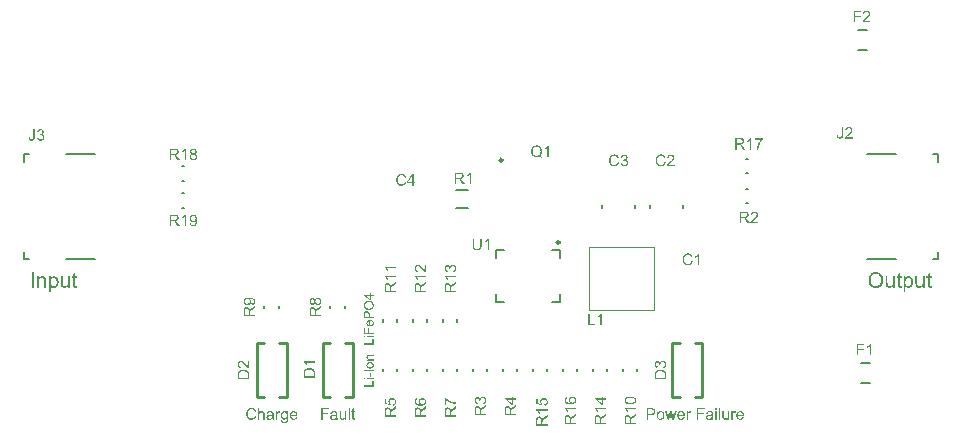
<source format=gbr>
%TF.GenerationSoftware,Altium Limited,CircuitMaker,2.0.2 (2.0.2.40)*%
G04 Layer_Color=15132400*
%FSLAX25Y25*%
%MOIN*%
%TF.SameCoordinates,4CCF3E00-E941-4990-BDAE-273065C54DFB*%
%TF.FilePolarity,Positive*%
%TF.FileFunction,Legend,Top*%
%TF.Part,Single*%
G01*
G75*
%TA.AperFunction,NonConductor*%
%ADD51C,0.01000*%
%ADD76C,0.00984*%
%ADD77C,0.00787*%
%ADD78C,0.00394*%
G36*
X395424Y155789D02*
X395475Y155781D01*
X395586Y155767D01*
X395720Y155737D01*
X395860Y155693D01*
X396001Y155626D01*
X396141Y155545D01*
X396149D01*
X396156Y155530D01*
X396201Y155500D01*
X396267Y155441D01*
X396349Y155367D01*
X396437Y155271D01*
X396526Y155152D01*
X396615Y155012D01*
X396689Y154856D01*
Y154849D01*
X396696Y154834D01*
X396704Y154812D01*
X396719Y154782D01*
X396733Y154738D01*
X396748Y154686D01*
X396785Y154568D01*
X396822Y154420D01*
X396852Y154257D01*
X396874Y154072D01*
X396881Y153880D01*
Y153872D01*
Y153857D01*
Y153828D01*
Y153783D01*
X396874Y153732D01*
Y153672D01*
X396859Y153539D01*
X396830Y153376D01*
X396793Y153206D01*
X396741Y153029D01*
X396674Y152851D01*
Y152844D01*
X396667Y152829D01*
X396652Y152807D01*
X396637Y152777D01*
X396585Y152696D01*
X396519Y152592D01*
X396437Y152481D01*
X396334Y152370D01*
X396215Y152259D01*
X396075Y152155D01*
X396067D01*
X396060Y152148D01*
X396038Y152133D01*
X396008Y152118D01*
X395934Y152081D01*
X395831Y152037D01*
X395705Y151993D01*
X395572Y151956D01*
X395416Y151926D01*
X395261Y151919D01*
X395209D01*
X395150Y151926D01*
X395076Y151933D01*
X394987Y151948D01*
X394891Y151970D01*
X394795Y152000D01*
X394698Y152044D01*
X394691Y152052D01*
X394654Y152067D01*
X394610Y152096D01*
X394550Y152141D01*
X394491Y152185D01*
X394417Y152244D01*
X394351Y152311D01*
X394291Y152385D01*
Y150579D01*
X393662D01*
Y155715D01*
X394232D01*
Y155226D01*
X394240Y155241D01*
X394269Y155271D01*
X394306Y155323D01*
X394365Y155382D01*
X394432Y155456D01*
X394506Y155522D01*
X394595Y155589D01*
X394684Y155648D01*
X394698Y155656D01*
X394728Y155670D01*
X394787Y155693D01*
X394861Y155722D01*
X394950Y155752D01*
X395054Y155774D01*
X395172Y155789D01*
X395305Y155796D01*
X395387D01*
X395424Y155789D01*
D02*
G37*
G36*
X400641Y152000D02*
X400078D01*
Y152540D01*
X400071Y152533D01*
X400056Y152511D01*
X400034Y152481D01*
X399997Y152444D01*
X399952Y152400D01*
X399901Y152340D01*
X399841Y152289D01*
X399767Y152229D01*
X399686Y152170D01*
X399597Y152118D01*
X399501Y152067D01*
X399397Y152015D01*
X399279Y151978D01*
X399161Y151948D01*
X399027Y151926D01*
X398894Y151919D01*
X398842D01*
X398776Y151926D01*
X398694Y151933D01*
X398598Y151948D01*
X398495Y151970D01*
X398391Y152000D01*
X398280Y152044D01*
X398265Y152052D01*
X398236Y152067D01*
X398184Y152096D01*
X398125Y152133D01*
X398051Y152178D01*
X397984Y152229D01*
X397917Y152289D01*
X397858Y152355D01*
X397851Y152363D01*
X397836Y152392D01*
X397814Y152429D01*
X397784Y152488D01*
X397747Y152555D01*
X397718Y152636D01*
X397688Y152725D01*
X397666Y152821D01*
Y152829D01*
X397658Y152858D01*
X397651Y152903D01*
Y152962D01*
X397644Y153051D01*
X397636Y153147D01*
X397629Y153273D01*
Y153413D01*
Y155715D01*
X398258D01*
Y153650D01*
Y153643D01*
Y153628D01*
Y153606D01*
Y153569D01*
Y153487D01*
X398265Y153384D01*
Y153273D01*
X398273Y153162D01*
X398280Y153066D01*
X398295Y152984D01*
Y152977D01*
X398310Y152947D01*
X398324Y152903D01*
X398347Y152844D01*
X398384Y152784D01*
X398428Y152718D01*
X398480Y152659D01*
X398546Y152599D01*
X398554Y152592D01*
X398583Y152577D01*
X398620Y152555D01*
X398680Y152533D01*
X398746Y152503D01*
X398828Y152481D01*
X398916Y152466D01*
X399020Y152459D01*
X399072D01*
X399124Y152466D01*
X399190Y152474D01*
X399272Y152496D01*
X399360Y152518D01*
X399457Y152555D01*
X399553Y152599D01*
X399568Y152607D01*
X399597Y152629D01*
X399642Y152659D01*
X399693Y152703D01*
X399753Y152762D01*
X399812Y152829D01*
X399864Y152903D01*
X399908Y152992D01*
X399915Y153006D01*
X399923Y153036D01*
X399938Y153095D01*
X399960Y153177D01*
X399982Y153280D01*
X399997Y153406D01*
X400004Y153554D01*
X400012Y153724D01*
Y155715D01*
X400641D01*
Y152000D01*
D02*
G37*
G36*
X390688D02*
X390125D01*
Y152540D01*
X390118Y152533D01*
X390103Y152511D01*
X390081Y152481D01*
X390044Y152444D01*
X389999Y152400D01*
X389948Y152340D01*
X389888Y152289D01*
X389814Y152229D01*
X389733Y152170D01*
X389644Y152118D01*
X389548Y152067D01*
X389444Y152015D01*
X389326Y151978D01*
X389208Y151948D01*
X389074Y151926D01*
X388941Y151919D01*
X388889D01*
X388823Y151926D01*
X388741Y151933D01*
X388645Y151948D01*
X388542Y151970D01*
X388438Y152000D01*
X388327Y152044D01*
X388312Y152052D01*
X388283Y152067D01*
X388231Y152096D01*
X388172Y152133D01*
X388098Y152178D01*
X388031Y152229D01*
X387964Y152289D01*
X387905Y152355D01*
X387898Y152363D01*
X387883Y152392D01*
X387861Y152429D01*
X387831Y152488D01*
X387794Y152555D01*
X387765Y152636D01*
X387735Y152725D01*
X387713Y152821D01*
Y152829D01*
X387705Y152858D01*
X387698Y152903D01*
Y152962D01*
X387691Y153051D01*
X387683Y153147D01*
X387676Y153273D01*
Y153413D01*
Y155715D01*
X388305D01*
Y153650D01*
Y153643D01*
Y153628D01*
Y153606D01*
Y153569D01*
Y153487D01*
X388312Y153384D01*
Y153273D01*
X388320Y153162D01*
X388327Y153066D01*
X388342Y152984D01*
Y152977D01*
X388357Y152947D01*
X388371Y152903D01*
X388394Y152844D01*
X388431Y152784D01*
X388475Y152718D01*
X388527Y152659D01*
X388593Y152599D01*
X388601Y152592D01*
X388630Y152577D01*
X388667Y152555D01*
X388727Y152533D01*
X388793Y152503D01*
X388875Y152481D01*
X388963Y152466D01*
X389067Y152459D01*
X389119D01*
X389171Y152466D01*
X389237Y152474D01*
X389319Y152496D01*
X389407Y152518D01*
X389504Y152555D01*
X389600Y152599D01*
X389615Y152607D01*
X389644Y152629D01*
X389689Y152659D01*
X389740Y152703D01*
X389800Y152762D01*
X389859Y152829D01*
X389911Y152903D01*
X389955Y152992D01*
X389962Y153006D01*
X389970Y153036D01*
X389985Y153095D01*
X390007Y153177D01*
X390029Y153280D01*
X390044Y153406D01*
X390051Y153554D01*
X390059Y153724D01*
Y155715D01*
X390688D01*
Y152000D01*
D02*
G37*
G36*
X402357Y155715D02*
X402994D01*
Y155226D01*
X402357D01*
Y153043D01*
Y153029D01*
Y152999D01*
Y152955D01*
X402365Y152903D01*
X402372Y152784D01*
X402380Y152733D01*
X402387Y152696D01*
X402394Y152681D01*
X402417Y152651D01*
X402446Y152614D01*
X402498Y152577D01*
X402513Y152570D01*
X402550Y152555D01*
X402616Y152540D01*
X402713Y152533D01*
X402787D01*
X402824Y152540D01*
X402875D01*
X402935Y152548D01*
X402994Y152555D01*
X403075Y152000D01*
X403060D01*
X403031Y151993D01*
X402979Y151985D01*
X402912Y151978D01*
X402838Y151963D01*
X402757Y151956D01*
X402594Y151948D01*
X402535D01*
X402476Y151956D01*
X402402Y151963D01*
X402313Y151970D01*
X402224Y151993D01*
X402143Y152015D01*
X402061Y152052D01*
X402054Y152059D01*
X402032Y152074D01*
X402002Y152096D01*
X401958Y152133D01*
X401921Y152170D01*
X401876Y152222D01*
X401832Y152274D01*
X401802Y152340D01*
Y152348D01*
X401788Y152377D01*
X401780Y152429D01*
X401765Y152503D01*
X401751Y152599D01*
X401743Y152659D01*
Y152725D01*
X401736Y152807D01*
X401728Y152888D01*
Y152977D01*
Y153080D01*
Y155226D01*
X401262D01*
Y155715D01*
X401728D01*
Y156632D01*
X402357Y157010D01*
Y155715D01*
D02*
G37*
G36*
X392404D02*
X393041D01*
Y155226D01*
X392404D01*
Y153043D01*
Y153029D01*
Y152999D01*
Y152955D01*
X392412Y152903D01*
X392419Y152784D01*
X392427Y152733D01*
X392434Y152696D01*
X392441Y152681D01*
X392464Y152651D01*
X392493Y152614D01*
X392545Y152577D01*
X392560Y152570D01*
X392597Y152555D01*
X392663Y152540D01*
X392760Y152533D01*
X392834D01*
X392871Y152540D01*
X392922D01*
X392982Y152548D01*
X393041Y152555D01*
X393122Y152000D01*
X393107D01*
X393078Y151993D01*
X393026Y151985D01*
X392959Y151978D01*
X392885Y151963D01*
X392804Y151956D01*
X392641Y151948D01*
X392582D01*
X392523Y151956D01*
X392449Y151963D01*
X392360Y151970D01*
X392271Y151993D01*
X392190Y152015D01*
X392108Y152052D01*
X392101Y152059D01*
X392079Y152074D01*
X392049Y152096D01*
X392005Y152133D01*
X391968Y152170D01*
X391923Y152222D01*
X391879Y152274D01*
X391849Y152340D01*
Y152348D01*
X391835Y152377D01*
X391827Y152429D01*
X391812Y152503D01*
X391798Y152599D01*
X391790Y152659D01*
Y152725D01*
X391783Y152807D01*
X391775Y152888D01*
Y152977D01*
Y153080D01*
Y155226D01*
X391309D01*
Y155715D01*
X391775D01*
Y156632D01*
X392404Y157010D01*
Y155715D01*
D02*
G37*
G36*
X384568Y157202D02*
X384634D01*
X384701Y157195D01*
X384790Y157180D01*
X384879Y157165D01*
X385071Y157128D01*
X385293Y157069D01*
X385508Y156980D01*
X385619Y156928D01*
X385730Y156869D01*
X385737Y156862D01*
X385752Y156854D01*
X385781Y156832D01*
X385826Y156810D01*
X385870Y156773D01*
X385929Y156729D01*
X386055Y156625D01*
X386188Y156492D01*
X386336Y156329D01*
X386477Y156137D01*
X386595Y155922D01*
Y155915D01*
X386610Y155892D01*
X386625Y155863D01*
X386640Y155818D01*
X386669Y155759D01*
X386692Y155693D01*
X386721Y155611D01*
X386751Y155522D01*
X386773Y155426D01*
X386803Y155323D01*
X386832Y155204D01*
X386854Y155086D01*
X386884Y154827D01*
X386899Y154546D01*
Y154538D01*
Y154509D01*
Y154472D01*
X386891Y154412D01*
Y154346D01*
X386884Y154264D01*
X386869Y154176D01*
X386862Y154079D01*
X386825Y153865D01*
X386766Y153628D01*
X386684Y153391D01*
X386640Y153273D01*
X386581Y153154D01*
Y153147D01*
X386566Y153125D01*
X386551Y153095D01*
X386521Y153051D01*
X386492Y152999D01*
X386455Y152947D01*
X386351Y152807D01*
X386225Y152659D01*
X386077Y152503D01*
X385900Y152355D01*
X385693Y152222D01*
X385685D01*
X385670Y152207D01*
X385633Y152192D01*
X385589Y152170D01*
X385537Y152148D01*
X385478Y152126D01*
X385404Y152096D01*
X385323Y152067D01*
X385234Y152037D01*
X385138Y152007D01*
X384923Y151963D01*
X384694Y151926D01*
X384449Y151911D01*
X384375D01*
X384331Y151919D01*
X384264D01*
X384190Y151933D01*
X384109Y151941D01*
X384013Y151956D01*
X383813Y152000D01*
X383598Y152059D01*
X383376Y152148D01*
X383265Y152200D01*
X383154Y152259D01*
X383147Y152266D01*
X383132Y152274D01*
X383103Y152296D01*
X383058Y152326D01*
X383014Y152355D01*
X382962Y152400D01*
X382836Y152511D01*
X382696Y152644D01*
X382548Y152807D01*
X382414Y152992D01*
X382289Y153206D01*
Y153214D01*
X382274Y153236D01*
X382259Y153265D01*
X382244Y153310D01*
X382222Y153369D01*
X382200Y153436D01*
X382170Y153510D01*
X382148Y153591D01*
X382118Y153687D01*
X382089Y153783D01*
X382044Y154005D01*
X382015Y154235D01*
X382000Y154486D01*
Y154494D01*
Y154501D01*
Y154546D01*
X382007Y154612D01*
Y154701D01*
X382022Y154805D01*
X382037Y154930D01*
X382059Y155071D01*
X382089Y155219D01*
X382118Y155374D01*
X382163Y155537D01*
X382222Y155700D01*
X382289Y155870D01*
X382363Y156033D01*
X382459Y156196D01*
X382562Y156344D01*
X382681Y156484D01*
X382688Y156492D01*
X382710Y156514D01*
X382755Y156551D01*
X382807Y156595D01*
X382873Y156655D01*
X382955Y156714D01*
X383051Y156780D01*
X383162Y156847D01*
X383280Y156914D01*
X383413Y156980D01*
X383561Y157039D01*
X383717Y157099D01*
X383887Y157143D01*
X384065Y157180D01*
X384250Y157202D01*
X384449Y157210D01*
X384516D01*
X384568Y157202D01*
D02*
G37*
G36*
X110541Y155789D02*
X110592Y155781D01*
X110703Y155767D01*
X110837Y155737D01*
X110977Y155693D01*
X111118Y155626D01*
X111258Y155545D01*
X111266D01*
X111273Y155530D01*
X111318Y155500D01*
X111384Y155441D01*
X111466Y155367D01*
X111554Y155271D01*
X111643Y155152D01*
X111732Y155012D01*
X111806Y154856D01*
Y154849D01*
X111813Y154834D01*
X111821Y154812D01*
X111836Y154782D01*
X111850Y154738D01*
X111865Y154686D01*
X111902Y154568D01*
X111939Y154420D01*
X111969Y154257D01*
X111991Y154072D01*
X111998Y153880D01*
Y153872D01*
Y153857D01*
Y153828D01*
Y153783D01*
X111991Y153732D01*
Y153672D01*
X111976Y153539D01*
X111947Y153376D01*
X111910Y153206D01*
X111858Y153029D01*
X111791Y152851D01*
Y152844D01*
X111784Y152829D01*
X111769Y152807D01*
X111754Y152777D01*
X111702Y152696D01*
X111636Y152592D01*
X111554Y152481D01*
X111451Y152370D01*
X111332Y152259D01*
X111192Y152155D01*
X111184D01*
X111177Y152148D01*
X111155Y152133D01*
X111125Y152118D01*
X111051Y152081D01*
X110948Y152037D01*
X110822Y151993D01*
X110689Y151956D01*
X110533Y151926D01*
X110378Y151919D01*
X110326D01*
X110267Y151926D01*
X110193Y151933D01*
X110104Y151948D01*
X110008Y151970D01*
X109912Y152000D01*
X109815Y152044D01*
X109808Y152052D01*
X109771Y152067D01*
X109727Y152096D01*
X109667Y152141D01*
X109608Y152185D01*
X109534Y152244D01*
X109468Y152311D01*
X109408Y152385D01*
Y150579D01*
X108779D01*
Y155715D01*
X109349D01*
Y155226D01*
X109357Y155241D01*
X109386Y155271D01*
X109423Y155323D01*
X109482Y155382D01*
X109549Y155456D01*
X109623Y155522D01*
X109712Y155589D01*
X109801Y155648D01*
X109815Y155656D01*
X109845Y155670D01*
X109904Y155693D01*
X109978Y155722D01*
X110067Y155752D01*
X110171Y155774D01*
X110289Y155789D01*
X110422Y155796D01*
X110504D01*
X110541Y155789D01*
D02*
G37*
G36*
X106656D02*
X106737Y155781D01*
X106833Y155767D01*
X106937Y155744D01*
X107048Y155715D01*
X107151Y155670D01*
X107166Y155663D01*
X107196Y155648D01*
X107248Y155626D01*
X107307Y155589D01*
X107381Y155545D01*
X107447Y155485D01*
X107514Y155426D01*
X107573Y155352D01*
X107581Y155345D01*
X107595Y155315D01*
X107618Y155278D01*
X107655Y155226D01*
X107684Y155152D01*
X107714Y155078D01*
X107751Y154990D01*
X107773Y154893D01*
Y154886D01*
X107780Y154856D01*
X107788Y154812D01*
X107795Y154753D01*
Y154664D01*
X107803Y154560D01*
X107810Y154435D01*
Y154279D01*
Y152000D01*
X107181D01*
Y154250D01*
Y154257D01*
Y154264D01*
Y154316D01*
Y154383D01*
X107174Y154464D01*
X107166Y154560D01*
X107151Y154657D01*
X107129Y154745D01*
X107107Y154827D01*
Y154834D01*
X107092Y154856D01*
X107070Y154893D01*
X107048Y154938D01*
X107011Y154982D01*
X106966Y155034D01*
X106907Y155086D01*
X106841Y155130D01*
X106833Y155138D01*
X106811Y155152D01*
X106767Y155167D01*
X106715Y155189D01*
X106656Y155212D01*
X106582Y155234D01*
X106493Y155241D01*
X106404Y155249D01*
X106367D01*
X106337Y155241D01*
X106263Y155234D01*
X106167Y155219D01*
X106064Y155182D01*
X105945Y155138D01*
X105827Y155078D01*
X105716Y154990D01*
X105701Y154975D01*
X105671Y154938D01*
X105649Y154908D01*
X105627Y154871D01*
X105597Y154827D01*
X105575Y154775D01*
X105546Y154716D01*
X105516Y154642D01*
X105494Y154560D01*
X105472Y154472D01*
X105457Y154375D01*
X105442Y154272D01*
X105427Y154146D01*
Y154020D01*
Y152000D01*
X104798D01*
Y155715D01*
X105361D01*
Y155182D01*
X105368Y155189D01*
X105383Y155212D01*
X105405Y155241D01*
X105435Y155278D01*
X105479Y155323D01*
X105531Y155374D01*
X105590Y155434D01*
X105664Y155493D01*
X105738Y155545D01*
X105827Y155604D01*
X105923Y155656D01*
X106027Y155700D01*
X106145Y155737D01*
X106263Y155767D01*
X106397Y155789D01*
X106537Y155796D01*
X106596D01*
X106656Y155789D01*
D02*
G37*
G36*
X115758Y152000D02*
X115195D01*
Y152540D01*
X115188Y152533D01*
X115173Y152511D01*
X115151Y152481D01*
X115114Y152444D01*
X115069Y152400D01*
X115018Y152340D01*
X114958Y152289D01*
X114884Y152229D01*
X114803Y152170D01*
X114714Y152118D01*
X114618Y152067D01*
X114514Y152015D01*
X114396Y151978D01*
X114278Y151948D01*
X114144Y151926D01*
X114011Y151919D01*
X113959D01*
X113893Y151926D01*
X113811Y151933D01*
X113715Y151948D01*
X113612Y151970D01*
X113508Y152000D01*
X113397Y152044D01*
X113382Y152052D01*
X113353Y152067D01*
X113301Y152096D01*
X113242Y152133D01*
X113168Y152178D01*
X113101Y152229D01*
X113034Y152289D01*
X112975Y152355D01*
X112968Y152363D01*
X112953Y152392D01*
X112931Y152429D01*
X112901Y152488D01*
X112864Y152555D01*
X112835Y152636D01*
X112805Y152725D01*
X112783Y152821D01*
Y152829D01*
X112775Y152858D01*
X112768Y152903D01*
Y152962D01*
X112761Y153051D01*
X112753Y153147D01*
X112746Y153273D01*
Y153413D01*
Y155715D01*
X113375D01*
Y153650D01*
Y153643D01*
Y153628D01*
Y153606D01*
Y153569D01*
Y153487D01*
X113382Y153384D01*
Y153273D01*
X113390Y153162D01*
X113397Y153066D01*
X113412Y152984D01*
Y152977D01*
X113427Y152947D01*
X113441Y152903D01*
X113464Y152844D01*
X113501Y152784D01*
X113545Y152718D01*
X113597Y152659D01*
X113663Y152599D01*
X113671Y152592D01*
X113700Y152577D01*
X113737Y152555D01*
X113797Y152533D01*
X113863Y152503D01*
X113945Y152481D01*
X114033Y152466D01*
X114137Y152459D01*
X114189D01*
X114241Y152466D01*
X114307Y152474D01*
X114389Y152496D01*
X114477Y152518D01*
X114574Y152555D01*
X114670Y152599D01*
X114685Y152607D01*
X114714Y152629D01*
X114759Y152659D01*
X114810Y152703D01*
X114870Y152762D01*
X114929Y152829D01*
X114981Y152903D01*
X115025Y152992D01*
X115032Y153006D01*
X115040Y153036D01*
X115055Y153095D01*
X115077Y153177D01*
X115099Y153280D01*
X115114Y153406D01*
X115121Y153554D01*
X115129Y153724D01*
Y155715D01*
X115758D01*
Y152000D01*
D02*
G37*
G36*
X103681D02*
X103000D01*
Y157121D01*
X103681D01*
Y152000D01*
D02*
G37*
G36*
X117474Y155715D02*
X118111D01*
Y155226D01*
X117474D01*
Y153043D01*
Y153029D01*
Y152999D01*
Y152955D01*
X117482Y152903D01*
X117489Y152784D01*
X117497Y152733D01*
X117504Y152696D01*
X117511Y152681D01*
X117534Y152651D01*
X117563Y152614D01*
X117615Y152577D01*
X117630Y152570D01*
X117667Y152555D01*
X117733Y152540D01*
X117830Y152533D01*
X117904D01*
X117941Y152540D01*
X117992D01*
X118052Y152548D01*
X118111Y152555D01*
X118192Y152000D01*
X118177D01*
X118148Y151993D01*
X118096Y151985D01*
X118029Y151978D01*
X117955Y151963D01*
X117874Y151956D01*
X117711Y151948D01*
X117652D01*
X117593Y151956D01*
X117519Y151963D01*
X117430Y151970D01*
X117341Y151993D01*
X117260Y152015D01*
X117178Y152052D01*
X117171Y152059D01*
X117149Y152074D01*
X117119Y152096D01*
X117075Y152133D01*
X117038Y152170D01*
X116993Y152222D01*
X116949Y152274D01*
X116919Y152340D01*
Y152348D01*
X116905Y152377D01*
X116897Y152429D01*
X116882Y152503D01*
X116868Y152599D01*
X116860Y152659D01*
Y152725D01*
X116853Y152807D01*
X116845Y152888D01*
Y152977D01*
Y153080D01*
Y155226D01*
X116379D01*
Y155715D01*
X116845D01*
Y156632D01*
X117474Y157010D01*
Y155715D01*
D02*
G37*
G36*
X217000Y129150D02*
X215596D01*
X215591D01*
X215586D01*
X215554D01*
X215512D01*
X215461Y129146D01*
X215402Y129141D01*
X215341Y129132D01*
X215286Y129118D01*
X215235Y129104D01*
X215230D01*
X215217Y129095D01*
X215194Y129081D01*
X215166Y129067D01*
X215138Y129044D01*
X215106Y129016D01*
X215073Y128979D01*
X215046Y128938D01*
X215041Y128933D01*
X215032Y128919D01*
X215023Y128891D01*
X215009Y128859D01*
X214995Y128822D01*
X214981Y128776D01*
X214976Y128720D01*
X214972Y128665D01*
Y128642D01*
X214976Y128623D01*
X214981Y128577D01*
X214990Y128517D01*
X215013Y128453D01*
X215041Y128379D01*
X215078Y128305D01*
X215134Y128235D01*
X215143Y128226D01*
X215166Y128208D01*
X215184Y128194D01*
X215207Y128180D01*
X215235Y128162D01*
X215267Y128148D01*
X215304Y128129D01*
X215351Y128111D01*
X215402Y128097D01*
X215457Y128083D01*
X215517Y128074D01*
X215582Y128064D01*
X215660Y128055D01*
X215739D01*
X217000D01*
Y127663D01*
X214681D01*
Y128014D01*
X215013D01*
X215009Y128018D01*
X214995Y128027D01*
X214976Y128041D01*
X214953Y128060D01*
X214926Y128087D01*
X214893Y128120D01*
X214856Y128157D01*
X214819Y128203D01*
X214787Y128249D01*
X214750Y128305D01*
X214718Y128365D01*
X214690Y128429D01*
X214667Y128503D01*
X214648Y128577D01*
X214635Y128660D01*
X214630Y128748D01*
Y128785D01*
X214635Y128822D01*
X214639Y128873D01*
X214648Y128933D01*
X214662Y128998D01*
X214681Y129067D01*
X214708Y129132D01*
X214713Y129141D01*
X214722Y129159D01*
X214736Y129192D01*
X214759Y129229D01*
X214787Y129275D01*
X214824Y129316D01*
X214861Y129358D01*
X214907Y129395D01*
X214912Y129400D01*
X214930Y129409D01*
X214953Y129423D01*
X214986Y129446D01*
X215032Y129464D01*
X215078Y129483D01*
X215134Y129506D01*
X215194Y129520D01*
X215198D01*
X215217Y129524D01*
X215244Y129529D01*
X215281Y129534D01*
X215337D01*
X215402Y129538D01*
X215480Y129543D01*
X215577D01*
X217000D01*
Y129150D01*
D02*
G37*
G36*
X215919Y127196D02*
X215965Y127191D01*
X216011D01*
X216062Y127182D01*
X216178Y127168D01*
X216293Y127140D01*
X216409Y127108D01*
X216515Y127062D01*
X216519D01*
X216524Y127057D01*
X216538Y127048D01*
X216557Y127039D01*
X216603Y127006D01*
X216658Y126965D01*
X216723Y126909D01*
X216788Y126840D01*
X216852Y126762D01*
X216912Y126669D01*
Y126665D01*
X216917Y126660D01*
X216926Y126646D01*
X216935Y126623D01*
X216945Y126600D01*
X216954Y126572D01*
X216982Y126503D01*
X217005Y126424D01*
X217028Y126327D01*
X217046Y126226D01*
X217051Y126115D01*
Y126069D01*
X217046Y126032D01*
X217042Y125990D01*
X217032Y125944D01*
X217023Y125888D01*
X217014Y125833D01*
X216977Y125708D01*
X216949Y125639D01*
X216921Y125574D01*
X216884Y125510D01*
X216843Y125445D01*
X216797Y125385D01*
X216741Y125325D01*
X216737Y125320D01*
X216727Y125311D01*
X216709Y125297D01*
X216681Y125279D01*
X216649Y125256D01*
X216612Y125232D01*
X216566Y125205D01*
X216510Y125177D01*
X216450Y125149D01*
X216381Y125121D01*
X216307Y125098D01*
X216229Y125075D01*
X216141Y125057D01*
X216048Y125043D01*
X215947Y125034D01*
X215840Y125029D01*
X215831D01*
X215813D01*
X215780Y125034D01*
X215734D01*
X215683Y125038D01*
X215619Y125048D01*
X215554Y125057D01*
X215480Y125075D01*
X215406Y125094D01*
X215328Y125117D01*
X215244Y125145D01*
X215166Y125182D01*
X215092Y125218D01*
X215018Y125269D01*
X214949Y125320D01*
X214889Y125385D01*
X214884Y125390D01*
X214879Y125399D01*
X214866Y125417D01*
X214847Y125440D01*
X214829Y125468D01*
X214806Y125505D01*
X214782Y125542D01*
X214759Y125588D01*
X214736Y125639D01*
X214713Y125694D01*
X214671Y125819D01*
X214639Y125962D01*
X214635Y126036D01*
X214630Y126115D01*
Y126161D01*
X214635Y126193D01*
X214639Y126235D01*
X214648Y126281D01*
X214658Y126332D01*
X214667Y126392D01*
X214708Y126517D01*
X214732Y126581D01*
X214764Y126646D01*
X214796Y126711D01*
X214843Y126776D01*
X214889Y126836D01*
X214944Y126896D01*
X214949Y126900D01*
X214958Y126909D01*
X214976Y126923D01*
X215000Y126942D01*
X215032Y126965D01*
X215073Y126993D01*
X215120Y127020D01*
X215171Y127048D01*
X215226Y127076D01*
X215295Y127103D01*
X215365Y127131D01*
X215443Y127154D01*
X215526Y127173D01*
X215614Y127187D01*
X215706Y127196D01*
X215808Y127200D01*
X215813D01*
X215827D01*
X215850D01*
X215882D01*
X215919Y127196D01*
D02*
G37*
G36*
X217000Y124054D02*
X213803D01*
Y124479D01*
X217000D01*
Y124054D01*
D02*
G37*
G36*
X216039Y122289D02*
X215646D01*
Y123504D01*
X216039D01*
Y122289D01*
D02*
G37*
G36*
X217000Y121453D02*
X214681D01*
Y121846D01*
X217000D01*
Y121453D01*
D02*
G37*
G36*
X214251D02*
X213803D01*
Y121846D01*
X214251D01*
Y121453D01*
D02*
G37*
G36*
X217000Y119000D02*
X213803D01*
Y119425D01*
X216621D01*
Y121001D01*
X217000D01*
Y119000D01*
D02*
G37*
G36*
X216233Y149655D02*
X217000D01*
Y149262D01*
X216233D01*
Y147872D01*
X215873D01*
X213803Y149336D01*
Y149655D01*
X215873D01*
Y150089D01*
X216233D01*
Y149655D01*
D02*
G37*
G36*
X215494Y147618D02*
X215535D01*
X215586Y147613D01*
X215642Y147604D01*
X215702Y147599D01*
X215836Y147576D01*
X215984Y147539D01*
X216131Y147488D01*
X216205Y147461D01*
X216279Y147424D01*
X216284D01*
X216298Y147414D01*
X216316Y147405D01*
X216344Y147387D01*
X216376Y147368D01*
X216409Y147345D01*
X216496Y147280D01*
X216589Y147202D01*
X216686Y147109D01*
X216778Y146999D01*
X216861Y146869D01*
Y146865D01*
X216871Y146855D01*
X216880Y146832D01*
X216894Y146805D01*
X216908Y146772D01*
X216921Y146735D01*
X216940Y146689D01*
X216958Y146638D01*
X216977Y146583D01*
X216995Y146523D01*
X217023Y146389D01*
X217046Y146246D01*
X217055Y146093D01*
Y146047D01*
X217051Y146019D01*
Y145978D01*
X217042Y145931D01*
X217037Y145881D01*
X217028Y145820D01*
X217000Y145696D01*
X216963Y145562D01*
X216908Y145423D01*
X216875Y145354D01*
X216838Y145285D01*
X216834Y145280D01*
X216829Y145271D01*
X216815Y145252D01*
X216797Y145224D01*
X216778Y145197D01*
X216751Y145165D01*
X216681Y145086D01*
X216598Y144998D01*
X216496Y144906D01*
X216381Y144823D01*
X216247Y144744D01*
X216242D01*
X216229Y144735D01*
X216210Y144726D01*
X216182Y144716D01*
X216145Y144702D01*
X216104Y144689D01*
X216057Y144670D01*
X216007Y144656D01*
X215947Y144638D01*
X215887Y144619D01*
X215748Y144592D01*
X215605Y144573D01*
X215448Y144564D01*
X215443D01*
X215438D01*
X215411D01*
X215369Y144569D01*
X215314D01*
X215249Y144578D01*
X215171Y144587D01*
X215083Y144601D01*
X214990Y144619D01*
X214893Y144638D01*
X214792Y144666D01*
X214690Y144702D01*
X214584Y144744D01*
X214482Y144790D01*
X214381Y144850D01*
X214288Y144915D01*
X214200Y144989D01*
X214196Y144993D01*
X214182Y145007D01*
X214159Y145035D01*
X214131Y145067D01*
X214094Y145109D01*
X214057Y145160D01*
X214016Y145220D01*
X213974Y145289D01*
X213932Y145363D01*
X213891Y145446D01*
X213854Y145539D01*
X213817Y145636D01*
X213789Y145742D01*
X213766Y145853D01*
X213752Y145968D01*
X213748Y146093D01*
Y146135D01*
X213752Y146167D01*
Y146209D01*
X213757Y146250D01*
X213766Y146306D01*
X213775Y146361D01*
X213798Y146481D01*
X213835Y146620D01*
X213891Y146754D01*
X213923Y146823D01*
X213960Y146892D01*
X213965Y146897D01*
X213969Y146906D01*
X213983Y146925D01*
X213997Y146952D01*
X214020Y146980D01*
X214048Y147017D01*
X214112Y147096D01*
X214196Y147179D01*
X214297Y147271D01*
X214417Y147359D01*
X214551Y147433D01*
X214556D01*
X214570Y147442D01*
X214588Y147451D01*
X214616Y147461D01*
X214653Y147479D01*
X214695Y147493D01*
X214745Y147511D01*
X214801Y147530D01*
X214861Y147544D01*
X214926Y147562D01*
X215000Y147581D01*
X215073Y147595D01*
X215235Y147613D01*
X215411Y147622D01*
X215415D01*
X215434D01*
X215457D01*
X215494Y147618D01*
D02*
G37*
G36*
X214801Y144148D02*
X214833Y144143D01*
X214875Y144139D01*
X214921Y144130D01*
X214972Y144120D01*
X215078Y144088D01*
X215134Y144070D01*
X215194Y144042D01*
X215254Y144009D01*
X215309Y143977D01*
X215365Y143936D01*
X215420Y143889D01*
X215425Y143885D01*
X215434Y143876D01*
X215448Y143862D01*
X215461Y143839D01*
X215485Y143811D01*
X215508Y143774D01*
X215535Y143728D01*
X215559Y143677D01*
X215586Y143617D01*
X215614Y143547D01*
X215637Y143473D01*
X215656Y143386D01*
X215674Y143293D01*
X215688Y143192D01*
X215697Y143076D01*
X215702Y142956D01*
Y142138D01*
X217000D01*
Y141713D01*
X213803D01*
Y143025D01*
X213808Y143095D01*
X213812Y143173D01*
X213817Y143256D01*
X213826Y143335D01*
X213835Y143404D01*
Y143413D01*
X213844Y143446D01*
X213854Y143487D01*
X213868Y143543D01*
X213891Y143603D01*
X213918Y143668D01*
X213951Y143737D01*
X213988Y143797D01*
X213992Y143806D01*
X214006Y143825D01*
X214034Y143852D01*
X214066Y143889D01*
X214108Y143931D01*
X214163Y143973D01*
X214223Y144019D01*
X214293Y144056D01*
X214302Y144060D01*
X214325Y144070D01*
X214367Y144088D01*
X214422Y144106D01*
X214487Y144120D01*
X214561Y144139D01*
X214644Y144148D01*
X214732Y144153D01*
X214736D01*
X214750D01*
X214769D01*
X214801Y144148D01*
D02*
G37*
G36*
X215942Y141177D02*
Y139445D01*
X215947D01*
X215961D01*
X215979Y139450D01*
X216007D01*
X216039Y139454D01*
X216076Y139463D01*
X216159Y139477D01*
X216252Y139505D01*
X216353Y139542D01*
X216446Y139593D01*
X216529Y139657D01*
Y139662D01*
X216538Y139667D01*
X216561Y139694D01*
X216593Y139736D01*
X216626Y139791D01*
X216663Y139865D01*
X216695Y139948D01*
X216718Y140041D01*
X216723Y140092D01*
X216727Y140147D01*
Y140184D01*
X216723Y140226D01*
X216714Y140277D01*
X216700Y140332D01*
X216681Y140397D01*
X216653Y140457D01*
X216617Y140517D01*
X216612Y140521D01*
X216593Y140544D01*
X216566Y140572D01*
X216529Y140604D01*
X216478Y140641D01*
X216413Y140683D01*
X216339Y140725D01*
X216252Y140762D01*
X216302Y141168D01*
X216307D01*
X216316Y141164D01*
X216335Y141159D01*
X216362Y141150D01*
X216390Y141136D01*
X216427Y141122D01*
X216506Y141085D01*
X216593Y141039D01*
X216686Y140974D01*
X216774Y140900D01*
X216857Y140808D01*
Y140803D01*
X216866Y140794D01*
X216875Y140780D01*
X216889Y140762D01*
X216903Y140734D01*
X216917Y140706D01*
X216935Y140669D01*
X216954Y140628D01*
X216972Y140581D01*
X216991Y140535D01*
X217019Y140420D01*
X217042Y140290D01*
X217051Y140147D01*
Y140096D01*
X217046Y140064D01*
X217042Y140022D01*
X217032Y139972D01*
X217023Y139916D01*
X217014Y139856D01*
X216977Y139727D01*
X216949Y139657D01*
X216921Y139593D01*
X216884Y139523D01*
X216843Y139459D01*
X216797Y139399D01*
X216741Y139339D01*
X216737Y139334D01*
X216727Y139325D01*
X216709Y139311D01*
X216681Y139292D01*
X216649Y139269D01*
X216612Y139246D01*
X216566Y139218D01*
X216515Y139191D01*
X216455Y139163D01*
X216390Y139135D01*
X216316Y139112D01*
X216238Y139089D01*
X216155Y139071D01*
X216062Y139057D01*
X215965Y139048D01*
X215863Y139043D01*
X215859D01*
X215836D01*
X215808D01*
X215767Y139048D01*
X215716Y139052D01*
X215660Y139057D01*
X215596Y139066D01*
X215531Y139080D01*
X215383Y139117D01*
X215309Y139140D01*
X215230Y139168D01*
X215157Y139205D01*
X215087Y139246D01*
X215018Y139292D01*
X214953Y139343D01*
X214949Y139348D01*
X214939Y139357D01*
X214926Y139376D01*
X214902Y139399D01*
X214879Y139426D01*
X214852Y139463D01*
X214819Y139505D01*
X214792Y139556D01*
X214759Y139607D01*
X214732Y139667D01*
X214704Y139731D01*
X214681Y139801D01*
X214658Y139875D01*
X214644Y139953D01*
X214635Y140036D01*
X214630Y140124D01*
Y140170D01*
X214635Y140203D01*
X214639Y140240D01*
X214648Y140286D01*
X214658Y140337D01*
X214671Y140397D01*
X214685Y140452D01*
X214708Y140517D01*
X214732Y140577D01*
X214764Y140641D01*
X214801Y140706D01*
X214843Y140771D01*
X214893Y140831D01*
X214949Y140886D01*
X214953Y140891D01*
X214963Y140900D01*
X214981Y140914D01*
X215009Y140933D01*
X215041Y140956D01*
X215078Y140979D01*
X215124Y141007D01*
X215180Y141034D01*
X215240Y141062D01*
X215304Y141090D01*
X215378Y141113D01*
X215457Y141136D01*
X215545Y141154D01*
X215637Y141168D01*
X215734Y141177D01*
X215840Y141182D01*
X215845D01*
X215863D01*
X215896D01*
X215942Y141177D01*
D02*
G37*
G36*
X214182Y136941D02*
X215171D01*
Y138442D01*
X215549D01*
Y136941D01*
X217000D01*
Y136516D01*
X213803D01*
Y138678D01*
X214182D01*
Y136941D01*
D02*
G37*
G36*
X217000Y135453D02*
X214681D01*
Y135846D01*
X217000D01*
Y135453D01*
D02*
G37*
G36*
X214251D02*
X213803D01*
Y135846D01*
X214251D01*
Y135453D01*
D02*
G37*
G36*
X217000Y133000D02*
X213803D01*
Y133425D01*
X216621D01*
Y135001D01*
X217000D01*
Y133000D01*
D02*
G37*
G36*
X207930Y108000D02*
X207509D01*
Y108405D01*
X207503Y108400D01*
X207492Y108383D01*
X207475Y108361D01*
X207448Y108333D01*
X207414Y108300D01*
X207376Y108255D01*
X207331Y108217D01*
X207276Y108172D01*
X207214Y108128D01*
X207148Y108089D01*
X207076Y108050D01*
X206998Y108011D01*
X206909Y107983D01*
X206820Y107961D01*
X206721Y107945D01*
X206621Y107939D01*
X206582D01*
X206532Y107945D01*
X206471Y107950D01*
X206399Y107961D01*
X206321Y107978D01*
X206243Y108000D01*
X206160Y108033D01*
X206149Y108039D01*
X206127Y108050D01*
X206088Y108072D01*
X206043Y108100D01*
X205988Y108133D01*
X205938Y108172D01*
X205888Y108217D01*
X205844Y108266D01*
X205838Y108272D01*
X205827Y108294D01*
X205810Y108322D01*
X205788Y108366D01*
X205760Y108416D01*
X205738Y108477D01*
X205716Y108544D01*
X205699Y108616D01*
Y108622D01*
X205694Y108644D01*
X205688Y108677D01*
Y108721D01*
X205683Y108788D01*
X205677Y108860D01*
X205672Y108955D01*
Y109060D01*
Y110786D01*
X206143D01*
Y109238D01*
Y109232D01*
Y109221D01*
Y109204D01*
Y109177D01*
Y109116D01*
X206149Y109038D01*
Y108955D01*
X206154Y108871D01*
X206160Y108799D01*
X206171Y108738D01*
Y108733D01*
X206182Y108710D01*
X206193Y108677D01*
X206210Y108633D01*
X206238Y108588D01*
X206271Y108538D01*
X206310Y108494D01*
X206360Y108449D01*
X206365Y108444D01*
X206388Y108433D01*
X206415Y108416D01*
X206460Y108400D01*
X206510Y108377D01*
X206571Y108361D01*
X206637Y108350D01*
X206715Y108344D01*
X206754D01*
X206793Y108350D01*
X206843Y108355D01*
X206904Y108372D01*
X206970Y108388D01*
X207043Y108416D01*
X207115Y108449D01*
X207126Y108455D01*
X207148Y108472D01*
X207181Y108494D01*
X207220Y108527D01*
X207264Y108572D01*
X207309Y108622D01*
X207348Y108677D01*
X207381Y108744D01*
X207386Y108755D01*
X207392Y108777D01*
X207403Y108821D01*
X207420Y108882D01*
X207436Y108960D01*
X207448Y109055D01*
X207453Y109166D01*
X207459Y109293D01*
Y110786D01*
X207930D01*
Y108000D01*
D02*
G37*
G36*
X209129D02*
X208658D01*
Y111841D01*
X209129D01*
Y108000D01*
D02*
G37*
G36*
X203995Y110842D02*
X204079Y110836D01*
X204173Y110825D01*
X204268Y110808D01*
X204362Y110786D01*
X204451Y110758D01*
X204462Y110753D01*
X204489Y110742D01*
X204528Y110725D01*
X204578Y110703D01*
X204634Y110670D01*
X204689Y110636D01*
X204739Y110592D01*
X204784Y110547D01*
X204789Y110542D01*
X204800Y110525D01*
X204817Y110497D01*
X204839Y110464D01*
X204867Y110414D01*
X204889Y110364D01*
X204911Y110303D01*
X204928Y110231D01*
Y110225D01*
X204933Y110209D01*
X204939Y110176D01*
X204944Y110131D01*
Y110070D01*
X204950Y109998D01*
X204956Y109904D01*
Y109798D01*
Y109166D01*
Y109160D01*
Y109138D01*
Y109104D01*
Y109060D01*
Y109010D01*
Y108949D01*
X204961Y108816D01*
Y108677D01*
X204967Y108538D01*
X204972Y108477D01*
Y108422D01*
X204978Y108372D01*
X204983Y108333D01*
Y108327D01*
X204989Y108305D01*
X204995Y108272D01*
X205011Y108228D01*
X205022Y108178D01*
X205045Y108122D01*
X205072Y108061D01*
X205100Y108000D01*
X204606D01*
X204601Y108005D01*
X204595Y108028D01*
X204584Y108055D01*
X204567Y108100D01*
X204551Y108150D01*
X204539Y108211D01*
X204528Y108277D01*
X204517Y108350D01*
X204512D01*
X204506Y108339D01*
X204473Y108311D01*
X204423Y108272D01*
X204356Y108222D01*
X204273Y108172D01*
X204190Y108117D01*
X204101Y108067D01*
X204007Y108028D01*
X203995Y108022D01*
X203962Y108017D01*
X203912Y108000D01*
X203851Y107983D01*
X203773Y107967D01*
X203685Y107956D01*
X203585Y107945D01*
X203485Y107939D01*
X203440D01*
X203407Y107945D01*
X203368D01*
X203324Y107950D01*
X203224Y107967D01*
X203113Y107994D01*
X202991Y108033D01*
X202880Y108089D01*
X202780Y108161D01*
X202769Y108172D01*
X202741Y108200D01*
X202702Y108250D01*
X202658Y108316D01*
X202614Y108400D01*
X202575Y108494D01*
X202547Y108610D01*
X202541Y108666D01*
X202536Y108733D01*
Y108744D01*
Y108766D01*
X202541Y108805D01*
X202547Y108855D01*
X202558Y108916D01*
X202575Y108977D01*
X202597Y109043D01*
X202625Y109104D01*
X202630Y109110D01*
X202641Y109132D01*
X202663Y109166D01*
X202691Y109204D01*
X202725Y109249D01*
X202769Y109293D01*
X202813Y109338D01*
X202869Y109376D01*
X202874Y109382D01*
X202897Y109393D01*
X202924Y109415D01*
X202969Y109437D01*
X203019Y109460D01*
X203080Y109487D01*
X203141Y109510D01*
X203213Y109532D01*
X203219D01*
X203241Y109537D01*
X203274Y109548D01*
X203318Y109554D01*
X203374Y109565D01*
X203446Y109576D01*
X203529Y109593D01*
X203629Y109604D01*
X203635D01*
X203657Y109609D01*
X203685D01*
X203724Y109615D01*
X203768Y109621D01*
X203823Y109632D01*
X203885Y109637D01*
X203951Y109648D01*
X204084Y109676D01*
X204229Y109704D01*
X204356Y109737D01*
X204417Y109754D01*
X204473Y109771D01*
Y109776D01*
Y109787D01*
X204478Y109820D01*
Y109859D01*
Y109881D01*
Y109893D01*
Y109898D01*
Y109904D01*
Y109937D01*
X204473Y109993D01*
X204462Y110054D01*
X204445Y110120D01*
X204417Y110187D01*
X204384Y110248D01*
X204340Y110298D01*
X204334Y110303D01*
X204306Y110326D01*
X204262Y110348D01*
X204206Y110381D01*
X204129Y110409D01*
X204040Y110436D01*
X203929Y110453D01*
X203801Y110459D01*
X203746D01*
X203690Y110453D01*
X203613Y110442D01*
X203535Y110431D01*
X203452Y110409D01*
X203374Y110381D01*
X203307Y110342D01*
X203302Y110337D01*
X203279Y110320D01*
X203252Y110292D01*
X203219Y110248D01*
X203185Y110192D01*
X203146Y110120D01*
X203113Y110031D01*
X203080Y109931D01*
X202619Y109993D01*
Y109998D01*
X202625Y110003D01*
Y110020D01*
X202630Y110042D01*
X202647Y110092D01*
X202669Y110164D01*
X202697Y110237D01*
X202730Y110314D01*
X202775Y110392D01*
X202824Y110464D01*
X202830Y110470D01*
X202852Y110492D01*
X202886Y110525D01*
X202930Y110570D01*
X202991Y110614D01*
X203063Y110658D01*
X203146Y110708D01*
X203241Y110747D01*
X203246D01*
X203252Y110753D01*
X203269Y110758D01*
X203291Y110764D01*
X203346Y110781D01*
X203424Y110797D01*
X203513Y110814D01*
X203624Y110830D01*
X203740Y110842D01*
X203873Y110847D01*
X203934D01*
X203995Y110842D01*
D02*
G37*
G36*
X202097Y111386D02*
X200011D01*
Y110198D01*
X201814D01*
Y109743D01*
X200011D01*
Y108000D01*
X199500D01*
Y111841D01*
X202097D01*
Y111386D01*
D02*
G37*
G36*
X210411Y110786D02*
X210889D01*
Y110420D01*
X210411D01*
Y108782D01*
Y108772D01*
Y108749D01*
Y108716D01*
X210417Y108677D01*
X210422Y108588D01*
X210428Y108549D01*
X210434Y108522D01*
X210439Y108511D01*
X210456Y108488D01*
X210478Y108461D01*
X210517Y108433D01*
X210528Y108427D01*
X210556Y108416D01*
X210606Y108405D01*
X210678Y108400D01*
X210733D01*
X210761Y108405D01*
X210800D01*
X210844Y108411D01*
X210889Y108416D01*
X210950Y108000D01*
X210939D01*
X210916Y107994D01*
X210877Y107989D01*
X210828Y107983D01*
X210772Y107972D01*
X210711Y107967D01*
X210589Y107961D01*
X210544D01*
X210500Y107967D01*
X210445Y107972D01*
X210378Y107978D01*
X210311Y107994D01*
X210250Y108011D01*
X210189Y108039D01*
X210184Y108044D01*
X210167Y108055D01*
X210145Y108072D01*
X210112Y108100D01*
X210084Y108128D01*
X210051Y108167D01*
X210017Y108205D01*
X209995Y108255D01*
Y108261D01*
X209984Y108283D01*
X209978Y108322D01*
X209967Y108377D01*
X209956Y108449D01*
X209951Y108494D01*
Y108544D01*
X209945Y108605D01*
X209940Y108666D01*
Y108733D01*
Y108810D01*
Y110420D01*
X209590D01*
Y110786D01*
X209940D01*
Y111474D01*
X210411Y111757D01*
Y110786D01*
D02*
G37*
G36*
X176404Y111902D02*
X176454Y111896D01*
X176515Y111891D01*
X176576Y111885D01*
X176648Y111868D01*
X176798Y111835D01*
X176964Y111785D01*
X177048Y111752D01*
X177125Y111713D01*
X177203Y111663D01*
X177280Y111613D01*
X177286Y111608D01*
X177297Y111602D01*
X177319Y111585D01*
X177347Y111557D01*
X177375Y111530D01*
X177414Y111491D01*
X177453Y111447D01*
X177497Y111402D01*
X177541Y111347D01*
X177586Y111280D01*
X177636Y111213D01*
X177680Y111141D01*
X177719Y111058D01*
X177763Y110975D01*
X177797Y110886D01*
X177830Y110786D01*
X177331Y110670D01*
Y110675D01*
X177325Y110686D01*
X177314Y110708D01*
X177303Y110736D01*
X177292Y110769D01*
X177275Y110814D01*
X177231Y110903D01*
X177175Y111003D01*
X177109Y111102D01*
X177025Y111197D01*
X176936Y111280D01*
X176925Y111291D01*
X176892Y111313D01*
X176837Y111341D01*
X176764Y111380D01*
X176670Y111413D01*
X176565Y111447D01*
X176437Y111469D01*
X176298Y111474D01*
X176254D01*
X176226Y111469D01*
X176187D01*
X176143Y111463D01*
X176037Y111447D01*
X175921Y111424D01*
X175799Y111386D01*
X175671Y111330D01*
X175555Y111258D01*
X175549D01*
X175543Y111247D01*
X175505Y111219D01*
X175455Y111175D01*
X175394Y111108D01*
X175321Y111025D01*
X175255Y110930D01*
X175194Y110814D01*
X175138Y110686D01*
Y110681D01*
X175133Y110670D01*
X175127Y110653D01*
X175122Y110625D01*
X175110Y110592D01*
X175099Y110553D01*
X175083Y110459D01*
X175060Y110348D01*
X175038Y110225D01*
X175027Y110092D01*
X175022Y109948D01*
Y109942D01*
Y109926D01*
Y109898D01*
Y109865D01*
X175027Y109826D01*
Y109776D01*
X175033Y109721D01*
X175038Y109659D01*
X175055Y109526D01*
X175083Y109382D01*
X175116Y109238D01*
X175160Y109093D01*
Y109088D01*
X175166Y109077D01*
X175177Y109060D01*
X175188Y109032D01*
X175222Y108966D01*
X175271Y108888D01*
X175332Y108799D01*
X175410Y108705D01*
X175499Y108622D01*
X175604Y108544D01*
X175610D01*
X175621Y108538D01*
X175638Y108527D01*
X175660Y108516D01*
X175688Y108505D01*
X175721Y108488D01*
X175799Y108455D01*
X175899Y108422D01*
X176010Y108394D01*
X176132Y108372D01*
X176259Y108366D01*
X176298D01*
X176331Y108372D01*
X176370D01*
X176409Y108377D01*
X176509Y108400D01*
X176626Y108427D01*
X176742Y108472D01*
X176864Y108533D01*
X176925Y108566D01*
X176981Y108610D01*
X176986Y108616D01*
X176992Y108622D01*
X177009Y108638D01*
X177031Y108655D01*
X177053Y108683D01*
X177081Y108716D01*
X177114Y108749D01*
X177142Y108794D01*
X177175Y108844D01*
X177214Y108899D01*
X177247Y108955D01*
X177280Y109021D01*
X177308Y109093D01*
X177336Y109171D01*
X177364Y109254D01*
X177386Y109343D01*
X177897Y109215D01*
Y109210D01*
X177891Y109188D01*
X177880Y109154D01*
X177863Y109110D01*
X177847Y109060D01*
X177824Y108999D01*
X177797Y108932D01*
X177763Y108860D01*
X177686Y108705D01*
X177586Y108549D01*
X177525Y108472D01*
X177464Y108394D01*
X177397Y108327D01*
X177319Y108261D01*
X177314Y108255D01*
X177303Y108244D01*
X177275Y108233D01*
X177247Y108211D01*
X177203Y108183D01*
X177158Y108155D01*
X177097Y108128D01*
X177036Y108100D01*
X176964Y108067D01*
X176886Y108039D01*
X176803Y108011D01*
X176715Y107983D01*
X176620Y107961D01*
X176520Y107950D01*
X176415Y107939D01*
X176304Y107933D01*
X176243D01*
X176198Y107939D01*
X176148D01*
X176087Y107945D01*
X176021Y107956D01*
X175943Y107967D01*
X175782Y107994D01*
X175616Y108039D01*
X175449Y108100D01*
X175371Y108139D01*
X175294Y108183D01*
X175288Y108189D01*
X175277Y108194D01*
X175255Y108211D01*
X175233Y108233D01*
X175199Y108255D01*
X175160Y108289D01*
X175116Y108327D01*
X175072Y108372D01*
X175027Y108422D01*
X174977Y108472D01*
X174877Y108599D01*
X174783Y108749D01*
X174700Y108916D01*
Y108921D01*
X174689Y108938D01*
X174683Y108966D01*
X174667Y108999D01*
X174655Y109043D01*
X174639Y109099D01*
X174617Y109160D01*
X174600Y109227D01*
X174583Y109299D01*
X174561Y109382D01*
X174533Y109554D01*
X174511Y109748D01*
X174500Y109948D01*
Y109954D01*
Y109976D01*
Y110009D01*
X174505Y110048D01*
Y110103D01*
X174511Y110159D01*
X174517Y110231D01*
X174528Y110303D01*
X174556Y110464D01*
X174594Y110642D01*
X174650Y110819D01*
X174727Y110992D01*
X174733Y110997D01*
X174739Y111014D01*
X174750Y111036D01*
X174772Y111064D01*
X174794Y111102D01*
X174822Y111147D01*
X174894Y111247D01*
X174988Y111358D01*
X175099Y111469D01*
X175227Y111580D01*
X175377Y111674D01*
X175382Y111680D01*
X175399Y111685D01*
X175421Y111696D01*
X175449Y111713D01*
X175494Y111730D01*
X175538Y111746D01*
X175593Y111768D01*
X175654Y111791D01*
X175721Y111813D01*
X175793Y111835D01*
X175949Y111868D01*
X176126Y111896D01*
X176309Y111907D01*
X176365D01*
X176404Y111902D01*
D02*
G37*
G36*
X185545Y110842D02*
X185606Y110830D01*
X185678Y110808D01*
X185755Y110781D01*
X185844Y110742D01*
X185939Y110692D01*
X185766Y110259D01*
X185761Y110264D01*
X185739Y110275D01*
X185705Y110292D01*
X185661Y110309D01*
X185611Y110326D01*
X185550Y110342D01*
X185489Y110353D01*
X185428Y110359D01*
X185400D01*
X185372Y110353D01*
X185334Y110348D01*
X185295Y110337D01*
X185245Y110320D01*
X185195Y110298D01*
X185151Y110264D01*
X185145Y110259D01*
X185128Y110248D01*
X185112Y110225D01*
X185084Y110198D01*
X185056Y110159D01*
X185028Y110115D01*
X185001Y110065D01*
X184978Y110003D01*
X184973Y109993D01*
X184967Y109959D01*
X184956Y109909D01*
X184940Y109843D01*
X184923Y109759D01*
X184912Y109665D01*
X184906Y109565D01*
X184901Y109454D01*
Y108000D01*
X184429D01*
Y110786D01*
X184856D01*
Y110364D01*
X184862Y110370D01*
X184884Y110409D01*
X184912Y110459D01*
X184956Y110520D01*
X185001Y110581D01*
X185050Y110647D01*
X185100Y110703D01*
X185151Y110747D01*
X185156Y110753D01*
X185173Y110764D01*
X185206Y110781D01*
X185239Y110797D01*
X185284Y110814D01*
X185339Y110830D01*
X185395Y110842D01*
X185456Y110847D01*
X185495D01*
X185545Y110842D01*
D02*
G37*
G36*
X182747D02*
X182831Y110836D01*
X182925Y110825D01*
X183019Y110808D01*
X183114Y110786D01*
X183202Y110758D01*
X183213Y110753D01*
X183241Y110742D01*
X183280Y110725D01*
X183330Y110703D01*
X183386Y110670D01*
X183441Y110636D01*
X183491Y110592D01*
X183535Y110547D01*
X183541Y110542D01*
X183552Y110525D01*
X183569Y110497D01*
X183591Y110464D01*
X183619Y110414D01*
X183641Y110364D01*
X183663Y110303D01*
X183680Y110231D01*
Y110225D01*
X183685Y110209D01*
X183691Y110176D01*
X183696Y110131D01*
Y110070D01*
X183702Y109998D01*
X183707Y109904D01*
Y109798D01*
Y109166D01*
Y109160D01*
Y109138D01*
Y109104D01*
Y109060D01*
Y109010D01*
Y108949D01*
X183713Y108816D01*
Y108677D01*
X183719Y108538D01*
X183724Y108477D01*
Y108422D01*
X183730Y108372D01*
X183735Y108333D01*
Y108327D01*
X183741Y108305D01*
X183746Y108272D01*
X183763Y108228D01*
X183774Y108178D01*
X183796Y108122D01*
X183824Y108061D01*
X183852Y108000D01*
X183358D01*
X183352Y108005D01*
X183347Y108028D01*
X183336Y108055D01*
X183319Y108100D01*
X183302Y108150D01*
X183291Y108211D01*
X183280Y108277D01*
X183269Y108350D01*
X183263D01*
X183258Y108339D01*
X183225Y108311D01*
X183175Y108272D01*
X183108Y108222D01*
X183025Y108172D01*
X182942Y108117D01*
X182853Y108067D01*
X182758Y108028D01*
X182747Y108022D01*
X182714Y108017D01*
X182664Y108000D01*
X182603Y107983D01*
X182525Y107967D01*
X182437Y107956D01*
X182337Y107945D01*
X182237Y107939D01*
X182192D01*
X182159Y107945D01*
X182120D01*
X182076Y107950D01*
X181976Y107967D01*
X181865Y107994D01*
X181743Y108033D01*
X181632Y108089D01*
X181532Y108161D01*
X181521Y108172D01*
X181493Y108200D01*
X181454Y108250D01*
X181410Y108316D01*
X181365Y108400D01*
X181326Y108494D01*
X181299Y108610D01*
X181293Y108666D01*
X181288Y108733D01*
Y108744D01*
Y108766D01*
X181293Y108805D01*
X181299Y108855D01*
X181310Y108916D01*
X181326Y108977D01*
X181349Y109043D01*
X181376Y109104D01*
X181382Y109110D01*
X181393Y109132D01*
X181415Y109166D01*
X181443Y109204D01*
X181476Y109249D01*
X181521Y109293D01*
X181565Y109338D01*
X181621Y109376D01*
X181626Y109382D01*
X181648Y109393D01*
X181676Y109415D01*
X181721Y109437D01*
X181771Y109460D01*
X181832Y109487D01*
X181893Y109510D01*
X181965Y109532D01*
X181970D01*
X181992Y109537D01*
X182026Y109548D01*
X182070Y109554D01*
X182126Y109565D01*
X182198Y109576D01*
X182281Y109593D01*
X182381Y109604D01*
X182387D01*
X182409Y109609D01*
X182437D01*
X182475Y109615D01*
X182520Y109621D01*
X182575Y109632D01*
X182636Y109637D01*
X182703Y109648D01*
X182836Y109676D01*
X182980Y109704D01*
X183108Y109737D01*
X183169Y109754D01*
X183225Y109771D01*
Y109776D01*
Y109787D01*
X183230Y109820D01*
Y109859D01*
Y109881D01*
Y109893D01*
Y109898D01*
Y109904D01*
Y109937D01*
X183225Y109993D01*
X183213Y110054D01*
X183197Y110120D01*
X183169Y110187D01*
X183136Y110248D01*
X183091Y110298D01*
X183086Y110303D01*
X183058Y110326D01*
X183014Y110348D01*
X182958Y110381D01*
X182880Y110409D01*
X182792Y110436D01*
X182681Y110453D01*
X182553Y110459D01*
X182498D01*
X182442Y110453D01*
X182364Y110442D01*
X182287Y110431D01*
X182203Y110409D01*
X182126Y110381D01*
X182059Y110342D01*
X182053Y110337D01*
X182031Y110320D01*
X182004Y110292D01*
X181970Y110248D01*
X181937Y110192D01*
X181898Y110120D01*
X181865Y110031D01*
X181832Y109931D01*
X181371Y109993D01*
Y109998D01*
X181376Y110003D01*
Y110020D01*
X181382Y110042D01*
X181399Y110092D01*
X181421Y110164D01*
X181449Y110237D01*
X181482Y110314D01*
X181526Y110392D01*
X181576Y110464D01*
X181582Y110470D01*
X181604Y110492D01*
X181637Y110525D01*
X181682Y110570D01*
X181743Y110614D01*
X181815Y110658D01*
X181898Y110708D01*
X181992Y110747D01*
X181998D01*
X182004Y110753D01*
X182020Y110758D01*
X182043Y110764D01*
X182098Y110781D01*
X182176Y110797D01*
X182264Y110814D01*
X182376Y110830D01*
X182492Y110842D01*
X182625Y110847D01*
X182686D01*
X182747Y110842D01*
D02*
G37*
G36*
X178934Y110464D02*
X178940Y110470D01*
X178951Y110481D01*
X178968Y110497D01*
X178996Y110525D01*
X179023Y110553D01*
X179062Y110586D01*
X179112Y110620D01*
X179162Y110658D01*
X179218Y110692D01*
X179279Y110725D01*
X179423Y110786D01*
X179500Y110814D01*
X179584Y110830D01*
X179673Y110842D01*
X179761Y110847D01*
X179811D01*
X179872Y110842D01*
X179945Y110830D01*
X180028Y110819D01*
X180117Y110797D01*
X180205Y110764D01*
X180294Y110725D01*
X180305Y110720D01*
X180333Y110703D01*
X180372Y110675D01*
X180422Y110636D01*
X180472Y110586D01*
X180527Y110531D01*
X180577Y110464D01*
X180622Y110387D01*
X180627Y110375D01*
X180638Y110348D01*
X180655Y110298D01*
X180672Y110225D01*
X180688Y110137D01*
X180705Y110031D01*
X180716Y109904D01*
X180722Y109759D01*
Y108000D01*
X180250D01*
Y109765D01*
Y109771D01*
Y109782D01*
Y109798D01*
Y109820D01*
X180244Y109881D01*
X180233Y109959D01*
X180211Y110042D01*
X180183Y110126D01*
X180144Y110209D01*
X180094Y110275D01*
X180089Y110281D01*
X180067Y110303D01*
X180033Y110331D01*
X179983Y110359D01*
X179922Y110392D01*
X179850Y110414D01*
X179761Y110436D01*
X179662Y110442D01*
X179628D01*
X179589Y110436D01*
X179534Y110431D01*
X179478Y110414D01*
X179412Y110398D01*
X179345Y110370D01*
X179273Y110331D01*
X179268Y110326D01*
X179245Y110309D01*
X179212Y110287D01*
X179173Y110253D01*
X179129Y110209D01*
X179084Y110159D01*
X179045Y110098D01*
X179012Y110031D01*
X179007Y110020D01*
X179001Y109998D01*
X178990Y109954D01*
X178973Y109898D01*
X178957Y109826D01*
X178946Y109737D01*
X178940Y109637D01*
X178934Y109521D01*
Y108000D01*
X178463D01*
Y111841D01*
X178934D01*
Y110464D01*
D02*
G37*
G36*
X190440Y110842D02*
X190484Y110836D01*
X190540Y110825D01*
X190601Y110814D01*
X190673Y110797D01*
X190739Y110781D01*
X190817Y110753D01*
X190889Y110725D01*
X190967Y110686D01*
X191045Y110642D01*
X191122Y110592D01*
X191194Y110531D01*
X191261Y110464D01*
X191267Y110459D01*
X191278Y110448D01*
X191294Y110425D01*
X191316Y110392D01*
X191344Y110353D01*
X191372Y110309D01*
X191405Y110253D01*
X191439Y110187D01*
X191472Y110115D01*
X191505Y110037D01*
X191533Y109948D01*
X191561Y109854D01*
X191583Y109748D01*
X191600Y109637D01*
X191611Y109521D01*
X191616Y109393D01*
Y109388D01*
Y109365D01*
Y109326D01*
X191611Y109271D01*
X189529D01*
Y109265D01*
Y109249D01*
X189535Y109227D01*
Y109193D01*
X189541Y109154D01*
X189552Y109110D01*
X189568Y109010D01*
X189602Y108899D01*
X189646Y108777D01*
X189707Y108666D01*
X189785Y108566D01*
X189790D01*
X189796Y108555D01*
X189829Y108527D01*
X189879Y108488D01*
X189946Y108449D01*
X190034Y108405D01*
X190134Y108366D01*
X190245Y108339D01*
X190306Y108333D01*
X190373Y108327D01*
X190417D01*
X190467Y108333D01*
X190528Y108344D01*
X190595Y108361D01*
X190673Y108383D01*
X190745Y108416D01*
X190817Y108461D01*
X190823Y108466D01*
X190850Y108488D01*
X190884Y108522D01*
X190922Y108566D01*
X190967Y108627D01*
X191017Y108705D01*
X191067Y108794D01*
X191111Y108899D01*
X191600Y108838D01*
Y108833D01*
X191594Y108821D01*
X191588Y108799D01*
X191577Y108766D01*
X191561Y108733D01*
X191544Y108688D01*
X191500Y108594D01*
X191444Y108488D01*
X191367Y108377D01*
X191278Y108272D01*
X191167Y108172D01*
X191161D01*
X191150Y108161D01*
X191133Y108150D01*
X191111Y108133D01*
X191078Y108117D01*
X191045Y108100D01*
X191000Y108078D01*
X190950Y108055D01*
X190895Y108033D01*
X190839Y108011D01*
X190700Y107978D01*
X190545Y107950D01*
X190373Y107939D01*
X190312D01*
X190273Y107945D01*
X190223Y107950D01*
X190162Y107961D01*
X190095Y107972D01*
X190023Y107983D01*
X189868Y108028D01*
X189785Y108061D01*
X189707Y108094D01*
X189624Y108139D01*
X189546Y108189D01*
X189474Y108244D01*
X189402Y108311D01*
X189396Y108316D01*
X189385Y108327D01*
X189368Y108350D01*
X189346Y108383D01*
X189319Y108422D01*
X189291Y108466D01*
X189257Y108522D01*
X189224Y108583D01*
X189191Y108655D01*
X189157Y108733D01*
X189130Y108821D01*
X189102Y108916D01*
X189080Y109016D01*
X189063Y109127D01*
X189052Y109243D01*
X189047Y109365D01*
Y109371D01*
Y109399D01*
Y109432D01*
X189052Y109482D01*
X189058Y109543D01*
X189063Y109609D01*
X189074Y109687D01*
X189091Y109765D01*
X189135Y109942D01*
X189163Y110031D01*
X189196Y110126D01*
X189241Y110214D01*
X189291Y110298D01*
X189346Y110381D01*
X189407Y110459D01*
X189413Y110464D01*
X189424Y110475D01*
X189446Y110492D01*
X189474Y110520D01*
X189507Y110547D01*
X189552Y110581D01*
X189602Y110620D01*
X189663Y110653D01*
X189724Y110692D01*
X189796Y110725D01*
X189874Y110758D01*
X189957Y110786D01*
X190046Y110814D01*
X190140Y110830D01*
X190240Y110842D01*
X190345Y110847D01*
X190401D01*
X190440Y110842D01*
D02*
G37*
G36*
X187326D02*
X187365Y110836D01*
X187415Y110825D01*
X187470Y110814D01*
X187531Y110797D01*
X187592Y110775D01*
X187659Y110747D01*
X187726Y110714D01*
X187798Y110675D01*
X187864Y110631D01*
X187931Y110575D01*
X187998Y110514D01*
X188059Y110442D01*
Y110786D01*
X188492D01*
Y108377D01*
Y108372D01*
Y108350D01*
Y108316D01*
Y108272D01*
X188486Y108222D01*
Y108161D01*
X188480Y108094D01*
X188475Y108022D01*
X188458Y107872D01*
X188436Y107717D01*
X188419Y107645D01*
X188403Y107578D01*
X188381Y107517D01*
X188358Y107462D01*
Y107456D01*
X188353Y107450D01*
X188331Y107417D01*
X188303Y107367D01*
X188258Y107306D01*
X188197Y107240D01*
X188125Y107167D01*
X188036Y107095D01*
X187937Y107034D01*
X187931D01*
X187926Y107029D01*
X187909Y107018D01*
X187887Y107012D01*
X187859Y106995D01*
X187826Y106984D01*
X187742Y106957D01*
X187642Y106923D01*
X187520Y106901D01*
X187381Y106879D01*
X187232Y106873D01*
X187182D01*
X187148Y106879D01*
X187104D01*
X187060Y106884D01*
X187004Y106890D01*
X186943Y106901D01*
X186816Y106929D01*
X186682Y106968D01*
X186549Y107023D01*
X186427Y107101D01*
X186421Y107106D01*
X186416Y107112D01*
X186377Y107145D01*
X186333Y107195D01*
X186277Y107267D01*
X186222Y107362D01*
X186172Y107478D01*
X186155Y107545D01*
X186144Y107617D01*
X186133Y107689D01*
Y107773D01*
X186593Y107711D01*
Y107700D01*
X186599Y107678D01*
X186610Y107639D01*
X186621Y107589D01*
X186643Y107539D01*
X186671Y107489D01*
X186704Y107439D01*
X186749Y107401D01*
X186760Y107395D01*
X186782Y107378D01*
X186821Y107356D01*
X186876Y107334D01*
X186943Y107306D01*
X187026Y107284D01*
X187126Y107267D01*
X187232Y107262D01*
X187287D01*
X187343Y107267D01*
X187420Y107279D01*
X187498Y107295D01*
X187581Y107317D01*
X187665Y107351D01*
X187737Y107395D01*
X187742Y107401D01*
X187765Y107417D01*
X187798Y107450D01*
X187837Y107489D01*
X187875Y107545D01*
X187914Y107606D01*
X187953Y107678D01*
X187981Y107761D01*
Y107767D01*
X187987Y107789D01*
X187992Y107834D01*
X187998Y107889D01*
X188003Y107928D01*
Y107972D01*
X188009Y108022D01*
Y108078D01*
Y108139D01*
X188014Y108211D01*
Y108283D01*
Y108366D01*
X188009Y108361D01*
X187998Y108350D01*
X187981Y108333D01*
X187959Y108311D01*
X187931Y108283D01*
X187892Y108250D01*
X187848Y108217D01*
X187803Y108183D01*
X187687Y108117D01*
X187559Y108055D01*
X187487Y108033D01*
X187409Y108017D01*
X187326Y108005D01*
X187243Y108000D01*
X187215D01*
X187187Y108005D01*
X187148D01*
X187099Y108011D01*
X187043Y108022D01*
X186982Y108033D01*
X186915Y108050D01*
X186843Y108072D01*
X186771Y108100D01*
X186699Y108133D01*
X186621Y108172D01*
X186549Y108222D01*
X186477Y108277D01*
X186410Y108339D01*
X186349Y108411D01*
X186344Y108416D01*
X186338Y108427D01*
X186321Y108455D01*
X186299Y108483D01*
X186277Y108527D01*
X186249Y108572D01*
X186222Y108627D01*
X186194Y108694D01*
X186166Y108760D01*
X186138Y108838D01*
X186111Y108916D01*
X186088Y109004D01*
X186049Y109193D01*
X186044Y109299D01*
X186038Y109404D01*
Y109410D01*
Y109421D01*
Y109443D01*
Y109471D01*
X186044Y109510D01*
Y109548D01*
X186055Y109648D01*
X186072Y109759D01*
X186100Y109881D01*
X186133Y110009D01*
X186183Y110137D01*
Y110142D01*
X186188Y110153D01*
X186199Y110170D01*
X186211Y110192D01*
X186244Y110253D01*
X186288Y110331D01*
X186349Y110414D01*
X186421Y110497D01*
X186505Y110586D01*
X186599Y110658D01*
X186604D01*
X186610Y110664D01*
X186627Y110675D01*
X186649Y110686D01*
X186704Y110720D01*
X186782Y110753D01*
X186876Y110786D01*
X186987Y110819D01*
X187110Y110842D01*
X187243Y110847D01*
X187293D01*
X187326Y110842D01*
D02*
G37*
G36*
X331382Y111302D02*
X330910D01*
Y111841D01*
X331382D01*
Y111302D01*
D02*
G37*
G36*
X337393Y110842D02*
X337454Y110830D01*
X337526Y110808D01*
X337604Y110781D01*
X337692Y110742D01*
X337787Y110692D01*
X337615Y110259D01*
X337609Y110264D01*
X337587Y110275D01*
X337554Y110292D01*
X337509Y110309D01*
X337459Y110326D01*
X337398Y110342D01*
X337337Y110353D01*
X337276Y110359D01*
X337248D01*
X337221Y110353D01*
X337182Y110348D01*
X337143Y110337D01*
X337093Y110320D01*
X337043Y110298D01*
X336999Y110264D01*
X336993Y110259D01*
X336977Y110248D01*
X336960Y110226D01*
X336932Y110198D01*
X336904Y110159D01*
X336877Y110115D01*
X336849Y110065D01*
X336827Y110004D01*
X336821Y109993D01*
X336816Y109959D01*
X336805Y109909D01*
X336788Y109843D01*
X336771Y109759D01*
X336760Y109665D01*
X336755Y109565D01*
X336749Y109454D01*
Y108000D01*
X336277Y108000D01*
Y110786D01*
X336705Y110786D01*
Y110364D01*
X336710Y110370D01*
X336732Y110409D01*
X336760Y110459D01*
X336805Y110520D01*
X336849Y110581D01*
X336899Y110647D01*
X336949Y110703D01*
X336999Y110747D01*
X337004Y110753D01*
X337021Y110764D01*
X337054Y110781D01*
X337088Y110797D01*
X337132Y110814D01*
X337187Y110830D01*
X337243Y110842D01*
X337304Y110847D01*
X337343D01*
X337393Y110842D01*
D02*
G37*
G36*
X322474Y110842D02*
X322535Y110830D01*
X322608Y110808D01*
X322685Y110781D01*
X322774Y110742D01*
X322868Y110692D01*
X322696Y110259D01*
X322691Y110264D01*
X322669Y110275D01*
X322635Y110292D01*
X322591Y110309D01*
X322541Y110326D01*
X322480Y110342D01*
X322419Y110353D01*
X322358Y110359D01*
X322330D01*
X322302Y110353D01*
X322264Y110348D01*
X322225Y110337D01*
X322175Y110320D01*
X322125Y110298D01*
X322080Y110264D01*
X322075Y110259D01*
X322058Y110248D01*
X322042Y110225D01*
X322014Y110198D01*
X321986Y110159D01*
X321958Y110115D01*
X321931Y110065D01*
X321908Y110003D01*
X321903Y109993D01*
X321897Y109959D01*
X321886Y109909D01*
X321869Y109843D01*
X321853Y109759D01*
X321842Y109665D01*
X321836Y109565D01*
X321831Y109454D01*
Y108000D01*
X321359D01*
Y110786D01*
X321786D01*
Y110364D01*
X321792Y110370D01*
X321814Y110409D01*
X321842Y110459D01*
X321886Y110520D01*
X321931Y110581D01*
X321981Y110647D01*
X322030Y110703D01*
X322080Y110747D01*
X322086Y110753D01*
X322103Y110764D01*
X322136Y110781D01*
X322169Y110797D01*
X322214Y110814D01*
X322269Y110830D01*
X322324Y110842D01*
X322386Y110847D01*
X322424D01*
X322474Y110842D01*
D02*
G37*
G36*
X317102Y108000D02*
X316619D01*
X316175Y109665D01*
X316064Y110142D01*
X315504Y108000D01*
X315004D01*
X314160Y110786D01*
X314654D01*
X315099Y109177D01*
X315254Y108577D01*
Y108583D01*
X315259Y108594D01*
X315265Y108622D01*
X315270Y108638D01*
X315276Y108666D01*
X315282Y108699D01*
X315293Y108738D01*
X315304Y108782D01*
X315320Y108838D01*
X315337Y108899D01*
X315354Y108971D01*
X315376Y109055D01*
X315398Y109149D01*
X315842Y110786D01*
X316325D01*
X316741Y109166D01*
X316880Y108633D01*
X317041Y109171D01*
X317518Y110786D01*
X317979D01*
X317102Y108000D01*
D02*
G37*
G36*
X335545D02*
X335123D01*
Y108405D01*
X335117Y108400D01*
X335106Y108383D01*
X335090Y108361D01*
X335062Y108333D01*
X335029Y108300D01*
X334990Y108255D01*
X334945Y108217D01*
X334890Y108172D01*
X334829Y108128D01*
X334762Y108089D01*
X334690Y108050D01*
X334612Y108011D01*
X334524Y107983D01*
X334435Y107961D01*
X334335Y107945D01*
X334235Y107939D01*
X334196D01*
X334146Y107945D01*
X334085Y107950D01*
X334013Y107961D01*
X333935Y107978D01*
X333857Y108000D01*
X333774Y108033D01*
X333763Y108039D01*
X333741Y108050D01*
X333702Y108072D01*
X333658Y108100D01*
X333602Y108133D01*
X333552Y108172D01*
X333502Y108217D01*
X333458Y108266D01*
X333452Y108272D01*
X333441Y108294D01*
X333424Y108322D01*
X333402Y108366D01*
X333375Y108416D01*
X333352Y108477D01*
X333330Y108544D01*
X333313Y108616D01*
Y108622D01*
X333308Y108644D01*
X333302Y108677D01*
Y108721D01*
X333297Y108788D01*
X333291Y108860D01*
X333286Y108955D01*
Y109060D01*
Y110786D01*
X333757D01*
Y109238D01*
Y109232D01*
Y109221D01*
Y109204D01*
Y109177D01*
Y109116D01*
X333763Y109038D01*
Y108955D01*
X333769Y108871D01*
X333774Y108799D01*
X333785Y108738D01*
Y108733D01*
X333796Y108710D01*
X333807Y108677D01*
X333824Y108633D01*
X333852Y108588D01*
X333885Y108538D01*
X333924Y108494D01*
X333974Y108449D01*
X333980Y108444D01*
X334002Y108433D01*
X334030Y108416D01*
X334074Y108400D01*
X334124Y108377D01*
X334185Y108361D01*
X334251Y108350D01*
X334329Y108344D01*
X334368D01*
X334407Y108350D01*
X334457Y108355D01*
X334518Y108372D01*
X334584Y108388D01*
X334657Y108416D01*
X334729Y108449D01*
X334740Y108455D01*
X334762Y108472D01*
X334795Y108494D01*
X334834Y108527D01*
X334879Y108572D01*
X334923Y108622D01*
X334962Y108677D01*
X334995Y108744D01*
X335001Y108755D01*
X335006Y108777D01*
X335017Y108821D01*
X335034Y108882D01*
X335051Y108960D01*
X335062Y109055D01*
X335067Y109166D01*
X335073Y109293D01*
Y110786D01*
X335545D01*
Y108000D01*
D02*
G37*
G36*
X332564D02*
X332092D01*
Y111841D01*
X332564D01*
Y108000D01*
D02*
G37*
G36*
X331382D02*
X330910D01*
Y110786D01*
X331382D01*
Y108000D01*
D02*
G37*
G36*
X329223Y110842D02*
X329306Y110836D01*
X329401Y110825D01*
X329495Y110808D01*
X329590Y110786D01*
X329678Y110758D01*
X329689Y110753D01*
X329717Y110742D01*
X329756Y110725D01*
X329806Y110703D01*
X329861Y110670D01*
X329917Y110636D01*
X329967Y110592D01*
X330011Y110547D01*
X330017Y110542D01*
X330028Y110525D01*
X330045Y110497D01*
X330067Y110464D01*
X330095Y110414D01*
X330117Y110364D01*
X330139Y110303D01*
X330156Y110231D01*
Y110225D01*
X330161Y110209D01*
X330167Y110176D01*
X330172Y110131D01*
Y110070D01*
X330178Y109998D01*
X330183Y109904D01*
Y109798D01*
Y109166D01*
Y109160D01*
Y109138D01*
Y109104D01*
Y109060D01*
Y109010D01*
Y108949D01*
X330189Y108816D01*
Y108677D01*
X330194Y108538D01*
X330200Y108477D01*
Y108422D01*
X330205Y108372D01*
X330211Y108333D01*
Y108327D01*
X330217Y108305D01*
X330222Y108272D01*
X330239Y108228D01*
X330250Y108178D01*
X330272Y108122D01*
X330300Y108061D01*
X330328Y108000D01*
X329834D01*
X329828Y108005D01*
X329823Y108028D01*
X329812Y108055D01*
X329795Y108100D01*
X329778Y108150D01*
X329767Y108211D01*
X329756Y108277D01*
X329745Y108350D01*
X329739D01*
X329734Y108339D01*
X329700Y108311D01*
X329651Y108272D01*
X329584Y108222D01*
X329501Y108172D01*
X329417Y108117D01*
X329329Y108067D01*
X329234Y108028D01*
X329223Y108022D01*
X329190Y108017D01*
X329140Y108000D01*
X329079Y107983D01*
X329001Y107967D01*
X328912Y107956D01*
X328813Y107945D01*
X328713Y107939D01*
X328668D01*
X328635Y107945D01*
X328596D01*
X328552Y107950D01*
X328452Y107967D01*
X328341Y107994D01*
X328219Y108033D01*
X328108Y108089D01*
X328008Y108161D01*
X327997Y108172D01*
X327969Y108200D01*
X327930Y108250D01*
X327886Y108316D01*
X327841Y108400D01*
X327802Y108494D01*
X327775Y108610D01*
X327769Y108666D01*
X327764Y108733D01*
Y108744D01*
Y108766D01*
X327769Y108805D01*
X327775Y108855D01*
X327786Y108916D01*
X327802Y108977D01*
X327825Y109043D01*
X327852Y109104D01*
X327858Y109110D01*
X327869Y109132D01*
X327891Y109166D01*
X327919Y109204D01*
X327952Y109249D01*
X327997Y109293D01*
X328041Y109338D01*
X328097Y109376D01*
X328102Y109382D01*
X328124Y109393D01*
X328152Y109415D01*
X328197Y109437D01*
X328246Y109460D01*
X328308Y109487D01*
X328368Y109510D01*
X328441Y109532D01*
X328446D01*
X328468Y109537D01*
X328502Y109548D01*
X328546Y109554D01*
X328602Y109565D01*
X328674Y109576D01*
X328757Y109593D01*
X328857Y109604D01*
X328862D01*
X328885Y109609D01*
X328912D01*
X328951Y109615D01*
X328996Y109621D01*
X329051Y109632D01*
X329112Y109637D01*
X329179Y109648D01*
X329312Y109676D01*
X329456Y109704D01*
X329584Y109737D01*
X329645Y109754D01*
X329700Y109771D01*
Y109776D01*
Y109787D01*
X329706Y109820D01*
Y109859D01*
Y109881D01*
Y109893D01*
Y109898D01*
Y109904D01*
Y109937D01*
X329700Y109993D01*
X329689Y110054D01*
X329673Y110120D01*
X329645Y110187D01*
X329612Y110248D01*
X329567Y110298D01*
X329562Y110303D01*
X329534Y110326D01*
X329490Y110348D01*
X329434Y110381D01*
X329356Y110409D01*
X329268Y110436D01*
X329157Y110453D01*
X329029Y110459D01*
X328974D01*
X328918Y110453D01*
X328840Y110442D01*
X328763Y110431D01*
X328679Y110409D01*
X328602Y110381D01*
X328535Y110342D01*
X328529Y110337D01*
X328507Y110320D01*
X328480Y110292D01*
X328446Y110248D01*
X328413Y110192D01*
X328374Y110120D01*
X328341Y110031D01*
X328308Y109931D01*
X327847Y109993D01*
Y109998D01*
X327852Y110003D01*
Y110020D01*
X327858Y110042D01*
X327874Y110092D01*
X327897Y110164D01*
X327924Y110237D01*
X327958Y110314D01*
X328002Y110392D01*
X328052Y110464D01*
X328058Y110470D01*
X328080Y110492D01*
X328113Y110525D01*
X328158Y110570D01*
X328219Y110614D01*
X328291Y110658D01*
X328374Y110708D01*
X328468Y110747D01*
X328474D01*
X328480Y110753D01*
X328496Y110758D01*
X328518Y110764D01*
X328574Y110781D01*
X328651Y110797D01*
X328740Y110814D01*
X328851Y110830D01*
X328968Y110842D01*
X329101Y110847D01*
X329162D01*
X329223Y110842D01*
D02*
G37*
G36*
X327325Y111386D02*
X325238D01*
Y110198D01*
X327042D01*
Y109743D01*
X325238D01*
Y108000D01*
X324728D01*
Y111841D01*
X327325D01*
Y111386D01*
D02*
G37*
G36*
X309660Y111835D02*
X309754Y111829D01*
X309854Y111824D01*
X309948Y111813D01*
X310031Y111802D01*
X310042D01*
X310081Y111791D01*
X310131Y111779D01*
X310198Y111763D01*
X310270Y111735D01*
X310348Y111702D01*
X310431Y111663D01*
X310503Y111619D01*
X310514Y111613D01*
X310536Y111596D01*
X310570Y111563D01*
X310614Y111524D01*
X310664Y111474D01*
X310714Y111408D01*
X310770Y111336D01*
X310814Y111252D01*
X310819Y111241D01*
X310830Y111213D01*
X310853Y111163D01*
X310875Y111097D01*
X310892Y111019D01*
X310914Y110930D01*
X310925Y110830D01*
X310930Y110725D01*
Y110720D01*
Y110703D01*
Y110681D01*
X310925Y110642D01*
X310919Y110603D01*
X310914Y110553D01*
X310903Y110497D01*
X310892Y110436D01*
X310853Y110309D01*
X310830Y110242D01*
X310797Y110170D01*
X310758Y110098D01*
X310719Y110031D01*
X310669Y109965D01*
X310614Y109898D01*
X310609Y109893D01*
X310597Y109881D01*
X310581Y109865D01*
X310553Y109848D01*
X310520Y109820D01*
X310475Y109793D01*
X310420Y109759D01*
X310359Y109732D01*
X310287Y109698D01*
X310203Y109665D01*
X310115Y109637D01*
X310009Y109615D01*
X309898Y109593D01*
X309776Y109576D01*
X309637Y109565D01*
X309493Y109560D01*
X308511D01*
Y108000D01*
X308000D01*
Y111841D01*
X309576D01*
X309660Y111835D01*
D02*
G37*
G36*
X339302Y110842D02*
X339346Y110836D01*
X339402Y110825D01*
X339463Y110814D01*
X339535Y110797D01*
X339602Y110781D01*
X339679Y110753D01*
X339752Y110725D01*
X339829Y110686D01*
X339907Y110642D01*
X339985Y110592D01*
X340057Y110531D01*
X340123Y110464D01*
X340129Y110459D01*
X340140Y110448D01*
X340157Y110425D01*
X340179Y110392D01*
X340207Y110353D01*
X340234Y110309D01*
X340268Y110253D01*
X340301Y110187D01*
X340334Y110115D01*
X340368Y110037D01*
X340395Y109948D01*
X340423Y109854D01*
X340445Y109748D01*
X340462Y109637D01*
X340473Y109521D01*
X340479Y109393D01*
Y109388D01*
Y109365D01*
Y109327D01*
X340473Y109271D01*
X338392D01*
Y109265D01*
Y109249D01*
X338397Y109227D01*
Y109193D01*
X338403Y109154D01*
X338414Y109110D01*
X338431Y109010D01*
X338464Y108899D01*
X338508Y108777D01*
X338569Y108666D01*
X338647Y108566D01*
X338653D01*
X338658Y108555D01*
X338691Y108527D01*
X338741Y108488D01*
X338808Y108450D01*
X338897Y108405D01*
X338997Y108366D01*
X339108Y108339D01*
X339169Y108333D01*
X339235Y108327D01*
X339280D01*
X339330Y108333D01*
X339391Y108344D01*
X339457Y108361D01*
X339535Y108383D01*
X339607Y108416D01*
X339679Y108461D01*
X339685Y108466D01*
X339713Y108488D01*
X339746Y108522D01*
X339785Y108566D01*
X339829Y108627D01*
X339879Y108705D01*
X339929Y108794D01*
X339973Y108899D01*
X340462Y108838D01*
Y108833D01*
X340456Y108821D01*
X340451Y108799D01*
X340440Y108766D01*
X340423Y108733D01*
X340406Y108688D01*
X340362Y108594D01*
X340307Y108488D01*
X340229Y108377D01*
X340140Y108272D01*
X340029Y108172D01*
X340023D01*
X340012Y108161D01*
X339996Y108150D01*
X339973Y108133D01*
X339940Y108117D01*
X339907Y108100D01*
X339863Y108078D01*
X339813Y108055D01*
X339757Y108033D01*
X339702Y108011D01*
X339563Y107978D01*
X339407Y107950D01*
X339235Y107939D01*
X339174D01*
X339136Y107945D01*
X339086Y107950D01*
X339024Y107961D01*
X338958Y107972D01*
X338886Y107983D01*
X338730Y108028D01*
X338647Y108061D01*
X338569Y108094D01*
X338486Y108139D01*
X338408Y108189D01*
X338336Y108244D01*
X338264Y108311D01*
X338259Y108316D01*
X338247Y108327D01*
X338231Y108350D01*
X338209Y108383D01*
X338181Y108422D01*
X338153Y108466D01*
X338120Y108522D01*
X338087Y108583D01*
X338053Y108655D01*
X338020Y108733D01*
X337992Y108821D01*
X337964Y108916D01*
X337942Y109016D01*
X337926Y109127D01*
X337914Y109243D01*
X337909Y109365D01*
Y109371D01*
Y109399D01*
Y109432D01*
X337914Y109482D01*
X337920Y109543D01*
X337926Y109609D01*
X337937Y109687D01*
X337953Y109765D01*
X337998Y109942D01*
X338025Y110031D01*
X338059Y110126D01*
X338103Y110214D01*
X338153Y110298D01*
X338209Y110381D01*
X338270Y110459D01*
X338275Y110464D01*
X338286Y110475D01*
X338309Y110492D01*
X338336Y110520D01*
X338370Y110547D01*
X338414Y110581D01*
X338464Y110620D01*
X338525Y110653D01*
X338586Y110692D01*
X338658Y110725D01*
X338736Y110758D01*
X338819Y110786D01*
X338908Y110814D01*
X339002Y110830D01*
X339102Y110842D01*
X339208Y110847D01*
X339263D01*
X339302Y110842D01*
D02*
G37*
G36*
X319611Y110842D02*
X319655Y110836D01*
X319710Y110825D01*
X319772Y110814D01*
X319844Y110797D01*
X319910Y110781D01*
X319988Y110753D01*
X320060Y110725D01*
X320138Y110686D01*
X320216Y110642D01*
X320293Y110592D01*
X320365Y110531D01*
X320432Y110464D01*
X320438Y110459D01*
X320449Y110448D01*
X320465Y110425D01*
X320487Y110392D01*
X320515Y110353D01*
X320543Y110309D01*
X320576Y110253D01*
X320610Y110187D01*
X320643Y110115D01*
X320676Y110037D01*
X320704Y109948D01*
X320732Y109854D01*
X320754Y109748D01*
X320771Y109637D01*
X320782Y109521D01*
X320787Y109393D01*
Y109388D01*
Y109365D01*
Y109326D01*
X320782Y109271D01*
X318700D01*
Y109265D01*
Y109249D01*
X318706Y109227D01*
Y109193D01*
X318711Y109154D01*
X318723Y109110D01*
X318739Y109010D01*
X318773Y108899D01*
X318817Y108777D01*
X318878Y108666D01*
X318956Y108566D01*
X318961D01*
X318967Y108555D01*
X319000Y108527D01*
X319050Y108488D01*
X319117Y108449D01*
X319205Y108405D01*
X319305Y108366D01*
X319416Y108339D01*
X319477Y108333D01*
X319544Y108327D01*
X319588D01*
X319638Y108333D01*
X319699Y108344D01*
X319766Y108361D01*
X319844Y108383D01*
X319916Y108416D01*
X319988Y108461D01*
X319994Y108466D01*
X320021Y108488D01*
X320055Y108522D01*
X320093Y108566D01*
X320138Y108627D01*
X320188Y108705D01*
X320238Y108794D01*
X320282Y108899D01*
X320771Y108838D01*
Y108833D01*
X320765Y108821D01*
X320760Y108799D01*
X320748Y108766D01*
X320732Y108733D01*
X320715Y108688D01*
X320671Y108594D01*
X320615Y108488D01*
X320537Y108377D01*
X320449Y108272D01*
X320338Y108172D01*
X320332D01*
X320321Y108161D01*
X320304Y108150D01*
X320282Y108133D01*
X320249Y108117D01*
X320216Y108100D01*
X320171Y108078D01*
X320121Y108055D01*
X320066Y108033D01*
X320010Y108011D01*
X319871Y107978D01*
X319716Y107950D01*
X319544Y107939D01*
X319483D01*
X319444Y107945D01*
X319394Y107950D01*
X319333Y107961D01*
X319267Y107972D01*
X319194Y107983D01*
X319039Y108028D01*
X318956Y108061D01*
X318878Y108094D01*
X318795Y108139D01*
X318717Y108189D01*
X318645Y108244D01*
X318573Y108311D01*
X318567Y108316D01*
X318556Y108327D01*
X318539Y108350D01*
X318517Y108383D01*
X318490Y108422D01*
X318462Y108466D01*
X318428Y108522D01*
X318395Y108583D01*
X318362Y108655D01*
X318328Y108733D01*
X318301Y108821D01*
X318273Y108916D01*
X318251Y109016D01*
X318234Y109127D01*
X318223Y109243D01*
X318217Y109365D01*
Y109371D01*
Y109399D01*
Y109432D01*
X318223Y109482D01*
X318229Y109543D01*
X318234Y109609D01*
X318245Y109687D01*
X318262Y109765D01*
X318306Y109942D01*
X318334Y110031D01*
X318367Y110126D01*
X318412Y110214D01*
X318462Y110298D01*
X318517Y110381D01*
X318578Y110459D01*
X318584Y110464D01*
X318595Y110475D01*
X318617Y110492D01*
X318645Y110520D01*
X318678Y110547D01*
X318723Y110581D01*
X318773Y110620D01*
X318834Y110653D01*
X318895Y110692D01*
X318967Y110725D01*
X319044Y110758D01*
X319128Y110786D01*
X319217Y110814D01*
X319311Y110830D01*
X319411Y110842D01*
X319516Y110847D01*
X319572D01*
X319611Y110842D01*
D02*
G37*
G36*
X312740D02*
X312790Y110836D01*
X312845Y110825D01*
X312906Y110814D01*
X312978Y110803D01*
X313128Y110753D01*
X313206Y110725D01*
X313284Y110686D01*
X313361Y110647D01*
X313439Y110592D01*
X313511Y110536D01*
X313583Y110470D01*
X313589Y110464D01*
X313600Y110453D01*
X313617Y110431D01*
X313639Y110403D01*
X313667Y110364D01*
X313700Y110314D01*
X313733Y110259D01*
X313766Y110198D01*
X313800Y110131D01*
X313833Y110048D01*
X313866Y109965D01*
X313894Y109870D01*
X313916Y109771D01*
X313933Y109665D01*
X313944Y109554D01*
X313950Y109432D01*
Y109426D01*
Y109410D01*
Y109382D01*
Y109343D01*
X313944Y109299D01*
X313938Y109243D01*
Y109188D01*
X313927Y109127D01*
X313911Y108988D01*
X313877Y108849D01*
X313839Y108710D01*
X313783Y108583D01*
Y108577D01*
X313778Y108572D01*
X313766Y108555D01*
X313755Y108533D01*
X313717Y108477D01*
X313667Y108411D01*
X313600Y108333D01*
X313517Y108255D01*
X313422Y108178D01*
X313311Y108105D01*
X313306D01*
X313300Y108100D01*
X313284Y108089D01*
X313256Y108078D01*
X313228Y108067D01*
X313195Y108055D01*
X313111Y108022D01*
X313017Y107994D01*
X312901Y107967D01*
X312778Y107945D01*
X312645Y107939D01*
X312590D01*
X312545Y107945D01*
X312495Y107950D01*
X312440Y107961D01*
X312373Y107972D01*
X312307Y107983D01*
X312157Y108028D01*
X312074Y108061D01*
X311996Y108094D01*
X311918Y108139D01*
X311841Y108189D01*
X311768Y108244D01*
X311696Y108311D01*
X311691Y108316D01*
X311680Y108327D01*
X311663Y108350D01*
X311641Y108383D01*
X311613Y108422D01*
X311585Y108466D01*
X311552Y108522D01*
X311519Y108588D01*
X311485Y108660D01*
X311452Y108744D01*
X311424Y108833D01*
X311397Y108927D01*
X311374Y109032D01*
X311358Y109143D01*
X311347Y109265D01*
X311341Y109393D01*
Y109404D01*
Y109426D01*
X311347Y109465D01*
Y109521D01*
X311352Y109582D01*
X311363Y109659D01*
X311374Y109737D01*
X311397Y109826D01*
X311419Y109915D01*
X311446Y110009D01*
X311480Y110109D01*
X311524Y110203D01*
X311569Y110292D01*
X311630Y110381D01*
X311691Y110464D01*
X311768Y110536D01*
X311774Y110542D01*
X311785Y110547D01*
X311807Y110564D01*
X311835Y110586D01*
X311868Y110608D01*
X311913Y110636D01*
X311957Y110664D01*
X312013Y110692D01*
X312074Y110720D01*
X312140Y110747D01*
X312290Y110797D01*
X312462Y110836D01*
X312551Y110842D01*
X312645Y110847D01*
X312701D01*
X312740Y110842D01*
D02*
G37*
G36*
X226404Y189902D02*
X226454Y189896D01*
X226515Y189891D01*
X226576Y189885D01*
X226648Y189868D01*
X226798Y189835D01*
X226964Y189785D01*
X227047Y189752D01*
X227125Y189713D01*
X227203Y189663D01*
X227280Y189613D01*
X227286Y189608D01*
X227297Y189602D01*
X227319Y189585D01*
X227347Y189558D01*
X227375Y189530D01*
X227414Y189491D01*
X227453Y189447D01*
X227497Y189402D01*
X227541Y189347D01*
X227586Y189280D01*
X227636Y189213D01*
X227680Y189141D01*
X227719Y189058D01*
X227763Y188975D01*
X227797Y188886D01*
X227830Y188786D01*
X227330Y188670D01*
Y188675D01*
X227325Y188686D01*
X227314Y188708D01*
X227303Y188736D01*
X227292Y188769D01*
X227275Y188814D01*
X227231Y188903D01*
X227175Y189003D01*
X227109Y189102D01*
X227025Y189197D01*
X226937Y189280D01*
X226925Y189291D01*
X226892Y189313D01*
X226836Y189341D01*
X226764Y189380D01*
X226670Y189413D01*
X226565Y189447D01*
X226437Y189469D01*
X226298Y189474D01*
X226254D01*
X226226Y189469D01*
X226187D01*
X226143Y189463D01*
X226037Y189447D01*
X225921Y189424D01*
X225799Y189385D01*
X225671Y189330D01*
X225554Y189258D01*
X225549D01*
X225543Y189247D01*
X225505Y189219D01*
X225455Y189175D01*
X225394Y189108D01*
X225321Y189025D01*
X225255Y188930D01*
X225194Y188814D01*
X225138Y188686D01*
Y188681D01*
X225133Y188670D01*
X225127Y188653D01*
X225122Y188625D01*
X225111Y188592D01*
X225099Y188553D01*
X225083Y188459D01*
X225061Y188348D01*
X225038Y188225D01*
X225027Y188092D01*
X225022Y187948D01*
Y187943D01*
Y187926D01*
Y187898D01*
Y187865D01*
X225027Y187826D01*
Y187776D01*
X225033Y187721D01*
X225038Y187659D01*
X225055Y187526D01*
X225083Y187382D01*
X225116Y187238D01*
X225160Y187093D01*
Y187088D01*
X225166Y187077D01*
X225177Y187060D01*
X225188Y187032D01*
X225221Y186966D01*
X225272Y186888D01*
X225332Y186799D01*
X225410Y186705D01*
X225499Y186622D01*
X225604Y186544D01*
X225610D01*
X225621Y186538D01*
X225638Y186527D01*
X225660Y186516D01*
X225688Y186505D01*
X225721Y186488D01*
X225799Y186455D01*
X225899Y186422D01*
X226010Y186394D01*
X226132Y186372D01*
X226259Y186366D01*
X226298D01*
X226331Y186372D01*
X226370D01*
X226409Y186377D01*
X226509Y186400D01*
X226626Y186427D01*
X226742Y186472D01*
X226864Y186533D01*
X226925Y186566D01*
X226981Y186610D01*
X226986Y186616D01*
X226992Y186622D01*
X227009Y186638D01*
X227031Y186655D01*
X227053Y186683D01*
X227081Y186716D01*
X227114Y186749D01*
X227142Y186794D01*
X227175Y186844D01*
X227214Y186899D01*
X227247Y186955D01*
X227280Y187021D01*
X227308Y187093D01*
X227336Y187171D01*
X227364Y187254D01*
X227386Y187343D01*
X227897Y187215D01*
Y187210D01*
X227891Y187188D01*
X227880Y187154D01*
X227863Y187110D01*
X227847Y187060D01*
X227824Y186999D01*
X227797Y186932D01*
X227763Y186860D01*
X227686Y186705D01*
X227586Y186549D01*
X227525Y186472D01*
X227464Y186394D01*
X227397Y186327D01*
X227319Y186261D01*
X227314Y186255D01*
X227303Y186244D01*
X227275Y186233D01*
X227247Y186211D01*
X227203Y186183D01*
X227158Y186155D01*
X227097Y186128D01*
X227036Y186100D01*
X226964Y186067D01*
X226887Y186039D01*
X226803Y186011D01*
X226714Y185983D01*
X226620Y185961D01*
X226520Y185950D01*
X226415Y185939D01*
X226304Y185933D01*
X226243D01*
X226198Y185939D01*
X226148D01*
X226087Y185944D01*
X226021Y185956D01*
X225943Y185967D01*
X225782Y185995D01*
X225616Y186039D01*
X225449Y186100D01*
X225371Y186139D01*
X225294Y186183D01*
X225288Y186189D01*
X225277Y186194D01*
X225255Y186211D01*
X225233Y186233D01*
X225199Y186255D01*
X225160Y186289D01*
X225116Y186327D01*
X225072Y186372D01*
X225027Y186422D01*
X224977Y186472D01*
X224877Y186599D01*
X224783Y186749D01*
X224700Y186916D01*
Y186921D01*
X224689Y186938D01*
X224683Y186966D01*
X224667Y186999D01*
X224655Y187043D01*
X224639Y187099D01*
X224617Y187160D01*
X224600Y187226D01*
X224583Y187299D01*
X224561Y187382D01*
X224533Y187554D01*
X224511Y187748D01*
X224500Y187948D01*
Y187954D01*
Y187976D01*
Y188009D01*
X224505Y188048D01*
Y188103D01*
X224511Y188159D01*
X224517Y188231D01*
X224528Y188303D01*
X224555Y188464D01*
X224594Y188642D01*
X224650Y188819D01*
X224728Y188991D01*
X224733Y188997D01*
X224739Y189014D01*
X224750Y189036D01*
X224772Y189064D01*
X224794Y189102D01*
X224822Y189147D01*
X224894Y189247D01*
X224988Y189358D01*
X225099Y189469D01*
X225227Y189580D01*
X225377Y189674D01*
X225382Y189680D01*
X225399Y189685D01*
X225421Y189696D01*
X225449Y189713D01*
X225493Y189730D01*
X225538Y189746D01*
X225593Y189769D01*
X225654Y189791D01*
X225721Y189813D01*
X225793Y189835D01*
X225949Y189868D01*
X226126Y189896D01*
X226309Y189907D01*
X226365D01*
X226404Y189902D01*
D02*
G37*
G36*
X230311Y187354D02*
X230833D01*
Y186921D01*
X230311D01*
Y186000D01*
X229839D01*
Y186921D01*
X228169D01*
Y187354D01*
X229928Y189841D01*
X230311D01*
Y187354D01*
D02*
G37*
G36*
X275438Y195500D02*
X274967D01*
Y198503D01*
X274961Y198497D01*
X274933Y198475D01*
X274900Y198442D01*
X274845Y198403D01*
X274784Y198353D01*
X274706Y198297D01*
X274617Y198236D01*
X274517Y198175D01*
X274512D01*
X274506Y198170D01*
X274473Y198147D01*
X274417Y198120D01*
X274351Y198086D01*
X274273Y198047D01*
X274190Y198009D01*
X274107Y197970D01*
X274023Y197936D01*
Y198392D01*
X274029D01*
X274040Y198403D01*
X274062Y198408D01*
X274090Y198425D01*
X274123Y198442D01*
X274162Y198464D01*
X274256Y198519D01*
X274367Y198580D01*
X274478Y198658D01*
X274595Y198747D01*
X274711Y198841D01*
X274717Y198847D01*
X274723Y198852D01*
X274739Y198869D01*
X274761Y198886D01*
X274811Y198941D01*
X274878Y199008D01*
X274944Y199085D01*
X275017Y199174D01*
X275078Y199263D01*
X275133Y199357D01*
X275438D01*
Y195500D01*
D02*
G37*
G36*
X271426Y199402D02*
X271476D01*
X271526Y199396D01*
X271592Y199385D01*
X271659Y199374D01*
X271803Y199346D01*
X271970Y199302D01*
X272131Y199235D01*
X272214Y199196D01*
X272297Y199152D01*
X272303Y199146D01*
X272314Y199141D01*
X272336Y199124D01*
X272369Y199108D01*
X272403Y199080D01*
X272447Y199047D01*
X272541Y198969D01*
X272641Y198869D01*
X272752Y198747D01*
X272858Y198602D01*
X272947Y198442D01*
Y198436D01*
X272958Y198419D01*
X272969Y198397D01*
X272980Y198364D01*
X273002Y198319D01*
X273019Y198269D01*
X273041Y198208D01*
X273063Y198142D01*
X273080Y198070D01*
X273102Y197992D01*
X273124Y197909D01*
X273141Y197820D01*
X273163Y197626D01*
X273174Y197420D01*
Y197415D01*
Y197398D01*
Y197376D01*
Y197343D01*
X273169Y197298D01*
Y197248D01*
X273163Y197193D01*
X273158Y197137D01*
X273141Y197004D01*
X273113Y196860D01*
X273080Y196710D01*
X273030Y196566D01*
Y196560D01*
X273024Y196549D01*
X273013Y196527D01*
X273002Y196504D01*
X272985Y196471D01*
X272969Y196432D01*
X272924Y196344D01*
X272863Y196238D01*
X272786Y196127D01*
X272697Y196016D01*
X272597Y195905D01*
X272602D01*
X272614Y195894D01*
X272630Y195883D01*
X272658Y195866D01*
X272686Y195844D01*
X272725Y195822D01*
X272808Y195772D01*
X272908Y195711D01*
X273019Y195650D01*
X273135Y195600D01*
X273246Y195550D01*
X273096Y195200D01*
X273091D01*
X273080Y195206D01*
X273058Y195217D01*
X273024Y195228D01*
X272985Y195245D01*
X272941Y195267D01*
X272891Y195289D01*
X272836Y195317D01*
X272713Y195383D01*
X272575Y195461D01*
X272425Y195561D01*
X272270Y195672D01*
X272264D01*
X272253Y195661D01*
X272225Y195650D01*
X272197Y195633D01*
X272153Y195617D01*
X272109Y195594D01*
X272053Y195578D01*
X271992Y195555D01*
X271925Y195533D01*
X271853Y195511D01*
X271692Y195472D01*
X271515Y195445D01*
X271420Y195439D01*
X271326Y195433D01*
X271276D01*
X271237Y195439D01*
X271193D01*
X271137Y195445D01*
X271076Y195456D01*
X271010Y195467D01*
X270865Y195494D01*
X270704Y195539D01*
X270538Y195600D01*
X270460Y195639D01*
X270377Y195683D01*
X270371Y195689D01*
X270360Y195694D01*
X270338Y195711D01*
X270310Y195728D01*
X270271Y195755D01*
X270233Y195789D01*
X270138Y195866D01*
X270033Y195966D01*
X269927Y196088D01*
X269822Y196227D01*
X269728Y196388D01*
Y196394D01*
X269716Y196410D01*
X269705Y196432D01*
X269694Y196466D01*
X269678Y196510D01*
X269655Y196560D01*
X269633Y196621D01*
X269617Y196688D01*
X269594Y196760D01*
X269572Y196838D01*
X269555Y196921D01*
X269533Y197015D01*
X269511Y197209D01*
X269500Y197415D01*
Y197420D01*
Y197442D01*
Y197470D01*
X269506Y197509D01*
Y197559D01*
X269511Y197620D01*
X269517Y197687D01*
X269528Y197759D01*
X269555Y197920D01*
X269594Y198092D01*
X269650Y198275D01*
X269728Y198453D01*
X269733Y198458D01*
X269739Y198475D01*
X269750Y198497D01*
X269772Y198530D01*
X269794Y198569D01*
X269822Y198614D01*
X269900Y198719D01*
X269988Y198830D01*
X270105Y198947D01*
X270233Y199063D01*
X270382Y199163D01*
X270388Y199169D01*
X270405Y199174D01*
X270427Y199185D01*
X270460Y199202D01*
X270499Y199218D01*
X270543Y199241D01*
X270599Y199263D01*
X270660Y199285D01*
X270732Y199307D01*
X270804Y199329D01*
X270965Y199368D01*
X271143Y199396D01*
X271237Y199407D01*
X271387D01*
X271426Y199402D01*
D02*
G37*
G36*
X293579Y115141D02*
X294500D01*
Y114670D01*
X293579D01*
Y112999D01*
X293146D01*
X290659Y114758D01*
Y115141D01*
X293146D01*
Y115663D01*
X293579D01*
Y115141D01*
D02*
G37*
G36*
X294500Y111478D02*
X291497D01*
X291503Y111473D01*
X291525Y111445D01*
X291559Y111412D01*
X291597Y111356D01*
X291647Y111295D01*
X291703Y111217D01*
X291764Y111129D01*
X291825Y111029D01*
Y111023D01*
X291830Y111018D01*
X291853Y110984D01*
X291880Y110929D01*
X291914Y110862D01*
X291953Y110785D01*
X291991Y110701D01*
X292030Y110618D01*
X292063Y110535D01*
X291608D01*
Y110540D01*
X291597Y110552D01*
X291592Y110574D01*
X291575Y110601D01*
X291559Y110635D01*
X291536Y110674D01*
X291481Y110768D01*
X291420Y110879D01*
X291342Y110990D01*
X291253Y111107D01*
X291159Y111223D01*
X291153Y111229D01*
X291148Y111234D01*
X291131Y111251D01*
X291114Y111273D01*
X291059Y111323D01*
X290992Y111390D01*
X290915Y111456D01*
X290826Y111528D01*
X290737Y111589D01*
X290643Y111645D01*
Y111950D01*
X294500D01*
Y111478D01*
D02*
G37*
G36*
Y109242D02*
X293701Y108737D01*
X293695D01*
X293684Y108726D01*
X293668Y108714D01*
X293645Y108698D01*
X293584Y108659D01*
X293507Y108609D01*
X293423Y108548D01*
X293335Y108487D01*
X293251Y108426D01*
X293174Y108370D01*
X293168Y108365D01*
X293146Y108348D01*
X293112Y108320D01*
X293074Y108282D01*
X292990Y108198D01*
X292951Y108154D01*
X292918Y108109D01*
X292913Y108104D01*
X292907Y108093D01*
X292896Y108071D01*
X292879Y108037D01*
X292863Y108004D01*
X292846Y107965D01*
X292818Y107876D01*
Y107871D01*
X292813Y107860D01*
Y107838D01*
X292807Y107810D01*
X292802Y107771D01*
Y107727D01*
X292796Y107666D01*
Y107011D01*
X294500D01*
Y106500D01*
X290659D01*
Y108282D01*
X290665Y108326D01*
Y108376D01*
X290670Y108493D01*
X290687Y108615D01*
X290704Y108748D01*
X290732Y108870D01*
X290748Y108931D01*
X290765Y108981D01*
Y108986D01*
X290770Y108992D01*
X290787Y109025D01*
X290809Y109075D01*
X290848Y109136D01*
X290898Y109203D01*
X290965Y109275D01*
X291042Y109342D01*
X291131Y109408D01*
X291137D01*
X291142Y109414D01*
X291176Y109436D01*
X291231Y109458D01*
X291303Y109492D01*
X291387Y109519D01*
X291486Y109547D01*
X291592Y109564D01*
X291708Y109569D01*
X291714D01*
X291725D01*
X291747D01*
X291775Y109564D01*
X291814D01*
X291853Y109558D01*
X291947Y109536D01*
X292058Y109502D01*
X292175Y109458D01*
X292291Y109392D01*
X292347Y109347D01*
X292402Y109303D01*
X292408Y109297D01*
X292413Y109292D01*
X292430Y109275D01*
X292446Y109253D01*
X292469Y109225D01*
X292491Y109192D01*
X292519Y109147D01*
X292552Y109103D01*
X292580Y109047D01*
X292607Y108986D01*
X292641Y108920D01*
X292669Y108848D01*
X292691Y108764D01*
X292718Y108681D01*
X292735Y108587D01*
X292752Y108487D01*
X292757Y108498D01*
X292768Y108520D01*
X292791Y108554D01*
X292813Y108598D01*
X292874Y108698D01*
X292913Y108748D01*
X292946Y108792D01*
X292957Y108803D01*
X292985Y108831D01*
X293029Y108875D01*
X293085Y108931D01*
X293162Y108992D01*
X293246Y109064D01*
X293346Y109136D01*
X293457Y109214D01*
X294500Y109874D01*
Y109242D01*
D02*
G37*
G36*
X243451Y159674D02*
X243495Y159669D01*
X243545Y159658D01*
X243601Y159646D01*
X243662Y159635D01*
X243795Y159591D01*
X243867Y159558D01*
X243934Y159524D01*
X244006Y159480D01*
X244078Y159430D01*
X244150Y159374D01*
X244217Y159308D01*
X244222Y159302D01*
X244234Y159291D01*
X244250Y159269D01*
X244272Y159241D01*
X244300Y159208D01*
X244328Y159164D01*
X244361Y159114D01*
X244389Y159053D01*
X244422Y158992D01*
X244456Y158919D01*
X244483Y158847D01*
X244511Y158764D01*
X244533Y158675D01*
X244550Y158581D01*
X244561Y158486D01*
X244567Y158381D01*
Y158331D01*
X244561Y158298D01*
X244555Y158253D01*
X244550Y158203D01*
X244539Y158148D01*
X244528Y158087D01*
X244495Y157954D01*
X244439Y157815D01*
X244406Y157743D01*
X244367Y157676D01*
X244317Y157609D01*
X244267Y157543D01*
X244261Y157537D01*
X244250Y157526D01*
X244234Y157510D01*
X244211Y157493D01*
X244184Y157465D01*
X244145Y157438D01*
X244106Y157404D01*
X244056Y157371D01*
X244001Y157338D01*
X243945Y157304D01*
X243812Y157243D01*
X243656Y157193D01*
X243573Y157177D01*
X243484Y157166D01*
X243423Y157637D01*
X243429D01*
X243440Y157643D01*
X243462Y157648D01*
X243490Y157654D01*
X243523Y157659D01*
X243562Y157671D01*
X243645Y157698D01*
X243745Y157737D01*
X243840Y157787D01*
X243928Y157843D01*
X244006Y157909D01*
X244012Y157920D01*
X244034Y157943D01*
X244061Y157987D01*
X244089Y158043D01*
X244123Y158109D01*
X244150Y158192D01*
X244173Y158287D01*
X244178Y158387D01*
Y158420D01*
X244173Y158442D01*
X244167Y158503D01*
X244150Y158581D01*
X244123Y158670D01*
X244084Y158764D01*
X244028Y158858D01*
X243951Y158947D01*
X243939Y158958D01*
X243906Y158986D01*
X243856Y159019D01*
X243790Y159064D01*
X243706Y159108D01*
X243612Y159141D01*
X243501Y159169D01*
X243379Y159180D01*
X243373D01*
X243362D01*
X243346D01*
X243323Y159175D01*
X243262Y159169D01*
X243190Y159152D01*
X243101Y159130D01*
X243013Y159091D01*
X242924Y159036D01*
X242841Y158964D01*
X242829Y158953D01*
X242807Y158925D01*
X242774Y158880D01*
X242735Y158819D01*
X242696Y158742D01*
X242663Y158647D01*
X242641Y158542D01*
X242630Y158425D01*
Y158376D01*
X242635Y158337D01*
X242641Y158287D01*
X242652Y158231D01*
X242663Y158165D01*
X242680Y158092D01*
X242263Y158148D01*
Y158176D01*
X242269Y158198D01*
Y158270D01*
X242258Y158331D01*
X242247Y158403D01*
X242230Y158486D01*
X242202Y158581D01*
X242163Y158670D01*
X242113Y158764D01*
Y158770D01*
X242108Y158775D01*
X242086Y158803D01*
X242047Y158842D01*
X241997Y158886D01*
X241925Y158930D01*
X241842Y158969D01*
X241747Y158997D01*
X241692Y159008D01*
X241631D01*
X241625D01*
X241619D01*
X241586D01*
X241542Y158997D01*
X241481Y158986D01*
X241414Y158964D01*
X241342Y158936D01*
X241270Y158892D01*
X241203Y158830D01*
X241198Y158825D01*
X241176Y158797D01*
X241148Y158758D01*
X241114Y158708D01*
X241087Y158642D01*
X241059Y158564D01*
X241037Y158475D01*
X241031Y158376D01*
Y158331D01*
X241042Y158281D01*
X241054Y158214D01*
X241076Y158142D01*
X241103Y158070D01*
X241148Y157992D01*
X241203Y157920D01*
X241209Y157915D01*
X241237Y157893D01*
X241276Y157859D01*
X241331Y157820D01*
X241403Y157782D01*
X241492Y157743D01*
X241597Y157709D01*
X241720Y157687D01*
X241636Y157215D01*
X241631D01*
X241614Y157221D01*
X241592Y157227D01*
X241559Y157232D01*
X241520Y157243D01*
X241475Y157260D01*
X241370Y157293D01*
X241248Y157349D01*
X241126Y157415D01*
X241009Y157499D01*
X240904Y157604D01*
X240898Y157609D01*
X240893Y157621D01*
X240881Y157637D01*
X240865Y157659D01*
X240843Y157687D01*
X240820Y157726D01*
X240798Y157765D01*
X240770Y157815D01*
X240726Y157926D01*
X240682Y158054D01*
X240654Y158203D01*
X240643Y158281D01*
Y158420D01*
X240648Y158481D01*
X240659Y158553D01*
X240676Y158642D01*
X240704Y158742D01*
X240737Y158842D01*
X240781Y158942D01*
Y158947D01*
X240787Y158953D01*
X240804Y158986D01*
X240837Y159036D01*
X240876Y159091D01*
X240931Y159158D01*
X240992Y159225D01*
X241065Y159291D01*
X241148Y159347D01*
X241159Y159352D01*
X241187Y159369D01*
X241237Y159391D01*
X241298Y159419D01*
X241370Y159447D01*
X241453Y159469D01*
X241547Y159485D01*
X241642Y159491D01*
X241653D01*
X241686D01*
X241730Y159485D01*
X241792Y159474D01*
X241864Y159458D01*
X241941Y159430D01*
X242019Y159397D01*
X242097Y159352D01*
X242108Y159347D01*
X242130Y159330D01*
X242169Y159297D01*
X242213Y159252D01*
X242263Y159197D01*
X242319Y159130D01*
X242369Y159053D01*
X242419Y158958D01*
Y158964D01*
X242424Y158975D01*
X242430Y158992D01*
X242435Y159014D01*
X242458Y159075D01*
X242491Y159152D01*
X242535Y159241D01*
X242591Y159330D01*
X242663Y159413D01*
X242746Y159491D01*
X242757Y159497D01*
X242791Y159519D01*
X242846Y159552D01*
X242918Y159585D01*
X243007Y159619D01*
X243112Y159652D01*
X243235Y159674D01*
X243368Y159680D01*
X243373D01*
X243390D01*
X243418D01*
X243451Y159674D01*
D02*
G37*
G36*
X244500Y155478D02*
X241497D01*
X241503Y155473D01*
X241525Y155445D01*
X241559Y155412D01*
X241597Y155356D01*
X241647Y155295D01*
X241703Y155218D01*
X241764Y155129D01*
X241825Y155029D01*
Y155023D01*
X241830Y155018D01*
X241853Y154984D01*
X241880Y154929D01*
X241914Y154862D01*
X241953Y154785D01*
X241991Y154701D01*
X242030Y154618D01*
X242063Y154535D01*
X241608D01*
Y154540D01*
X241597Y154551D01*
X241592Y154574D01*
X241575Y154601D01*
X241559Y154635D01*
X241536Y154674D01*
X241481Y154768D01*
X241420Y154879D01*
X241342Y154990D01*
X241253Y155106D01*
X241159Y155223D01*
X241153Y155229D01*
X241148Y155234D01*
X241131Y155251D01*
X241114Y155273D01*
X241059Y155323D01*
X240992Y155390D01*
X240915Y155456D01*
X240826Y155528D01*
X240737Y155589D01*
X240643Y155645D01*
Y155950D01*
X244500D01*
Y155478D01*
D02*
G37*
G36*
Y153242D02*
X243701Y152737D01*
X243695D01*
X243684Y152726D01*
X243668Y152715D01*
X243645Y152698D01*
X243584Y152659D01*
X243507Y152609D01*
X243423Y152548D01*
X243335Y152487D01*
X243251Y152426D01*
X243174Y152370D01*
X243168Y152365D01*
X243146Y152348D01*
X243112Y152320D01*
X243074Y152281D01*
X242990Y152198D01*
X242951Y152154D01*
X242918Y152110D01*
X242913Y152104D01*
X242907Y152093D01*
X242896Y152071D01*
X242879Y152037D01*
X242863Y152004D01*
X242846Y151965D01*
X242818Y151876D01*
Y151871D01*
X242813Y151860D01*
Y151838D01*
X242807Y151810D01*
X242802Y151771D01*
Y151726D01*
X242796Y151665D01*
Y151011D01*
X244500D01*
Y150500D01*
X240659D01*
Y152281D01*
X240665Y152326D01*
Y152376D01*
X240670Y152492D01*
X240687Y152615D01*
X240704Y152748D01*
X240732Y152870D01*
X240748Y152931D01*
X240765Y152981D01*
Y152986D01*
X240770Y152992D01*
X240787Y153025D01*
X240809Y153075D01*
X240848Y153136D01*
X240898Y153203D01*
X240965Y153275D01*
X241042Y153342D01*
X241131Y153408D01*
X241137D01*
X241142Y153414D01*
X241176Y153436D01*
X241231Y153458D01*
X241303Y153491D01*
X241387Y153519D01*
X241486Y153547D01*
X241592Y153564D01*
X241708Y153569D01*
X241714D01*
X241725D01*
X241747D01*
X241775Y153564D01*
X241814D01*
X241853Y153558D01*
X241947Y153536D01*
X242058Y153503D01*
X242175Y153458D01*
X242291Y153392D01*
X242347Y153347D01*
X242402Y153303D01*
X242408Y153297D01*
X242413Y153292D01*
X242430Y153275D01*
X242446Y153253D01*
X242469Y153225D01*
X242491Y153192D01*
X242519Y153147D01*
X242552Y153103D01*
X242580Y153048D01*
X242607Y152986D01*
X242641Y152920D01*
X242669Y152848D01*
X242691Y152764D01*
X242718Y152681D01*
X242735Y152587D01*
X242752Y152487D01*
X242757Y152498D01*
X242768Y152520D01*
X242791Y152553D01*
X242813Y152598D01*
X242874Y152698D01*
X242913Y152748D01*
X242946Y152792D01*
X242957Y152803D01*
X242985Y152831D01*
X243029Y152875D01*
X243085Y152931D01*
X243162Y152992D01*
X243246Y153064D01*
X243346Y153136D01*
X243457Y153214D01*
X244500Y153874D01*
Y153242D01*
D02*
G37*
G36*
X234500Y157093D02*
X234494D01*
X234472D01*
X234439D01*
X234395Y157099D01*
X234345Y157105D01*
X234289Y157116D01*
X234234Y157127D01*
X234173Y157149D01*
X234167D01*
X234161Y157154D01*
X234128Y157166D01*
X234078Y157188D01*
X234012Y157221D01*
X233934Y157265D01*
X233845Y157321D01*
X233756Y157382D01*
X233662Y157460D01*
X233656D01*
X233651Y157471D01*
X233617Y157499D01*
X233568Y157548D01*
X233495Y157621D01*
X233412Y157704D01*
X233312Y157809D01*
X233201Y157937D01*
X233085Y158076D01*
X233079Y158081D01*
X233063Y158104D01*
X233035Y158137D01*
X233001Y158176D01*
X232957Y158226D01*
X232907Y158287D01*
X232852Y158348D01*
X232791Y158420D01*
X232657Y158559D01*
X232524Y158697D01*
X232458Y158764D01*
X232391Y158825D01*
X232330Y158880D01*
X232269Y158925D01*
X232263D01*
X232258Y158936D01*
X232241Y158947D01*
X232219Y158958D01*
X232158Y158997D01*
X232086Y159042D01*
X231997Y159080D01*
X231903Y159119D01*
X231797Y159141D01*
X231697Y159152D01*
X231692D01*
X231686D01*
X231653Y159147D01*
X231597Y159141D01*
X231536Y159125D01*
X231459Y159102D01*
X231381Y159064D01*
X231303Y159014D01*
X231225Y158947D01*
X231214Y158936D01*
X231192Y158908D01*
X231164Y158869D01*
X231126Y158808D01*
X231092Y158731D01*
X231059Y158642D01*
X231037Y158536D01*
X231031Y158420D01*
Y158387D01*
X231037Y158364D01*
X231042Y158298D01*
X231059Y158220D01*
X231081Y158137D01*
X231120Y158043D01*
X231170Y157954D01*
X231237Y157870D01*
X231248Y157859D01*
X231276Y157837D01*
X231320Y157804D01*
X231386Y157771D01*
X231464Y157732D01*
X231564Y157698D01*
X231675Y157676D01*
X231803Y157665D01*
X231753Y157182D01*
X231747D01*
X231731Y157188D01*
X231703D01*
X231664Y157193D01*
X231620Y157204D01*
X231570Y157215D01*
X231509Y157232D01*
X231448Y157249D01*
X231314Y157293D01*
X231181Y157360D01*
X231115Y157399D01*
X231048Y157449D01*
X230987Y157499D01*
X230931Y157554D01*
X230926Y157560D01*
X230920Y157571D01*
X230904Y157587D01*
X230887Y157615D01*
X230865Y157648D01*
X230842Y157687D01*
X230815Y157732D01*
X230787Y157787D01*
X230759Y157848D01*
X230732Y157915D01*
X230709Y157987D01*
X230687Y158065D01*
X230670Y158148D01*
X230654Y158237D01*
X230648Y158331D01*
X230643Y158431D01*
Y158486D01*
X230648Y158525D01*
X230654Y158570D01*
X230659Y158625D01*
X230670Y158686D01*
X230682Y158747D01*
X230720Y158892D01*
X230776Y159036D01*
X230809Y159108D01*
X230848Y159180D01*
X230898Y159247D01*
X230954Y159308D01*
X230959Y159313D01*
X230965Y159325D01*
X230987Y159336D01*
X231009Y159358D01*
X231037Y159386D01*
X231076Y159413D01*
X231115Y159441D01*
X231164Y159474D01*
X231270Y159530D01*
X231403Y159585D01*
X231470Y159608D01*
X231547Y159619D01*
X231625Y159630D01*
X231708Y159635D01*
X231719D01*
X231747D01*
X231792Y159630D01*
X231853Y159624D01*
X231919Y159613D01*
X231997Y159591D01*
X232080Y159569D01*
X232164Y159535D01*
X232174Y159530D01*
X232202Y159519D01*
X232247Y159497D01*
X232308Y159463D01*
X232374Y159419D01*
X232458Y159363D01*
X232541Y159297D01*
X232635Y159219D01*
X232646Y159208D01*
X232680Y159180D01*
X232707Y159152D01*
X232735Y159125D01*
X232768Y159091D01*
X232813Y159047D01*
X232857Y159003D01*
X232907Y158947D01*
X232963Y158892D01*
X233024Y158825D01*
X233085Y158753D01*
X233157Y158675D01*
X233229Y158586D01*
X233307Y158498D01*
X233312Y158492D01*
X233323Y158481D01*
X233340Y158459D01*
X233362Y158431D01*
X233396Y158398D01*
X233429Y158359D01*
X233501Y158270D01*
X233584Y158176D01*
X233667Y158087D01*
X233740Y158009D01*
X233767Y157976D01*
X233795Y157948D01*
X233801Y157943D01*
X233817Y157926D01*
X233840Y157904D01*
X233873Y157876D01*
X233912Y157848D01*
X233951Y157815D01*
X234045Y157748D01*
Y159641D01*
X234500D01*
Y157093D01*
D02*
G37*
G36*
Y155478D02*
X231497D01*
X231503Y155473D01*
X231525Y155445D01*
X231558Y155412D01*
X231597Y155356D01*
X231647Y155295D01*
X231703Y155218D01*
X231764Y155129D01*
X231825Y155029D01*
Y155023D01*
X231831Y155018D01*
X231853Y154984D01*
X231880Y154929D01*
X231914Y154862D01*
X231953Y154785D01*
X231991Y154701D01*
X232030Y154618D01*
X232064Y154535D01*
X231608D01*
Y154540D01*
X231597Y154551D01*
X231592Y154574D01*
X231575Y154601D01*
X231558Y154635D01*
X231536Y154674D01*
X231481Y154768D01*
X231420Y154879D01*
X231342Y154990D01*
X231253Y155106D01*
X231159Y155223D01*
X231153Y155229D01*
X231148Y155234D01*
X231131Y155251D01*
X231115Y155273D01*
X231059Y155323D01*
X230992Y155390D01*
X230915Y155456D01*
X230826Y155528D01*
X230737Y155589D01*
X230643Y155645D01*
Y155950D01*
X234500D01*
Y155478D01*
D02*
G37*
G36*
Y153242D02*
X233701Y152737D01*
X233695D01*
X233684Y152726D01*
X233667Y152715D01*
X233645Y152698D01*
X233584Y152659D01*
X233507Y152609D01*
X233423Y152548D01*
X233334Y152487D01*
X233251Y152426D01*
X233173Y152370D01*
X233168Y152365D01*
X233146Y152348D01*
X233113Y152320D01*
X233074Y152281D01*
X232990Y152198D01*
X232951Y152154D01*
X232918Y152110D01*
X232913Y152104D01*
X232907Y152093D01*
X232896Y152071D01*
X232879Y152037D01*
X232863Y152004D01*
X232846Y151965D01*
X232818Y151876D01*
Y151871D01*
X232813Y151860D01*
Y151838D01*
X232807Y151810D01*
X232802Y151771D01*
Y151726D01*
X232796Y151665D01*
Y151011D01*
X234500D01*
Y150500D01*
X230659D01*
Y152281D01*
X230665Y152326D01*
Y152376D01*
X230670Y152492D01*
X230687Y152615D01*
X230704Y152748D01*
X230732Y152870D01*
X230748Y152931D01*
X230765Y152981D01*
Y152986D01*
X230770Y152992D01*
X230787Y153025D01*
X230809Y153075D01*
X230848Y153136D01*
X230898Y153203D01*
X230965Y153275D01*
X231042Y153342D01*
X231131Y153408D01*
X231137D01*
X231142Y153414D01*
X231176Y153436D01*
X231231Y153458D01*
X231303Y153491D01*
X231386Y153519D01*
X231486Y153547D01*
X231592Y153564D01*
X231708Y153569D01*
X231714D01*
X231725D01*
X231747D01*
X231775Y153564D01*
X231814D01*
X231853Y153558D01*
X231947Y153536D01*
X232058Y153503D01*
X232174Y153458D01*
X232291Y153392D01*
X232347Y153347D01*
X232402Y153303D01*
X232408Y153297D01*
X232413Y153292D01*
X232430Y153275D01*
X232447Y153253D01*
X232469Y153225D01*
X232491Y153192D01*
X232519Y153147D01*
X232552Y153103D01*
X232580Y153048D01*
X232608Y152986D01*
X232641Y152920D01*
X232668Y152848D01*
X232691Y152764D01*
X232718Y152681D01*
X232735Y152587D01*
X232752Y152487D01*
X232757Y152498D01*
X232768Y152520D01*
X232791Y152553D01*
X232813Y152598D01*
X232874Y152698D01*
X232913Y152748D01*
X232946Y152792D01*
X232957Y152803D01*
X232985Y152831D01*
X233029Y152875D01*
X233085Y152931D01*
X233162Y152992D01*
X233246Y153064D01*
X233346Y153136D01*
X233457Y153214D01*
X234500Y153874D01*
Y153242D01*
D02*
G37*
G36*
X224500Y158464D02*
X221497D01*
X221503Y158459D01*
X221525Y158431D01*
X221558Y158398D01*
X221597Y158342D01*
X221647Y158281D01*
X221703Y158203D01*
X221764Y158115D01*
X221825Y158015D01*
Y158009D01*
X221831Y158004D01*
X221853Y157970D01*
X221880Y157915D01*
X221914Y157848D01*
X221953Y157771D01*
X221991Y157687D01*
X222030Y157604D01*
X222063Y157521D01*
X221608D01*
Y157526D01*
X221597Y157537D01*
X221592Y157560D01*
X221575Y157587D01*
X221558Y157621D01*
X221536Y157659D01*
X221481Y157754D01*
X221420Y157865D01*
X221342Y157976D01*
X221253Y158092D01*
X221159Y158209D01*
X221153Y158214D01*
X221148Y158220D01*
X221131Y158237D01*
X221114Y158259D01*
X221059Y158309D01*
X220992Y158376D01*
X220915Y158442D01*
X220826Y158514D01*
X220737Y158575D01*
X220643Y158631D01*
Y158936D01*
X224500D01*
Y158464D01*
D02*
G37*
G36*
Y155478D02*
X221497D01*
X221503Y155473D01*
X221525Y155445D01*
X221558Y155412D01*
X221597Y155356D01*
X221647Y155295D01*
X221703Y155218D01*
X221764Y155129D01*
X221825Y155029D01*
Y155023D01*
X221831Y155018D01*
X221853Y154984D01*
X221880Y154929D01*
X221914Y154862D01*
X221953Y154785D01*
X221991Y154701D01*
X222030Y154618D01*
X222063Y154535D01*
X221608D01*
Y154540D01*
X221597Y154551D01*
X221592Y154574D01*
X221575Y154601D01*
X221558Y154635D01*
X221536Y154674D01*
X221481Y154768D01*
X221420Y154879D01*
X221342Y154990D01*
X221253Y155106D01*
X221159Y155223D01*
X221153Y155229D01*
X221148Y155234D01*
X221131Y155251D01*
X221114Y155273D01*
X221059Y155323D01*
X220992Y155390D01*
X220915Y155456D01*
X220826Y155528D01*
X220737Y155589D01*
X220643Y155645D01*
Y155950D01*
X224500D01*
Y155478D01*
D02*
G37*
G36*
Y153242D02*
X223701Y152737D01*
X223695D01*
X223684Y152726D01*
X223668Y152715D01*
X223645Y152698D01*
X223584Y152659D01*
X223507Y152609D01*
X223423Y152548D01*
X223335Y152487D01*
X223251Y152426D01*
X223173Y152370D01*
X223168Y152365D01*
X223146Y152348D01*
X223113Y152320D01*
X223074Y152281D01*
X222990Y152198D01*
X222952Y152154D01*
X222918Y152110D01*
X222913Y152104D01*
X222907Y152093D01*
X222896Y152071D01*
X222879Y152037D01*
X222863Y152004D01*
X222846Y151965D01*
X222818Y151876D01*
Y151871D01*
X222813Y151860D01*
Y151838D01*
X222807Y151810D01*
X222802Y151771D01*
Y151726D01*
X222796Y151665D01*
Y151011D01*
X224500D01*
Y150500D01*
X220659D01*
Y152281D01*
X220665Y152326D01*
Y152376D01*
X220671Y152492D01*
X220687Y152615D01*
X220704Y152748D01*
X220732Y152870D01*
X220748Y152931D01*
X220765Y152981D01*
Y152986D01*
X220770Y152992D01*
X220787Y153025D01*
X220809Y153075D01*
X220848Y153136D01*
X220898Y153203D01*
X220965Y153275D01*
X221042Y153342D01*
X221131Y153408D01*
X221137D01*
X221142Y153414D01*
X221176Y153436D01*
X221231Y153458D01*
X221303Y153491D01*
X221387Y153519D01*
X221486Y153547D01*
X221592Y153564D01*
X221708Y153569D01*
X221714D01*
X221725D01*
X221747D01*
X221775Y153564D01*
X221814D01*
X221853Y153558D01*
X221947Y153536D01*
X222058Y153503D01*
X222175Y153458D01*
X222291Y153392D01*
X222347Y153347D01*
X222402Y153303D01*
X222408Y153297D01*
X222413Y153292D01*
X222430Y153275D01*
X222446Y153253D01*
X222469Y153225D01*
X222491Y153192D01*
X222519Y153147D01*
X222552Y153103D01*
X222580Y153048D01*
X222607Y152986D01*
X222641Y152920D01*
X222669Y152848D01*
X222691Y152764D01*
X222718Y152681D01*
X222735Y152587D01*
X222752Y152487D01*
X222757Y152498D01*
X222768Y152520D01*
X222791Y152553D01*
X222813Y152598D01*
X222874Y152698D01*
X222913Y152748D01*
X222946Y152792D01*
X222957Y152803D01*
X222985Y152831D01*
X223029Y152875D01*
X223085Y152931D01*
X223162Y152992D01*
X223246Y153064D01*
X223346Y153136D01*
X223457Y153214D01*
X224500Y153874D01*
Y153242D01*
D02*
G37*
G36*
X302780Y115663D02*
X302846D01*
X302918Y115657D01*
X302996Y115652D01*
X303173Y115635D01*
X303357Y115608D01*
X303534Y115574D01*
X303618Y115552D01*
X303701Y115524D01*
X303706D01*
X303717Y115519D01*
X303740Y115508D01*
X303767Y115497D01*
X303806Y115485D01*
X303845Y115463D01*
X303939Y115419D01*
X304039Y115363D01*
X304150Y115291D01*
X304250Y115208D01*
X304345Y115108D01*
Y115103D01*
X304356Y115097D01*
X304367Y115080D01*
X304378Y115058D01*
X304395Y115030D01*
X304417Y115003D01*
X304456Y114919D01*
X304495Y114820D01*
X304533Y114703D01*
X304556Y114564D01*
X304567Y114414D01*
Y114359D01*
X304561Y114320D01*
X304556Y114276D01*
X304544Y114220D01*
X304533Y114159D01*
X304517Y114092D01*
X304495Y114026D01*
X304472Y113954D01*
X304439Y113882D01*
X304400Y113809D01*
X304356Y113737D01*
X304300Y113665D01*
X304239Y113599D01*
X304173Y113537D01*
X304167Y113532D01*
X304150Y113521D01*
X304123Y113504D01*
X304078Y113476D01*
X304028Y113449D01*
X303962Y113421D01*
X303884Y113382D01*
X303795Y113349D01*
X303695Y113315D01*
X303579Y113282D01*
X303451Y113249D01*
X303307Y113221D01*
X303151Y113193D01*
X302985Y113177D01*
X302802Y113166D01*
X302607Y113160D01*
X302602D01*
X302580D01*
X302541D01*
X302497D01*
X302435Y113166D01*
X302369D01*
X302297Y113171D01*
X302213Y113177D01*
X302041Y113193D01*
X301858Y113221D01*
X301675Y113254D01*
X301592Y113277D01*
X301509Y113299D01*
X301503D01*
X301492Y113304D01*
X301470Y113315D01*
X301442Y113327D01*
X301403Y113338D01*
X301364Y113360D01*
X301270Y113404D01*
X301170Y113460D01*
X301065Y113532D01*
X300959Y113615D01*
X300870Y113715D01*
Y113721D01*
X300859Y113726D01*
X300848Y113743D01*
X300837Y113765D01*
X300815Y113793D01*
X300798Y113826D01*
X300754Y113909D01*
X300715Y114009D01*
X300676Y114126D01*
X300654Y114265D01*
X300643Y114414D01*
Y114464D01*
X300648Y114525D01*
X300659Y114597D01*
X300676Y114681D01*
X300698Y114769D01*
X300726Y114864D01*
X300770Y114953D01*
Y114958D01*
X300776Y114964D01*
X300793Y114991D01*
X300820Y115036D01*
X300859Y115091D01*
X300915Y115152D01*
X300976Y115219D01*
X301048Y115280D01*
X301131Y115341D01*
X301142Y115347D01*
X301170Y115369D01*
X301220Y115391D01*
X301292Y115430D01*
X301375Y115463D01*
X301470Y115508D01*
X301581Y115547D01*
X301703Y115580D01*
X301708D01*
X301719Y115585D01*
X301736Y115591D01*
X301764Y115596D01*
X301797Y115602D01*
X301836Y115608D01*
X301886Y115619D01*
X301941Y115624D01*
X302003Y115635D01*
X302069Y115641D01*
X302147Y115646D01*
X302224Y115657D01*
X302313Y115663D01*
X302402D01*
X302502Y115669D01*
X302607D01*
X302613D01*
X302635D01*
X302674D01*
X302718D01*
X302780Y115663D01*
D02*
G37*
G36*
X304500Y111478D02*
X301497D01*
X301503Y111473D01*
X301525Y111445D01*
X301558Y111412D01*
X301597Y111356D01*
X301647Y111295D01*
X301703Y111217D01*
X301764Y111129D01*
X301825Y111029D01*
Y111023D01*
X301831Y111018D01*
X301853Y110984D01*
X301880Y110929D01*
X301914Y110862D01*
X301953Y110785D01*
X301991Y110701D01*
X302030Y110618D01*
X302063Y110535D01*
X301608D01*
Y110540D01*
X301597Y110552D01*
X301592Y110574D01*
X301575Y110601D01*
X301558Y110635D01*
X301536Y110674D01*
X301481Y110768D01*
X301420Y110879D01*
X301342Y110990D01*
X301253Y111107D01*
X301159Y111223D01*
X301153Y111229D01*
X301148Y111234D01*
X301131Y111251D01*
X301115Y111273D01*
X301059Y111323D01*
X300992Y111390D01*
X300915Y111456D01*
X300826Y111528D01*
X300737Y111589D01*
X300643Y111645D01*
Y111950D01*
X304500D01*
Y111478D01*
D02*
G37*
G36*
Y109242D02*
X303701Y108737D01*
X303695D01*
X303684Y108726D01*
X303667Y108714D01*
X303645Y108698D01*
X303584Y108659D01*
X303507Y108609D01*
X303423Y108548D01*
X303334Y108487D01*
X303251Y108426D01*
X303173Y108370D01*
X303168Y108365D01*
X303146Y108348D01*
X303113Y108320D01*
X303074Y108282D01*
X302990Y108198D01*
X302952Y108154D01*
X302918Y108109D01*
X302913Y108104D01*
X302907Y108093D01*
X302896Y108071D01*
X302879Y108037D01*
X302863Y108004D01*
X302846Y107965D01*
X302818Y107876D01*
Y107871D01*
X302813Y107860D01*
Y107838D01*
X302807Y107810D01*
X302802Y107771D01*
Y107727D01*
X302796Y107666D01*
Y107011D01*
X304500D01*
Y106500D01*
X300659D01*
Y108282D01*
X300665Y108326D01*
Y108376D01*
X300671Y108493D01*
X300687Y108615D01*
X300704Y108748D01*
X300732Y108870D01*
X300748Y108931D01*
X300765Y108981D01*
Y108986D01*
X300770Y108992D01*
X300787Y109025D01*
X300809Y109075D01*
X300848Y109136D01*
X300898Y109203D01*
X300965Y109275D01*
X301042Y109342D01*
X301131Y109408D01*
X301137D01*
X301142Y109414D01*
X301176Y109436D01*
X301231Y109458D01*
X301303Y109492D01*
X301386Y109519D01*
X301486Y109547D01*
X301592Y109564D01*
X301708Y109569D01*
X301714D01*
X301725D01*
X301747D01*
X301775Y109564D01*
X301814D01*
X301853Y109558D01*
X301947Y109536D01*
X302058Y109502D01*
X302174Y109458D01*
X302291Y109392D01*
X302347Y109347D01*
X302402Y109303D01*
X302408Y109297D01*
X302413Y109292D01*
X302430Y109275D01*
X302447Y109253D01*
X302469Y109225D01*
X302491Y109192D01*
X302519Y109147D01*
X302552Y109103D01*
X302580Y109047D01*
X302607Y108986D01*
X302641Y108920D01*
X302668Y108848D01*
X302691Y108764D01*
X302718Y108681D01*
X302735Y108587D01*
X302752Y108487D01*
X302757Y108498D01*
X302768Y108520D01*
X302791Y108554D01*
X302813Y108598D01*
X302874Y108698D01*
X302913Y108748D01*
X302946Y108792D01*
X302957Y108803D01*
X302985Y108831D01*
X303029Y108875D01*
X303085Y108931D01*
X303162Y108992D01*
X303246Y109064D01*
X303346Y109136D01*
X303457Y109214D01*
X304500Y109874D01*
Y109242D01*
D02*
G37*
G36*
X175685Y148694D02*
X175757D01*
X175841Y148688D01*
X175924Y148677D01*
X176112Y148661D01*
X176312Y148633D01*
X176501Y148594D01*
X176595Y148566D01*
X176679Y148538D01*
X176684D01*
X176695Y148533D01*
X176717Y148522D01*
X176751Y148511D01*
X176784Y148494D01*
X176828Y148472D01*
X176923Y148416D01*
X177028Y148350D01*
X177139Y148272D01*
X177245Y148172D01*
X177339Y148061D01*
Y148056D01*
X177350Y148045D01*
X177361Y148028D01*
X177372Y148006D01*
X177389Y147972D01*
X177411Y147939D01*
X177433Y147895D01*
X177450Y147850D01*
X177495Y147745D01*
X177533Y147617D01*
X177556Y147478D01*
X177567Y147323D01*
Y147278D01*
X177561Y147251D01*
Y147212D01*
X177556Y147168D01*
X177533Y147062D01*
X177506Y146946D01*
X177461Y146824D01*
X177400Y146701D01*
X177361Y146640D01*
X177317Y146585D01*
X177311Y146579D01*
X177306Y146574D01*
X177289Y146557D01*
X177272Y146540D01*
X177245Y146518D01*
X177211Y146491D01*
X177134Y146435D01*
X177034Y146379D01*
X176912Y146324D01*
X176773Y146280D01*
X176612Y146246D01*
X176573Y146701D01*
X176579D01*
X176590Y146707D01*
X176601D01*
X176623Y146712D01*
X176684Y146729D01*
X176751Y146751D01*
X176828Y146779D01*
X176906Y146818D01*
X176978Y146862D01*
X177039Y146918D01*
X177045Y146923D01*
X177062Y146946D01*
X177084Y146984D01*
X177106Y147029D01*
X177134Y147090D01*
X177156Y147162D01*
X177173Y147245D01*
X177178Y147334D01*
Y147373D01*
X177173Y147412D01*
X177167Y147462D01*
X177156Y147523D01*
X177139Y147584D01*
X177117Y147650D01*
X177084Y147711D01*
X177078Y147717D01*
X177067Y147739D01*
X177045Y147773D01*
X177012Y147806D01*
X176973Y147850D01*
X176928Y147895D01*
X176878Y147939D01*
X176817Y147983D01*
X176812Y147989D01*
X176784Y148000D01*
X176745Y148022D01*
X176695Y148045D01*
X176629Y148072D01*
X176551Y148100D01*
X176462Y148128D01*
X176362Y148155D01*
X176357D01*
X176351Y148161D01*
X176335D01*
X176312Y148167D01*
X176257Y148178D01*
X176185Y148194D01*
X176096Y148205D01*
X176002Y148216D01*
X175896Y148222D01*
X175785Y148228D01*
X175779D01*
X175763D01*
X175735D01*
X175691D01*
X175702Y148222D01*
X175730Y148200D01*
X175768Y148167D01*
X175824Y148128D01*
X175879Y148072D01*
X175941Y148006D01*
X176002Y147928D01*
X176057Y147839D01*
X176063Y147828D01*
X176079Y147795D01*
X176101Y147745D01*
X176124Y147684D01*
X176151Y147600D01*
X176174Y147512D01*
X176190Y147412D01*
X176196Y147306D01*
Y147262D01*
X176190Y147229D01*
X176185Y147184D01*
X176179Y147140D01*
X176168Y147084D01*
X176151Y147029D01*
X176112Y146901D01*
X176085Y146835D01*
X176051Y146768D01*
X176013Y146696D01*
X175963Y146629D01*
X175913Y146563D01*
X175852Y146502D01*
X175846Y146496D01*
X175835Y146485D01*
X175818Y146474D01*
X175791Y146452D01*
X175752Y146424D01*
X175713Y146396D01*
X175663Y146368D01*
X175607Y146341D01*
X175546Y146307D01*
X175480Y146280D01*
X175402Y146252D01*
X175324Y146224D01*
X175236Y146202D01*
X175141Y146191D01*
X175047Y146180D01*
X174942Y146174D01*
X174936D01*
X174914D01*
X174886D01*
X174847Y146180D01*
X174797Y146185D01*
X174736Y146191D01*
X174675Y146202D01*
X174603Y146219D01*
X174459Y146257D01*
X174381Y146285D01*
X174298Y146318D01*
X174220Y146357D01*
X174148Y146407D01*
X174070Y146457D01*
X174004Y146518D01*
X173998Y146524D01*
X173987Y146535D01*
X173970Y146552D01*
X173948Y146579D01*
X173920Y146613D01*
X173887Y146657D01*
X173859Y146701D01*
X173820Y146757D01*
X173787Y146812D01*
X173759Y146879D01*
X173698Y147029D01*
X173676Y147107D01*
X173659Y147195D01*
X173648Y147284D01*
X173643Y147378D01*
Y147417D01*
X173648Y147445D01*
Y147473D01*
X173654Y147512D01*
X173670Y147606D01*
X173693Y147711D01*
X173732Y147828D01*
X173782Y147945D01*
X173848Y148061D01*
Y148067D01*
X173859Y148072D01*
X173870Y148089D01*
X173887Y148111D01*
X173931Y148167D01*
X173992Y148239D01*
X174076Y148311D01*
X174176Y148394D01*
X174292Y148466D01*
X174425Y148533D01*
X174431D01*
X174442Y148538D01*
X174464Y148549D01*
X174492Y148561D01*
X174531Y148572D01*
X174581Y148588D01*
X174636Y148600D01*
X174697Y148616D01*
X174769Y148633D01*
X174853Y148649D01*
X174942Y148661D01*
X175036Y148672D01*
X175141Y148683D01*
X175252Y148694D01*
X175374Y148699D01*
X175502D01*
X175507D01*
X175535D01*
X175574D01*
X175624D01*
X175685Y148694D01*
D02*
G37*
G36*
X177500Y145242D02*
X176701Y144737D01*
X176695D01*
X176684Y144726D01*
X176667Y144714D01*
X176645Y144698D01*
X176584Y144659D01*
X176506Y144609D01*
X176423Y144548D01*
X176335Y144487D01*
X176251Y144426D01*
X176174Y144370D01*
X176168Y144365D01*
X176146Y144348D01*
X176112Y144320D01*
X176074Y144281D01*
X175990Y144198D01*
X175952Y144154D01*
X175918Y144109D01*
X175913Y144104D01*
X175907Y144093D01*
X175896Y144071D01*
X175879Y144037D01*
X175863Y144004D01*
X175846Y143965D01*
X175818Y143876D01*
Y143871D01*
X175813Y143860D01*
Y143838D01*
X175807Y143810D01*
X175802Y143771D01*
Y143727D01*
X175796Y143666D01*
Y143011D01*
X177500D01*
Y142500D01*
X173659D01*
Y144281D01*
X173665Y144326D01*
Y144376D01*
X173670Y144492D01*
X173687Y144615D01*
X173704Y144748D01*
X173732Y144870D01*
X173748Y144931D01*
X173765Y144981D01*
Y144986D01*
X173770Y144992D01*
X173787Y145025D01*
X173809Y145075D01*
X173848Y145136D01*
X173898Y145203D01*
X173965Y145275D01*
X174042Y145342D01*
X174131Y145408D01*
X174137D01*
X174142Y145414D01*
X174176Y145436D01*
X174231Y145458D01*
X174303Y145492D01*
X174386Y145519D01*
X174486Y145547D01*
X174592Y145564D01*
X174708Y145569D01*
X174714D01*
X174725D01*
X174747D01*
X174775Y145564D01*
X174814D01*
X174853Y145558D01*
X174947Y145536D01*
X175058Y145502D01*
X175174Y145458D01*
X175291Y145392D01*
X175347Y145347D01*
X175402Y145303D01*
X175408Y145297D01*
X175413Y145292D01*
X175430Y145275D01*
X175446Y145253D01*
X175469Y145225D01*
X175491Y145192D01*
X175519Y145147D01*
X175552Y145103D01*
X175580Y145047D01*
X175607Y144986D01*
X175641Y144920D01*
X175669Y144848D01*
X175691Y144764D01*
X175718Y144681D01*
X175735Y144587D01*
X175752Y144487D01*
X175757Y144498D01*
X175768Y144520D01*
X175791Y144553D01*
X175813Y144598D01*
X175874Y144698D01*
X175913Y144748D01*
X175946Y144792D01*
X175957Y144803D01*
X175985Y144831D01*
X176029Y144875D01*
X176085Y144931D01*
X176162Y144992D01*
X176246Y145064D01*
X176346Y145136D01*
X176457Y145214D01*
X177500Y145874D01*
Y145242D01*
D02*
G37*
G36*
X198490Y148694D02*
X198529Y148688D01*
X198579Y148683D01*
X198634Y148672D01*
X198695Y148655D01*
X198823Y148616D01*
X198895Y148588D01*
X198962Y148549D01*
X199034Y148511D01*
X199100Y148466D01*
X199167Y148411D01*
X199234Y148350D01*
X199239Y148344D01*
X199250Y148333D01*
X199267Y148316D01*
X199284Y148289D01*
X199311Y148250D01*
X199339Y148211D01*
X199367Y148161D01*
X199400Y148106D01*
X199433Y148045D01*
X199461Y147972D01*
X199489Y147895D01*
X199517Y147817D01*
X199533Y147728D01*
X199550Y147634D01*
X199561Y147539D01*
X199567Y147434D01*
Y147378D01*
X199561Y147340D01*
X199556Y147290D01*
X199550Y147234D01*
X199539Y147173D01*
X199522Y147107D01*
X199483Y146957D01*
X199456Y146879D01*
X199428Y146807D01*
X199389Y146729D01*
X199345Y146651D01*
X199295Y146579D01*
X199234Y146513D01*
X199228Y146507D01*
X199217Y146496D01*
X199200Y146479D01*
X199173Y146457D01*
X199139Y146435D01*
X199100Y146402D01*
X199056Y146374D01*
X199001Y146341D01*
X198945Y146307D01*
X198878Y146280D01*
X198740Y146224D01*
X198656Y146202D01*
X198573Y146185D01*
X198484Y146174D01*
X198396Y146169D01*
X198390D01*
X198379D01*
X198357D01*
X198335Y146174D01*
X198301D01*
X198262Y146180D01*
X198174Y146191D01*
X198074Y146213D01*
X197974Y146246D01*
X197868Y146296D01*
X197768Y146357D01*
X197763D01*
X197757Y146368D01*
X197730Y146391D01*
X197685Y146435D01*
X197630Y146496D01*
X197574Y146574D01*
X197513Y146668D01*
X197463Y146774D01*
X197424Y146901D01*
Y146896D01*
X197419Y146890D01*
X197413Y146873D01*
X197402Y146851D01*
X197380Y146801D01*
X197347Y146735D01*
X197302Y146662D01*
X197247Y146590D01*
X197186Y146524D01*
X197119Y146463D01*
X197108Y146457D01*
X197086Y146440D01*
X197041Y146418D01*
X196986Y146396D01*
X196914Y146368D01*
X196830Y146346D01*
X196736Y146329D01*
X196636Y146324D01*
X196631D01*
X196620D01*
X196597D01*
X196564Y146329D01*
X196531Y146335D01*
X196486Y146341D01*
X196392Y146363D01*
X196281Y146396D01*
X196165Y146452D01*
X196103Y146485D01*
X196042Y146524D01*
X195987Y146574D01*
X195931Y146624D01*
X195926Y146629D01*
X195920Y146640D01*
X195904Y146657D01*
X195887Y146679D01*
X195865Y146707D01*
X195843Y146746D01*
X195815Y146790D01*
X195787Y146835D01*
X195759Y146890D01*
X195731Y146951D01*
X195709Y147018D01*
X195687Y147090D01*
X195654Y147245D01*
X195648Y147334D01*
X195643Y147423D01*
Y147473D01*
X195648Y147506D01*
X195654Y147550D01*
X195659Y147600D01*
X195665Y147656D01*
X195682Y147711D01*
X195715Y147845D01*
X195765Y147978D01*
X195798Y148045D01*
X195837Y148111D01*
X195887Y148172D01*
X195937Y148233D01*
X195942Y148239D01*
X195948Y148244D01*
X195965Y148261D01*
X195987Y148283D01*
X196020Y148305D01*
X196053Y148333D01*
X196137Y148389D01*
X196242Y148444D01*
X196364Y148494D01*
X196503Y148533D01*
X196575Y148538D01*
X196653Y148544D01*
X196658D01*
X196664D01*
X196697D01*
X196747Y148538D01*
X196808Y148527D01*
X196886Y148511D01*
X196964Y148483D01*
X197041Y148450D01*
X197119Y148400D01*
X197130Y148394D01*
X197152Y148372D01*
X197186Y148339D01*
X197230Y148294D01*
X197280Y148233D01*
X197330Y148161D01*
X197380Y148078D01*
X197424Y147978D01*
Y147983D01*
X197430Y147994D01*
X197435Y148011D01*
X197447Y148033D01*
X197474Y148100D01*
X197513Y148178D01*
X197569Y148261D01*
X197630Y148350D01*
X197707Y148433D01*
X197796Y148511D01*
X197802D01*
X197807Y148516D01*
X197841Y148538D01*
X197896Y148572D01*
X197968Y148605D01*
X198057Y148638D01*
X198162Y148672D01*
X198279Y148694D01*
X198407Y148699D01*
X198412D01*
X198429D01*
X198457D01*
X198490Y148694D01*
D02*
G37*
G36*
X199500Y145242D02*
X198701Y144737D01*
X198695D01*
X198684Y144726D01*
X198668Y144714D01*
X198645Y144698D01*
X198584Y144659D01*
X198506Y144609D01*
X198423Y144548D01*
X198335Y144487D01*
X198251Y144426D01*
X198174Y144370D01*
X198168Y144365D01*
X198146Y144348D01*
X198112Y144320D01*
X198074Y144281D01*
X197990Y144198D01*
X197951Y144154D01*
X197918Y144109D01*
X197913Y144104D01*
X197907Y144093D01*
X197896Y144071D01*
X197879Y144037D01*
X197863Y144004D01*
X197846Y143965D01*
X197818Y143876D01*
Y143871D01*
X197813Y143860D01*
Y143838D01*
X197807Y143810D01*
X197802Y143771D01*
Y143727D01*
X197796Y143666D01*
Y143011D01*
X199500D01*
Y142500D01*
X195659D01*
Y144281D01*
X195665Y144326D01*
Y144376D01*
X195670Y144492D01*
X195687Y144615D01*
X195704Y144748D01*
X195731Y144870D01*
X195748Y144931D01*
X195765Y144981D01*
Y144986D01*
X195770Y144992D01*
X195787Y145025D01*
X195809Y145075D01*
X195848Y145136D01*
X195898Y145203D01*
X195965Y145275D01*
X196042Y145342D01*
X196131Y145408D01*
X196137D01*
X196142Y145414D01*
X196176Y145436D01*
X196231Y145458D01*
X196303Y145492D01*
X196386Y145519D01*
X196486Y145547D01*
X196592Y145564D01*
X196708Y145569D01*
X196714D01*
X196725D01*
X196747D01*
X196775Y145564D01*
X196814D01*
X196853Y145558D01*
X196947Y145536D01*
X197058Y145502D01*
X197175Y145458D01*
X197291Y145392D01*
X197347Y145347D01*
X197402Y145303D01*
X197408Y145297D01*
X197413Y145292D01*
X197430Y145275D01*
X197447Y145253D01*
X197469Y145225D01*
X197491Y145192D01*
X197519Y145147D01*
X197552Y145103D01*
X197580Y145047D01*
X197607Y144986D01*
X197641Y144920D01*
X197669Y144848D01*
X197691Y144764D01*
X197719Y144681D01*
X197735Y144587D01*
X197752Y144487D01*
X197757Y144498D01*
X197768Y144520D01*
X197791Y144553D01*
X197813Y144598D01*
X197874Y144698D01*
X197913Y144748D01*
X197946Y144792D01*
X197957Y144803D01*
X197985Y144831D01*
X198029Y144875D01*
X198085Y144931D01*
X198162Y144992D01*
X198246Y145064D01*
X198346Y145136D01*
X198457Y145214D01*
X199500Y145874D01*
Y145242D01*
D02*
G37*
G36*
X241087Y115188D02*
X241098Y115177D01*
X241120Y115155D01*
X241153Y115133D01*
X241192Y115100D01*
X241237Y115055D01*
X241292Y115011D01*
X241359Y114961D01*
X241425Y114911D01*
X241503Y114850D01*
X241592Y114789D01*
X241681Y114728D01*
X241780Y114661D01*
X241886Y114594D01*
X242003Y114528D01*
X242119Y114461D01*
X242125Y114456D01*
X242147Y114445D01*
X242180Y114428D01*
X242230Y114400D01*
X242291Y114372D01*
X242358Y114339D01*
X242435Y114300D01*
X242524Y114261D01*
X242624Y114217D01*
X242724Y114167D01*
X242835Y114123D01*
X242951Y114078D01*
X243190Y113989D01*
X243445Y113906D01*
X243451D01*
X243468Y113901D01*
X243495Y113895D01*
X243529Y113884D01*
X243573Y113873D01*
X243629Y113862D01*
X243690Y113845D01*
X243756Y113834D01*
X243834Y113817D01*
X243917Y113801D01*
X244095Y113773D01*
X244289Y113745D01*
X244500Y113729D01*
Y113246D01*
X244495D01*
X244478D01*
X244456D01*
X244422Y113251D01*
X244378D01*
X244322Y113257D01*
X244261Y113262D01*
X244195Y113268D01*
X244117Y113279D01*
X244039Y113290D01*
X243945Y113307D01*
X243851Y113323D01*
X243751Y113340D01*
X243640Y113362D01*
X243412Y113418D01*
X243407D01*
X243385Y113423D01*
X243351Y113434D01*
X243301Y113451D01*
X243246Y113468D01*
X243179Y113490D01*
X243101Y113512D01*
X243018Y113546D01*
X242924Y113579D01*
X242829Y113612D01*
X242619Y113695D01*
X242396Y113795D01*
X242175Y113906D01*
X242169Y113912D01*
X242147Y113923D01*
X242119Y113939D01*
X242075Y113962D01*
X242025Y113989D01*
X241964Y114028D01*
X241897Y114067D01*
X241825Y114112D01*
X241664Y114217D01*
X241497Y114328D01*
X241325Y114456D01*
X241164Y114589D01*
Y112707D01*
X240709D01*
Y115194D01*
X241081D01*
X241087Y115188D01*
D02*
G37*
G36*
X244500Y111742D02*
X243701Y111237D01*
X243695D01*
X243684Y111225D01*
X243668Y111214D01*
X243645Y111198D01*
X243584Y111159D01*
X243507Y111109D01*
X243423Y111048D01*
X243335Y110987D01*
X243251Y110926D01*
X243174Y110870D01*
X243168Y110865D01*
X243146Y110848D01*
X243112Y110820D01*
X243074Y110782D01*
X242990Y110698D01*
X242951Y110654D01*
X242918Y110609D01*
X242913Y110604D01*
X242907Y110593D01*
X242896Y110571D01*
X242879Y110537D01*
X242863Y110504D01*
X242846Y110465D01*
X242818Y110376D01*
Y110371D01*
X242813Y110360D01*
Y110338D01*
X242807Y110310D01*
X242802Y110271D01*
Y110227D01*
X242796Y110166D01*
Y109511D01*
X244500D01*
Y109000D01*
X240659D01*
Y110782D01*
X240665Y110826D01*
Y110876D01*
X240670Y110993D01*
X240687Y111115D01*
X240704Y111248D01*
X240732Y111370D01*
X240748Y111431D01*
X240765Y111481D01*
Y111486D01*
X240770Y111492D01*
X240787Y111525D01*
X240809Y111575D01*
X240848Y111636D01*
X240898Y111703D01*
X240965Y111775D01*
X241042Y111842D01*
X241131Y111908D01*
X241137D01*
X241142Y111914D01*
X241176Y111936D01*
X241231Y111958D01*
X241303Y111992D01*
X241387Y112019D01*
X241486Y112047D01*
X241592Y112064D01*
X241708Y112069D01*
X241714D01*
X241725D01*
X241747D01*
X241775Y112064D01*
X241814D01*
X241853Y112058D01*
X241947Y112036D01*
X242058Y112003D01*
X242175Y111958D01*
X242291Y111892D01*
X242347Y111847D01*
X242402Y111803D01*
X242408Y111797D01*
X242413Y111792D01*
X242430Y111775D01*
X242446Y111753D01*
X242469Y111725D01*
X242491Y111692D01*
X242519Y111647D01*
X242552Y111603D01*
X242580Y111548D01*
X242607Y111486D01*
X242641Y111420D01*
X242669Y111348D01*
X242691Y111264D01*
X242718Y111181D01*
X242735Y111087D01*
X242752Y110987D01*
X242757Y110998D01*
X242768Y111020D01*
X242791Y111054D01*
X242813Y111098D01*
X242874Y111198D01*
X242913Y111248D01*
X242946Y111292D01*
X242957Y111303D01*
X242985Y111331D01*
X243029Y111375D01*
X243085Y111431D01*
X243162Y111492D01*
X243246Y111564D01*
X243346Y111636D01*
X243457Y111714D01*
X244500Y112374D01*
Y111742D01*
D02*
G37*
G36*
X233351Y115188D02*
X233384D01*
X233473Y115172D01*
X233579Y115155D01*
X233690Y115127D01*
X233812Y115088D01*
X233928Y115033D01*
X233934D01*
X233939Y115027D01*
X233956Y115016D01*
X233978Y115005D01*
X234034Y114972D01*
X234106Y114922D01*
X234184Y114861D01*
X234261Y114789D01*
X234339Y114700D01*
X234406Y114605D01*
Y114600D01*
X234411Y114594D01*
X234422Y114578D01*
X234428Y114556D01*
X234456Y114500D01*
X234483Y114428D01*
X234517Y114333D01*
X234539Y114228D01*
X234561Y114112D01*
X234567Y113984D01*
Y113956D01*
X234561Y113928D01*
Y113884D01*
X234556Y113834D01*
X234544Y113778D01*
X234528Y113712D01*
X234511Y113645D01*
X234489Y113568D01*
X234461Y113490D01*
X234428Y113412D01*
X234383Y113329D01*
X234333Y113251D01*
X234278Y113174D01*
X234211Y113096D01*
X234134Y113024D01*
X234128Y113018D01*
X234111Y113007D01*
X234089Y112990D01*
X234050Y112968D01*
X234000Y112935D01*
X233945Y112907D01*
X233873Y112874D01*
X233795Y112841D01*
X233701Y112802D01*
X233595Y112768D01*
X233479Y112741D01*
X233351Y112713D01*
X233207Y112685D01*
X233051Y112669D01*
X232885Y112657D01*
X232707Y112652D01*
X232702D01*
X232696D01*
X232680D01*
X232657D01*
X232602Y112657D01*
X232524D01*
X232435Y112663D01*
X232330Y112674D01*
X232213Y112685D01*
X232086Y112702D01*
X231958Y112724D01*
X231819Y112752D01*
X231686Y112785D01*
X231553Y112824D01*
X231425Y112874D01*
X231303Y112929D01*
X231187Y112990D01*
X231087Y113063D01*
X231081Y113068D01*
X231070Y113079D01*
X231048Y113101D01*
X231015Y113129D01*
X230981Y113163D01*
X230948Y113207D01*
X230904Y113262D01*
X230865Y113318D01*
X230826Y113384D01*
X230782Y113457D01*
X230748Y113540D01*
X230709Y113623D01*
X230682Y113717D01*
X230659Y113817D01*
X230648Y113923D01*
X230643Y114034D01*
Y114078D01*
X230648Y114112D01*
Y114150D01*
X230654Y114195D01*
X230676Y114300D01*
X230704Y114417D01*
X230748Y114539D01*
X230815Y114661D01*
X230854Y114722D01*
X230898Y114778D01*
X230904Y114783D01*
X230909Y114789D01*
X230926Y114805D01*
X230943Y114822D01*
X230970Y114850D01*
X231003Y114872D01*
X231081Y114933D01*
X231181Y114994D01*
X231303Y115050D01*
X231442Y115100D01*
X231597Y115133D01*
X231636Y114661D01*
X231631D01*
X231625Y114655D01*
X231592Y114650D01*
X231542Y114633D01*
X231481Y114611D01*
X231414Y114589D01*
X231348Y114556D01*
X231287Y114517D01*
X231237Y114478D01*
X231225Y114467D01*
X231203Y114445D01*
X231170Y114406D01*
X231131Y114350D01*
X231098Y114278D01*
X231065Y114200D01*
X231042Y114106D01*
X231031Y114006D01*
Y113967D01*
X231037Y113923D01*
X231048Y113873D01*
X231065Y113806D01*
X231087Y113740D01*
X231115Y113673D01*
X231159Y113607D01*
X231164Y113595D01*
X231187Y113568D01*
X231225Y113529D01*
X231281Y113479D01*
X231348Y113423D01*
X231425Y113362D01*
X231525Y113307D01*
X231636Y113251D01*
X231642D01*
X231653Y113246D01*
X231669Y113240D01*
X231692Y113229D01*
X231725Y113224D01*
X231764Y113212D01*
X231808Y113201D01*
X231864Y113190D01*
X231925Y113174D01*
X231991Y113163D01*
X232064Y113151D01*
X232141Y113146D01*
X232230Y113135D01*
X232319Y113129D01*
X232419Y113124D01*
X232519D01*
X232513Y113129D01*
X232480Y113151D01*
X232435Y113190D01*
X232380Y113240D01*
X232313Y113296D01*
X232252Y113368D01*
X232191Y113446D01*
X232136Y113534D01*
Y113540D01*
X232130Y113546D01*
X232114Y113579D01*
X232097Y113629D01*
X232069Y113695D01*
X232047Y113773D01*
X232030Y113862D01*
X232014Y113956D01*
X232008Y114056D01*
Y114101D01*
X232014Y114134D01*
X232019Y114178D01*
X232025Y114223D01*
X232036Y114278D01*
X232052Y114333D01*
X232091Y114461D01*
X232119Y114528D01*
X232158Y114594D01*
X232197Y114661D01*
X232241Y114733D01*
X232297Y114800D01*
X232358Y114861D01*
X232363Y114866D01*
X232374Y114877D01*
X232391Y114894D01*
X232419Y114911D01*
X232458Y114938D01*
X232497Y114966D01*
X232546Y114994D01*
X232602Y115027D01*
X232663Y115061D01*
X232730Y115088D01*
X232807Y115116D01*
X232885Y115144D01*
X232968Y115161D01*
X233063Y115177D01*
X233157Y115188D01*
X233257Y115194D01*
X233262D01*
X233274D01*
X233290D01*
X233318D01*
X233351Y115188D01*
D02*
G37*
G36*
X234500Y111742D02*
X233701Y111237D01*
X233695D01*
X233684Y111225D01*
X233667Y111214D01*
X233645Y111198D01*
X233584Y111159D01*
X233507Y111109D01*
X233423Y111048D01*
X233334Y110987D01*
X233251Y110926D01*
X233173Y110870D01*
X233168Y110865D01*
X233146Y110848D01*
X233113Y110820D01*
X233074Y110782D01*
X232990Y110698D01*
X232951Y110654D01*
X232918Y110609D01*
X232913Y110604D01*
X232907Y110593D01*
X232896Y110571D01*
X232879Y110537D01*
X232863Y110504D01*
X232846Y110465D01*
X232818Y110376D01*
Y110371D01*
X232813Y110360D01*
Y110338D01*
X232807Y110310D01*
X232802Y110271D01*
Y110227D01*
X232796Y110166D01*
Y109511D01*
X234500D01*
Y109000D01*
X230659D01*
Y110782D01*
X230665Y110826D01*
Y110876D01*
X230670Y110993D01*
X230687Y111115D01*
X230704Y111248D01*
X230732Y111370D01*
X230748Y111431D01*
X230765Y111481D01*
Y111486D01*
X230770Y111492D01*
X230787Y111525D01*
X230809Y111575D01*
X230848Y111636D01*
X230898Y111703D01*
X230965Y111775D01*
X231042Y111842D01*
X231131Y111908D01*
X231137D01*
X231142Y111914D01*
X231176Y111936D01*
X231231Y111958D01*
X231303Y111992D01*
X231386Y112019D01*
X231486Y112047D01*
X231592Y112064D01*
X231708Y112069D01*
X231714D01*
X231725D01*
X231747D01*
X231775Y112064D01*
X231814D01*
X231853Y112058D01*
X231947Y112036D01*
X232058Y112003D01*
X232174Y111958D01*
X232291Y111892D01*
X232347Y111847D01*
X232402Y111803D01*
X232408Y111797D01*
X232413Y111792D01*
X232430Y111775D01*
X232447Y111753D01*
X232469Y111725D01*
X232491Y111692D01*
X232519Y111647D01*
X232552Y111603D01*
X232580Y111548D01*
X232608Y111486D01*
X232641Y111420D01*
X232668Y111348D01*
X232691Y111264D01*
X232718Y111181D01*
X232735Y111087D01*
X232752Y110987D01*
X232757Y110998D01*
X232768Y111020D01*
X232791Y111054D01*
X232813Y111098D01*
X232874Y111198D01*
X232913Y111248D01*
X232946Y111292D01*
X232957Y111303D01*
X232985Y111331D01*
X233029Y111375D01*
X233085Y111431D01*
X233162Y111492D01*
X233246Y111564D01*
X233346Y111636D01*
X233457Y111714D01*
X234500Y112374D01*
Y111742D01*
D02*
G37*
G36*
X223290Y115216D02*
X223335Y115210D01*
X223384Y115205D01*
X223446Y115194D01*
X223507Y115183D01*
X223651Y115149D01*
X223801Y115094D01*
X223878Y115061D01*
X223951Y115016D01*
X224028Y114972D01*
X224100Y114916D01*
X224106Y114911D01*
X224123Y114900D01*
X224145Y114877D01*
X224173Y114850D01*
X224206Y114811D01*
X224250Y114767D01*
X224289Y114711D01*
X224334Y114650D01*
X224378Y114583D01*
X224417Y114506D01*
X224456Y114422D01*
X224495Y114333D01*
X224522Y114239D01*
X224544Y114134D01*
X224561Y114023D01*
X224567Y113906D01*
Y113856D01*
X224561Y113817D01*
X224555Y113773D01*
X224550Y113723D01*
X224544Y113662D01*
X224528Y113601D01*
X224495Y113462D01*
X224445Y113323D01*
X224411Y113251D01*
X224372Y113179D01*
X224328Y113113D01*
X224278Y113046D01*
X224272Y113040D01*
X224267Y113029D01*
X224245Y113018D01*
X224222Y112996D01*
X224195Y112968D01*
X224162Y112941D01*
X224117Y112907D01*
X224067Y112879D01*
X224017Y112846D01*
X223956Y112813D01*
X223823Y112752D01*
X223668Y112702D01*
X223584Y112685D01*
X223495Y112674D01*
X223457Y113168D01*
X223462D01*
X223473D01*
X223490Y113174D01*
X223518Y113179D01*
X223579Y113196D01*
X223662Y113218D01*
X223745Y113251D01*
X223840Y113296D01*
X223923Y113351D01*
X224001Y113418D01*
X224006Y113429D01*
X224028Y113451D01*
X224056Y113496D01*
X224089Y113557D01*
X224123Y113623D01*
X224150Y113706D01*
X224173Y113801D01*
X224178Y113906D01*
Y113939D01*
X224173Y113962D01*
X224167Y114028D01*
X224145Y114106D01*
X224117Y114200D01*
X224073Y114295D01*
X224006Y114395D01*
X223967Y114439D01*
X223923Y114483D01*
X223917Y114489D01*
X223912Y114495D01*
X223895Y114506D01*
X223878Y114522D01*
X223817Y114561D01*
X223740Y114605D01*
X223645Y114644D01*
X223529Y114683D01*
X223390Y114711D01*
X223318Y114722D01*
X223240D01*
X223235D01*
X223223D01*
X223201D01*
X223173Y114716D01*
X223140D01*
X223101Y114711D01*
X223013Y114694D01*
X222907Y114667D01*
X222802Y114628D01*
X222702Y114572D01*
X222607Y114495D01*
X222602D01*
X222596Y114483D01*
X222569Y114456D01*
X222530Y114406D01*
X222485Y114339D01*
X222446Y114250D01*
X222408Y114150D01*
X222380Y114034D01*
X222369Y113967D01*
Y113862D01*
X222374Y113817D01*
X222380Y113762D01*
X222396Y113695D01*
X222413Y113629D01*
X222441Y113557D01*
X222474Y113484D01*
X222480Y113479D01*
X222491Y113457D01*
X222519Y113423D01*
X222546Y113379D01*
X222585Y113335D01*
X222635Y113290D01*
X222685Y113240D01*
X222746Y113201D01*
X222685Y112757D01*
X220709Y113129D01*
Y115038D01*
X221159D01*
Y113501D01*
X222197Y113296D01*
X222191Y113301D01*
X222186Y113312D01*
X222175Y113329D01*
X222158Y113357D01*
X222141Y113390D01*
X222119Y113429D01*
X222075Y113518D01*
X222030Y113629D01*
X221991Y113751D01*
X221964Y113884D01*
X221953Y113951D01*
Y114073D01*
X221958Y114106D01*
X221964Y114150D01*
X221969Y114200D01*
X221980Y114256D01*
X221997Y114317D01*
X222036Y114450D01*
X222063Y114522D01*
X222102Y114594D01*
X222141Y114667D01*
X222186Y114739D01*
X222241Y114805D01*
X222302Y114872D01*
X222308Y114877D01*
X222319Y114889D01*
X222336Y114905D01*
X222363Y114927D01*
X222402Y114955D01*
X222441Y114983D01*
X222491Y115016D01*
X222546Y115050D01*
X222607Y115077D01*
X222674Y115111D01*
X222752Y115138D01*
X222829Y115166D01*
X222913Y115188D01*
X223007Y115205D01*
X223101Y115216D01*
X223201Y115222D01*
X223207D01*
X223223D01*
X223251D01*
X223290Y115216D01*
D02*
G37*
G36*
X224500Y111742D02*
X223701Y111237D01*
X223695D01*
X223684Y111225D01*
X223668Y111214D01*
X223645Y111198D01*
X223584Y111159D01*
X223507Y111109D01*
X223423Y111048D01*
X223335Y110987D01*
X223251Y110926D01*
X223173Y110870D01*
X223168Y110865D01*
X223146Y110848D01*
X223113Y110820D01*
X223074Y110782D01*
X222990Y110698D01*
X222952Y110654D01*
X222918Y110609D01*
X222913Y110604D01*
X222907Y110593D01*
X222896Y110571D01*
X222879Y110537D01*
X222863Y110504D01*
X222846Y110465D01*
X222818Y110376D01*
Y110371D01*
X222813Y110360D01*
Y110338D01*
X222807Y110310D01*
X222802Y110271D01*
Y110227D01*
X222796Y110166D01*
Y109511D01*
X224500D01*
Y109000D01*
X220659D01*
Y110782D01*
X220665Y110826D01*
Y110876D01*
X220671Y110993D01*
X220687Y111115D01*
X220704Y111248D01*
X220732Y111370D01*
X220748Y111431D01*
X220765Y111481D01*
Y111486D01*
X220770Y111492D01*
X220787Y111525D01*
X220809Y111575D01*
X220848Y111636D01*
X220898Y111703D01*
X220965Y111775D01*
X221042Y111842D01*
X221131Y111908D01*
X221137D01*
X221142Y111914D01*
X221176Y111936D01*
X221231Y111958D01*
X221303Y111992D01*
X221387Y112019D01*
X221486Y112047D01*
X221592Y112064D01*
X221708Y112069D01*
X221714D01*
X221725D01*
X221747D01*
X221775Y112064D01*
X221814D01*
X221853Y112058D01*
X221947Y112036D01*
X222058Y112003D01*
X222175Y111958D01*
X222291Y111892D01*
X222347Y111847D01*
X222402Y111803D01*
X222408Y111797D01*
X222413Y111792D01*
X222430Y111775D01*
X222446Y111753D01*
X222469Y111725D01*
X222491Y111692D01*
X222519Y111647D01*
X222552Y111603D01*
X222580Y111548D01*
X222607Y111486D01*
X222641Y111420D01*
X222669Y111348D01*
X222691Y111264D01*
X222718Y111181D01*
X222735Y111087D01*
X222752Y110987D01*
X222757Y110998D01*
X222768Y111020D01*
X222791Y111054D01*
X222813Y111098D01*
X222874Y111198D01*
X222913Y111248D01*
X222946Y111292D01*
X222957Y111303D01*
X222985Y111331D01*
X223029Y111375D01*
X223085Y111431D01*
X223162Y111492D01*
X223246Y111564D01*
X223346Y111636D01*
X223457Y111714D01*
X224500Y112374D01*
Y111742D01*
D02*
G37*
G36*
X263579Y115155D02*
X264500D01*
Y114684D01*
X263579D01*
Y113013D01*
X263146D01*
X260659Y114772D01*
Y115155D01*
X263146D01*
Y115677D01*
X263579D01*
Y115155D01*
D02*
G37*
G36*
X264500Y112242D02*
X263701Y111737D01*
X263695D01*
X263684Y111725D01*
X263667Y111714D01*
X263645Y111698D01*
X263584Y111659D01*
X263507Y111609D01*
X263423Y111548D01*
X263334Y111487D01*
X263251Y111426D01*
X263174Y111370D01*
X263168Y111365D01*
X263146Y111348D01*
X263112Y111320D01*
X263074Y111282D01*
X262990Y111198D01*
X262951Y111154D01*
X262918Y111109D01*
X262913Y111104D01*
X262907Y111093D01*
X262896Y111071D01*
X262879Y111037D01*
X262863Y111004D01*
X262846Y110965D01*
X262818Y110876D01*
Y110871D01*
X262813Y110860D01*
Y110838D01*
X262807Y110810D01*
X262802Y110771D01*
Y110726D01*
X262796Y110666D01*
Y110011D01*
X264500D01*
Y109500D01*
X260659D01*
Y111282D01*
X260665Y111326D01*
Y111376D01*
X260670Y111493D01*
X260687Y111615D01*
X260704Y111748D01*
X260732Y111870D01*
X260748Y111931D01*
X260765Y111981D01*
Y111986D01*
X260770Y111992D01*
X260787Y112025D01*
X260809Y112075D01*
X260848Y112136D01*
X260898Y112203D01*
X260965Y112275D01*
X261042Y112342D01*
X261131Y112408D01*
X261137D01*
X261142Y112414D01*
X261176Y112436D01*
X261231Y112458D01*
X261303Y112492D01*
X261386Y112519D01*
X261486Y112547D01*
X261592Y112564D01*
X261708Y112569D01*
X261714D01*
X261725D01*
X261747D01*
X261775Y112564D01*
X261814D01*
X261853Y112558D01*
X261947Y112536D01*
X262058Y112503D01*
X262175Y112458D01*
X262291Y112392D01*
X262347Y112347D01*
X262402Y112303D01*
X262408Y112297D01*
X262413Y112292D01*
X262430Y112275D01*
X262446Y112253D01*
X262469Y112225D01*
X262491Y112192D01*
X262519Y112147D01*
X262552Y112103D01*
X262580Y112048D01*
X262608Y111986D01*
X262641Y111920D01*
X262668Y111848D01*
X262691Y111764D01*
X262718Y111681D01*
X262735Y111587D01*
X262752Y111487D01*
X262757Y111498D01*
X262768Y111520D01*
X262791Y111554D01*
X262813Y111598D01*
X262874Y111698D01*
X262913Y111748D01*
X262946Y111792D01*
X262957Y111803D01*
X262985Y111831D01*
X263029Y111875D01*
X263085Y111931D01*
X263162Y111992D01*
X263246Y112064D01*
X263346Y112136D01*
X263457Y112214D01*
X264500Y112874D01*
Y112242D01*
D02*
G37*
G36*
X253451Y115688D02*
X253495Y115683D01*
X253545Y115672D01*
X253601Y115661D01*
X253662Y115649D01*
X253795Y115605D01*
X253867Y115572D01*
X253934Y115538D01*
X254006Y115494D01*
X254078Y115444D01*
X254150Y115389D01*
X254217Y115322D01*
X254222Y115316D01*
X254234Y115305D01*
X254250Y115283D01*
X254272Y115255D01*
X254300Y115222D01*
X254328Y115178D01*
X254361Y115128D01*
X254389Y115067D01*
X254422Y115006D01*
X254456Y114933D01*
X254483Y114861D01*
X254511Y114778D01*
X254533Y114689D01*
X254550Y114595D01*
X254561Y114500D01*
X254567Y114395D01*
Y114345D01*
X254561Y114312D01*
X254556Y114268D01*
X254550Y114217D01*
X254539Y114162D01*
X254528Y114101D01*
X254495Y113968D01*
X254439Y113829D01*
X254406Y113757D01*
X254367Y113690D01*
X254317Y113624D01*
X254267Y113557D01*
X254261Y113551D01*
X254250Y113540D01*
X254234Y113524D01*
X254211Y113507D01*
X254184Y113479D01*
X254145Y113452D01*
X254106Y113418D01*
X254056Y113385D01*
X254000Y113352D01*
X253945Y113318D01*
X253812Y113257D01*
X253656Y113207D01*
X253573Y113191D01*
X253484Y113180D01*
X253423Y113651D01*
X253429D01*
X253440Y113657D01*
X253462Y113663D01*
X253490Y113668D01*
X253523Y113674D01*
X253562Y113685D01*
X253645Y113712D01*
X253745Y113751D01*
X253840Y113801D01*
X253928Y113857D01*
X254006Y113923D01*
X254012Y113934D01*
X254034Y113957D01*
X254062Y114001D01*
X254089Y114057D01*
X254123Y114123D01*
X254150Y114206D01*
X254173Y114301D01*
X254178Y114401D01*
Y114434D01*
X254173Y114456D01*
X254167Y114517D01*
X254150Y114595D01*
X254123Y114684D01*
X254084Y114778D01*
X254028Y114872D01*
X253951Y114961D01*
X253939Y114972D01*
X253906Y115000D01*
X253856Y115033D01*
X253790Y115078D01*
X253706Y115122D01*
X253612Y115155D01*
X253501Y115183D01*
X253379Y115194D01*
X253373D01*
X253362D01*
X253346D01*
X253323Y115189D01*
X253262Y115183D01*
X253190Y115167D01*
X253101Y115144D01*
X253013Y115105D01*
X252924Y115050D01*
X252840Y114978D01*
X252829Y114967D01*
X252807Y114939D01*
X252774Y114895D01*
X252735Y114833D01*
X252696Y114756D01*
X252663Y114662D01*
X252641Y114556D01*
X252630Y114439D01*
Y114390D01*
X252635Y114351D01*
X252641Y114301D01*
X252652Y114245D01*
X252663Y114179D01*
X252680Y114107D01*
X252263Y114162D01*
Y114190D01*
X252269Y114212D01*
Y114284D01*
X252258Y114345D01*
X252247Y114417D01*
X252230Y114500D01*
X252202Y114595D01*
X252164Y114684D01*
X252114Y114778D01*
Y114784D01*
X252108Y114789D01*
X252086Y114817D01*
X252047Y114856D01*
X251997Y114900D01*
X251925Y114945D01*
X251842Y114983D01*
X251747Y115011D01*
X251692Y115022D01*
X251631D01*
X251625D01*
X251620D01*
X251586D01*
X251542Y115011D01*
X251481Y115000D01*
X251414Y114978D01*
X251342Y114950D01*
X251270Y114906D01*
X251203Y114845D01*
X251198Y114839D01*
X251176Y114811D01*
X251148Y114772D01*
X251115Y114723D01*
X251087Y114656D01*
X251059Y114578D01*
X251037Y114489D01*
X251031Y114390D01*
Y114345D01*
X251042Y114295D01*
X251054Y114229D01*
X251076Y114156D01*
X251103Y114084D01*
X251148Y114007D01*
X251203Y113934D01*
X251209Y113929D01*
X251237Y113907D01*
X251275Y113873D01*
X251331Y113835D01*
X251403Y113796D01*
X251492Y113757D01*
X251597Y113724D01*
X251719Y113701D01*
X251636Y113230D01*
X251631D01*
X251614Y113235D01*
X251592Y113241D01*
X251558Y113246D01*
X251520Y113257D01*
X251475Y113274D01*
X251370Y113307D01*
X251248Y113363D01*
X251126Y113429D01*
X251009Y113513D01*
X250904Y113618D01*
X250898Y113624D01*
X250892Y113635D01*
X250881Y113651D01*
X250865Y113674D01*
X250842Y113701D01*
X250820Y113740D01*
X250798Y113779D01*
X250770Y113829D01*
X250726Y113940D01*
X250682Y114068D01*
X250654Y114217D01*
X250643Y114295D01*
Y114434D01*
X250648Y114495D01*
X250659Y114567D01*
X250676Y114656D01*
X250704Y114756D01*
X250737Y114856D01*
X250781Y114956D01*
Y114961D01*
X250787Y114967D01*
X250804Y115000D01*
X250837Y115050D01*
X250876Y115105D01*
X250931Y115172D01*
X250992Y115239D01*
X251065Y115305D01*
X251148Y115361D01*
X251159Y115366D01*
X251187Y115383D01*
X251237Y115405D01*
X251298Y115433D01*
X251370Y115461D01*
X251453Y115483D01*
X251547Y115499D01*
X251642Y115505D01*
X251653D01*
X251686D01*
X251730Y115499D01*
X251792Y115488D01*
X251864Y115472D01*
X251941Y115444D01*
X252019Y115411D01*
X252097Y115366D01*
X252108Y115361D01*
X252130Y115344D01*
X252169Y115311D01*
X252213Y115267D01*
X252263Y115211D01*
X252319Y115144D01*
X252369Y115067D01*
X252419Y114972D01*
Y114978D01*
X252424Y114989D01*
X252430Y115006D01*
X252435Y115028D01*
X252458Y115089D01*
X252491Y115167D01*
X252535Y115255D01*
X252591Y115344D01*
X252663Y115427D01*
X252746Y115505D01*
X252757Y115511D01*
X252791Y115533D01*
X252846Y115566D01*
X252918Y115600D01*
X253007Y115633D01*
X253113Y115666D01*
X253235Y115688D01*
X253368Y115694D01*
X253373D01*
X253390D01*
X253418D01*
X253451Y115688D01*
D02*
G37*
G36*
X254500Y112242D02*
X253701Y111737D01*
X253695D01*
X253684Y111725D01*
X253667Y111714D01*
X253645Y111698D01*
X253584Y111659D01*
X253507Y111609D01*
X253423Y111548D01*
X253334Y111487D01*
X253251Y111426D01*
X253173Y111370D01*
X253168Y111365D01*
X253146Y111348D01*
X253113Y111320D01*
X253074Y111282D01*
X252990Y111198D01*
X252952Y111154D01*
X252918Y111109D01*
X252913Y111104D01*
X252907Y111093D01*
X252896Y111071D01*
X252879Y111037D01*
X252863Y111004D01*
X252846Y110965D01*
X252818Y110876D01*
Y110871D01*
X252813Y110860D01*
Y110838D01*
X252807Y110810D01*
X252802Y110771D01*
Y110726D01*
X252796Y110666D01*
Y110011D01*
X254500D01*
Y109500D01*
X250659D01*
Y111282D01*
X250665Y111326D01*
Y111376D01*
X250671Y111493D01*
X250687Y111615D01*
X250704Y111748D01*
X250732Y111870D01*
X250748Y111931D01*
X250765Y111981D01*
Y111986D01*
X250770Y111992D01*
X250787Y112025D01*
X250809Y112075D01*
X250848Y112136D01*
X250898Y112203D01*
X250965Y112275D01*
X251042Y112342D01*
X251131Y112408D01*
X251137D01*
X251142Y112414D01*
X251176Y112436D01*
X251231Y112458D01*
X251303Y112492D01*
X251386Y112519D01*
X251486Y112547D01*
X251592Y112564D01*
X251708Y112569D01*
X251714D01*
X251725D01*
X251747D01*
X251775Y112564D01*
X251814D01*
X251853Y112558D01*
X251947Y112536D01*
X252058Y112503D01*
X252174Y112458D01*
X252291Y112392D01*
X252347Y112347D01*
X252402Y112303D01*
X252408Y112297D01*
X252413Y112292D01*
X252430Y112275D01*
X252447Y112253D01*
X252469Y112225D01*
X252491Y112192D01*
X252519Y112147D01*
X252552Y112103D01*
X252580Y112048D01*
X252607Y111986D01*
X252641Y111920D01*
X252668Y111848D01*
X252691Y111764D01*
X252718Y111681D01*
X252735Y111587D01*
X252752Y111487D01*
X252757Y111498D01*
X252768Y111520D01*
X252791Y111554D01*
X252813Y111598D01*
X252874Y111698D01*
X252913Y111748D01*
X252946Y111792D01*
X252957Y111803D01*
X252985Y111831D01*
X253029Y111875D01*
X253085Y111931D01*
X253162Y111992D01*
X253246Y112064D01*
X253346Y112136D01*
X253457Y112214D01*
X254500Y112874D01*
Y112242D01*
D02*
G37*
G36*
X249450Y186500D02*
X248978D01*
Y189503D01*
X248973Y189497D01*
X248945Y189475D01*
X248912Y189442D01*
X248856Y189403D01*
X248795Y189353D01*
X248717Y189297D01*
X248629Y189236D01*
X248529Y189175D01*
X248523D01*
X248518Y189170D01*
X248484Y189147D01*
X248429Y189120D01*
X248362Y189086D01*
X248285Y189048D01*
X248201Y189009D01*
X248118Y188970D01*
X248035Y188936D01*
Y189392D01*
X248040D01*
X248052Y189403D01*
X248074Y189408D01*
X248101Y189425D01*
X248135Y189442D01*
X248174Y189464D01*
X248268Y189519D01*
X248379Y189580D01*
X248490Y189658D01*
X248606Y189747D01*
X248723Y189841D01*
X248729Y189847D01*
X248734Y189852D01*
X248751Y189869D01*
X248773Y189885D01*
X248823Y189941D01*
X248890Y190008D01*
X248956Y190085D01*
X249028Y190174D01*
X249089Y190263D01*
X249145Y190357D01*
X249450D01*
Y186500D01*
D02*
G37*
G36*
X245826Y190335D02*
X245876D01*
X245992Y190330D01*
X246115Y190313D01*
X246248Y190296D01*
X246370Y190269D01*
X246431Y190252D01*
X246481Y190235D01*
X246486D01*
X246492Y190230D01*
X246525Y190213D01*
X246575Y190191D01*
X246636Y190152D01*
X246703Y190102D01*
X246775Y190035D01*
X246842Y189958D01*
X246908Y189869D01*
Y189863D01*
X246914Y189858D01*
X246936Y189824D01*
X246958Y189769D01*
X246991Y189697D01*
X247019Y189614D01*
X247047Y189514D01*
X247064Y189408D01*
X247069Y189292D01*
Y189286D01*
Y189275D01*
Y189253D01*
X247064Y189225D01*
Y189186D01*
X247058Y189147D01*
X247036Y189053D01*
X247003Y188942D01*
X246958Y188826D01*
X246892Y188709D01*
X246847Y188653D01*
X246803Y188598D01*
X246797Y188592D01*
X246792Y188587D01*
X246775Y188570D01*
X246753Y188554D01*
X246725Y188531D01*
X246692Y188509D01*
X246647Y188481D01*
X246603Y188448D01*
X246547Y188420D01*
X246486Y188393D01*
X246420Y188359D01*
X246348Y188331D01*
X246264Y188309D01*
X246181Y188282D01*
X246087Y188265D01*
X245987Y188248D01*
X245998Y188243D01*
X246020Y188232D01*
X246054Y188209D01*
X246098Y188187D01*
X246198Y188126D01*
X246248Y188087D01*
X246292Y188054D01*
X246303Y188043D01*
X246331Y188015D01*
X246375Y187971D01*
X246431Y187915D01*
X246492Y187838D01*
X246564Y187754D01*
X246636Y187654D01*
X246714Y187543D01*
X247374Y186500D01*
X246742D01*
X246237Y187299D01*
Y187305D01*
X246226Y187316D01*
X246214Y187332D01*
X246198Y187355D01*
X246159Y187416D01*
X246109Y187494D01*
X246048Y187577D01*
X245987Y187665D01*
X245926Y187749D01*
X245870Y187826D01*
X245865Y187832D01*
X245848Y187854D01*
X245820Y187888D01*
X245782Y187926D01*
X245698Y188010D01*
X245654Y188049D01*
X245609Y188082D01*
X245604Y188087D01*
X245593Y188093D01*
X245571Y188104D01*
X245537Y188121D01*
X245504Y188137D01*
X245465Y188154D01*
X245376Y188182D01*
X245371D01*
X245360Y188187D01*
X245338D01*
X245310Y188193D01*
X245271Y188198D01*
X245227D01*
X245165Y188204D01*
X244511D01*
Y186500D01*
X244000D01*
Y190341D01*
X245782D01*
X245826Y190335D01*
D02*
G37*
G36*
X382840Y129500D02*
X382368D01*
Y132502D01*
X382362Y132497D01*
X382334Y132475D01*
X382301Y132441D01*
X382246Y132403D01*
X382185Y132353D01*
X382107Y132297D01*
X382018Y132236D01*
X381918Y132175D01*
X381913D01*
X381907Y132170D01*
X381874Y132147D01*
X381818Y132120D01*
X381752Y132086D01*
X381674Y132047D01*
X381591Y132009D01*
X381508Y131970D01*
X381424Y131936D01*
Y132392D01*
X381430D01*
X381441Y132403D01*
X381463Y132408D01*
X381491Y132425D01*
X381524Y132441D01*
X381563Y132464D01*
X381658Y132519D01*
X381768Y132580D01*
X381879Y132658D01*
X381996Y132747D01*
X382113Y132841D01*
X382118Y132847D01*
X382124Y132852D01*
X382140Y132869D01*
X382162Y132886D01*
X382212Y132941D01*
X382279Y133008D01*
X382346Y133085D01*
X382418Y133174D01*
X382479Y133263D01*
X382534Y133357D01*
X382840D01*
Y129500D01*
D02*
G37*
G36*
X380597Y132886D02*
X378511D01*
Y131698D01*
X380314D01*
Y131243D01*
X378511D01*
Y129500D01*
X378000D01*
Y133341D01*
X380597D01*
Y132886D01*
D02*
G37*
G36*
X381429Y244352D02*
X381473Y244346D01*
X381529Y244341D01*
X381590Y244330D01*
X381651Y244318D01*
X381795Y244280D01*
X381940Y244224D01*
X382012Y244191D01*
X382084Y244152D01*
X382150Y244102D01*
X382211Y244046D01*
X382217Y244041D01*
X382228Y244035D01*
X382239Y244013D01*
X382261Y243991D01*
X382289Y243963D01*
X382317Y243924D01*
X382345Y243885D01*
X382378Y243836D01*
X382433Y243730D01*
X382489Y243597D01*
X382511Y243530D01*
X382522Y243453D01*
X382533Y243375D01*
X382539Y243292D01*
Y243281D01*
Y243253D01*
X382533Y243208D01*
X382528Y243147D01*
X382517Y243081D01*
X382494Y243003D01*
X382472Y242920D01*
X382439Y242836D01*
X382433Y242826D01*
X382422Y242798D01*
X382400Y242753D01*
X382367Y242692D01*
X382322Y242626D01*
X382267Y242542D01*
X382200Y242459D01*
X382123Y242365D01*
X382112Y242354D01*
X382084Y242320D01*
X382056Y242293D01*
X382028Y242265D01*
X381995Y242232D01*
X381951Y242187D01*
X381906Y242143D01*
X381851Y242093D01*
X381795Y242037D01*
X381729Y241976D01*
X381656Y241915D01*
X381579Y241843D01*
X381490Y241771D01*
X381401Y241693D01*
X381396Y241688D01*
X381384Y241677D01*
X381362Y241660D01*
X381334Y241638D01*
X381301Y241604D01*
X381262Y241571D01*
X381174Y241499D01*
X381079Y241416D01*
X380991Y241333D01*
X380913Y241260D01*
X380879Y241233D01*
X380852Y241205D01*
X380846Y241199D01*
X380830Y241183D01*
X380807Y241160D01*
X380780Y241127D01*
X380752Y241088D01*
X380718Y241049D01*
X380652Y240955D01*
X382544D01*
Y240500D01*
X379997D01*
Y240506D01*
Y240528D01*
Y240561D01*
X380003Y240605D01*
X380008Y240655D01*
X380019Y240711D01*
X380030Y240766D01*
X380052Y240827D01*
Y240833D01*
X380058Y240839D01*
X380069Y240872D01*
X380091Y240922D01*
X380125Y240988D01*
X380169Y241066D01*
X380224Y241155D01*
X380286Y241244D01*
X380363Y241338D01*
Y241344D01*
X380374Y241349D01*
X380402Y241383D01*
X380452Y241432D01*
X380524Y241505D01*
X380608Y241588D01*
X380713Y241688D01*
X380841Y241799D01*
X380979Y241915D01*
X380985Y241921D01*
X381007Y241937D01*
X381040Y241965D01*
X381079Y241999D01*
X381129Y242043D01*
X381190Y242093D01*
X381251Y242148D01*
X381324Y242209D01*
X381462Y242343D01*
X381601Y242476D01*
X381667Y242542D01*
X381729Y242609D01*
X381784Y242670D01*
X381828Y242731D01*
Y242737D01*
X381840Y242742D01*
X381851Y242759D01*
X381862Y242781D01*
X381901Y242842D01*
X381945Y242914D01*
X381984Y243003D01*
X382023Y243097D01*
X382045Y243203D01*
X382056Y243303D01*
Y243308D01*
Y243314D01*
X382050Y243347D01*
X382045Y243403D01*
X382028Y243464D01*
X382006Y243541D01*
X381967Y243619D01*
X381917Y243697D01*
X381851Y243775D01*
X381840Y243786D01*
X381812Y243808D01*
X381773Y243836D01*
X381712Y243874D01*
X381634Y243908D01*
X381545Y243941D01*
X381440Y243963D01*
X381324Y243969D01*
X381290D01*
X381268Y243963D01*
X381201Y243958D01*
X381124Y243941D01*
X381040Y243919D01*
X380946Y243880D01*
X380857Y243830D01*
X380774Y243763D01*
X380763Y243752D01*
X380741Y243724D01*
X380707Y243680D01*
X380674Y243614D01*
X380635Y243536D01*
X380602Y243436D01*
X380580Y243325D01*
X380569Y243197D01*
X380086Y243247D01*
Y243253D01*
X380091Y243269D01*
Y243297D01*
X380097Y243336D01*
X380108Y243380D01*
X380119Y243430D01*
X380136Y243491D01*
X380152Y243552D01*
X380197Y243686D01*
X380263Y243819D01*
X380302Y243885D01*
X380352Y243952D01*
X380402Y244013D01*
X380458Y244069D01*
X380463Y244074D01*
X380474Y244080D01*
X380491Y244096D01*
X380519Y244113D01*
X380552Y244135D01*
X380591Y244158D01*
X380635Y244185D01*
X380691Y244213D01*
X380752Y244241D01*
X380818Y244268D01*
X380890Y244291D01*
X380968Y244313D01*
X381051Y244330D01*
X381140Y244346D01*
X381235Y244352D01*
X381334Y244357D01*
X381390D01*
X381429Y244352D01*
D02*
G37*
G36*
X379597Y243885D02*
X377511D01*
Y242698D01*
X379314D01*
Y242243D01*
X377511D01*
Y240500D01*
X377000D01*
Y244341D01*
X379597D01*
Y243885D01*
D02*
G37*
G36*
X175500Y125113D02*
X175495D01*
X175472D01*
X175439D01*
X175395Y125119D01*
X175345Y125124D01*
X175289Y125135D01*
X175234Y125146D01*
X175173Y125169D01*
X175167D01*
X175161Y125174D01*
X175128Y125185D01*
X175078Y125207D01*
X175012Y125241D01*
X174934Y125285D01*
X174845Y125341D01*
X174756Y125402D01*
X174662Y125479D01*
X174656D01*
X174651Y125490D01*
X174618Y125518D01*
X174568Y125568D01*
X174495Y125640D01*
X174412Y125724D01*
X174312Y125829D01*
X174201Y125957D01*
X174085Y126095D01*
X174079Y126101D01*
X174063Y126123D01*
X174035Y126156D01*
X174002Y126195D01*
X173957Y126245D01*
X173907Y126306D01*
X173852Y126367D01*
X173791Y126439D01*
X173657Y126578D01*
X173524Y126717D01*
X173458Y126784D01*
X173391Y126845D01*
X173330Y126900D01*
X173269Y126945D01*
X173263D01*
X173258Y126956D01*
X173241Y126967D01*
X173219Y126978D01*
X173158Y127017D01*
X173086Y127061D01*
X172997Y127100D01*
X172903Y127139D01*
X172797Y127161D01*
X172697Y127172D01*
X172692D01*
X172686D01*
X172653Y127167D01*
X172597Y127161D01*
X172536Y127144D01*
X172459Y127122D01*
X172381Y127083D01*
X172303Y127033D01*
X172225Y126967D01*
X172214Y126956D01*
X172192Y126928D01*
X172164Y126889D01*
X172126Y126828D01*
X172092Y126750D01*
X172059Y126662D01*
X172037Y126556D01*
X172031Y126439D01*
Y126406D01*
X172037Y126384D01*
X172042Y126317D01*
X172059Y126240D01*
X172081Y126156D01*
X172120Y126062D01*
X172170Y125973D01*
X172237Y125890D01*
X172248Y125879D01*
X172275Y125857D01*
X172320Y125823D01*
X172386Y125790D01*
X172464Y125751D01*
X172564Y125718D01*
X172675Y125696D01*
X172803Y125685D01*
X172753Y125202D01*
X172747D01*
X172731Y125207D01*
X172703D01*
X172664Y125213D01*
X172620Y125224D01*
X172570Y125235D01*
X172509Y125252D01*
X172448Y125268D01*
X172314Y125313D01*
X172181Y125379D01*
X172115Y125418D01*
X172048Y125468D01*
X171987Y125518D01*
X171931Y125574D01*
X171926Y125579D01*
X171920Y125590D01*
X171904Y125607D01*
X171887Y125635D01*
X171865Y125668D01*
X171843Y125707D01*
X171815Y125751D01*
X171787Y125807D01*
X171759Y125868D01*
X171731Y125934D01*
X171709Y126007D01*
X171687Y126084D01*
X171670Y126168D01*
X171654Y126256D01*
X171648Y126351D01*
X171643Y126451D01*
Y126506D01*
X171648Y126545D01*
X171654Y126589D01*
X171659Y126645D01*
X171670Y126706D01*
X171682Y126767D01*
X171721Y126911D01*
X171776Y127056D01*
X171809Y127128D01*
X171848Y127200D01*
X171898Y127267D01*
X171953Y127328D01*
X171959Y127333D01*
X171965Y127344D01*
X171987Y127355D01*
X172009Y127377D01*
X172037Y127405D01*
X172076Y127433D01*
X172115Y127461D01*
X172164Y127494D01*
X172270Y127550D01*
X172403Y127605D01*
X172470Y127627D01*
X172547Y127638D01*
X172625Y127649D01*
X172708Y127655D01*
X172720D01*
X172747D01*
X172792Y127649D01*
X172853Y127644D01*
X172919Y127633D01*
X172997Y127611D01*
X173080Y127588D01*
X173163Y127555D01*
X173175Y127550D01*
X173202Y127538D01*
X173247Y127516D01*
X173308Y127483D01*
X173374Y127438D01*
X173458Y127383D01*
X173541Y127316D01*
X173635Y127239D01*
X173646Y127228D01*
X173680Y127200D01*
X173707Y127172D01*
X173735Y127144D01*
X173768Y127111D01*
X173813Y127067D01*
X173857Y127022D01*
X173907Y126967D01*
X173963Y126911D01*
X174024Y126845D01*
X174085Y126772D01*
X174157Y126695D01*
X174229Y126606D01*
X174307Y126517D01*
X174312Y126512D01*
X174323Y126500D01*
X174340Y126478D01*
X174362Y126451D01*
X174396Y126417D01*
X174429Y126378D01*
X174501Y126290D01*
X174584Y126195D01*
X174668Y126107D01*
X174740Y126029D01*
X174767Y125996D01*
X174795Y125968D01*
X174801Y125962D01*
X174817Y125946D01*
X174840Y125923D01*
X174873Y125896D01*
X174912Y125868D01*
X174951Y125835D01*
X175045Y125768D01*
Y127661D01*
X175500D01*
Y125113D01*
D02*
G37*
G36*
X173674Y124669D02*
X173719D01*
X173824Y124663D01*
X173946Y124647D01*
X174074Y124630D01*
X174207Y124602D01*
X174340Y124569D01*
X174346D01*
X174357Y124564D01*
X174373Y124558D01*
X174396Y124553D01*
X174457Y124530D01*
X174534Y124497D01*
X174623Y124464D01*
X174712Y124419D01*
X174806Y124364D01*
X174895Y124308D01*
X174906Y124303D01*
X174934Y124281D01*
X174973Y124247D01*
X175023Y124203D01*
X175078Y124153D01*
X175134Y124092D01*
X175195Y124031D01*
X175245Y123959D01*
X175250Y123948D01*
X175267Y123925D01*
X175289Y123887D01*
X175317Y123831D01*
X175350Y123764D01*
X175378Y123687D01*
X175411Y123598D01*
X175439Y123498D01*
Y123487D01*
X175444Y123470D01*
X175450Y123454D01*
X175456Y123398D01*
X175467Y123320D01*
X175478Y123232D01*
X175489Y123126D01*
X175495Y123010D01*
X175500Y122882D01*
Y121500D01*
X171659D01*
Y122976D01*
X171665Y123076D01*
X171670Y123187D01*
X171682Y123298D01*
X171698Y123409D01*
X171715Y123503D01*
Y123509D01*
X171721Y123520D01*
Y123537D01*
X171731Y123559D01*
X171748Y123620D01*
X171776Y123698D01*
X171815Y123787D01*
X171865Y123881D01*
X171920Y123975D01*
X171992Y124064D01*
X171998Y124070D01*
X172003Y124075D01*
X172020Y124092D01*
X172037Y124114D01*
X172092Y124170D01*
X172170Y124236D01*
X172264Y124308D01*
X172375Y124386D01*
X172503Y124458D01*
X172647Y124519D01*
X172653D01*
X172664Y124525D01*
X172686Y124536D01*
X172720Y124541D01*
X172758Y124558D01*
X172803Y124569D01*
X172853Y124580D01*
X172914Y124597D01*
X172975Y124614D01*
X173047Y124625D01*
X173202Y124652D01*
X173374Y124669D01*
X173563Y124675D01*
X173569D01*
X173580D01*
X173607D01*
X173635D01*
X173674Y124669D01*
D02*
G37*
G36*
X313451Y127694D02*
X313495Y127688D01*
X313545Y127677D01*
X313601Y127666D01*
X313662Y127655D01*
X313795Y127611D01*
X313867Y127577D01*
X313934Y127544D01*
X314006Y127499D01*
X314078Y127450D01*
X314150Y127394D01*
X314217Y127328D01*
X314223Y127322D01*
X314234Y127311D01*
X314250Y127289D01*
X314272Y127261D01*
X314300Y127228D01*
X314328Y127183D01*
X314361Y127133D01*
X314389Y127072D01*
X314422Y127011D01*
X314456Y126939D01*
X314483Y126867D01*
X314511Y126784D01*
X314533Y126695D01*
X314550Y126601D01*
X314561Y126506D01*
X314567Y126401D01*
Y126351D01*
X314561Y126317D01*
X314556Y126273D01*
X314550Y126223D01*
X314539Y126168D01*
X314528Y126107D01*
X314494Y125973D01*
X314439Y125835D01*
X314406Y125762D01*
X314367Y125696D01*
X314317Y125629D01*
X314267Y125563D01*
X314261Y125557D01*
X314250Y125546D01*
X314234Y125529D01*
X314211Y125513D01*
X314184Y125485D01*
X314145Y125457D01*
X314106Y125424D01*
X314056Y125391D01*
X314001Y125357D01*
X313945Y125324D01*
X313812Y125263D01*
X313656Y125213D01*
X313573Y125196D01*
X313484Y125185D01*
X313423Y125657D01*
X313429D01*
X313440Y125663D01*
X313462Y125668D01*
X313490Y125674D01*
X313523Y125679D01*
X313562Y125690D01*
X313645Y125718D01*
X313745Y125757D01*
X313840Y125807D01*
X313928Y125862D01*
X314006Y125929D01*
X314012Y125940D01*
X314034Y125962D01*
X314061Y126007D01*
X314089Y126062D01*
X314123Y126129D01*
X314150Y126212D01*
X314173Y126306D01*
X314178Y126406D01*
Y126439D01*
X314173Y126462D01*
X314167Y126523D01*
X314150Y126601D01*
X314123Y126689D01*
X314084Y126784D01*
X314028Y126878D01*
X313951Y126967D01*
X313939Y126978D01*
X313906Y127006D01*
X313856Y127039D01*
X313790Y127083D01*
X313706Y127128D01*
X313612Y127161D01*
X313501Y127189D01*
X313379Y127200D01*
X313373D01*
X313362D01*
X313346D01*
X313323Y127194D01*
X313262Y127189D01*
X313190Y127172D01*
X313101Y127150D01*
X313013Y127111D01*
X312924Y127056D01*
X312841Y126983D01*
X312829Y126972D01*
X312807Y126945D01*
X312774Y126900D01*
X312735Y126839D01*
X312696Y126761D01*
X312663Y126667D01*
X312641Y126562D01*
X312630Y126445D01*
Y126395D01*
X312635Y126356D01*
X312641Y126306D01*
X312652Y126251D01*
X312663Y126184D01*
X312680Y126112D01*
X312263Y126168D01*
Y126195D01*
X312269Y126217D01*
Y126290D01*
X312258Y126351D01*
X312247Y126423D01*
X312230Y126506D01*
X312202Y126601D01*
X312163Y126689D01*
X312113Y126784D01*
Y126789D01*
X312108Y126795D01*
X312086Y126822D01*
X312047Y126861D01*
X311997Y126906D01*
X311925Y126950D01*
X311842Y126989D01*
X311747Y127017D01*
X311692Y127028D01*
X311631D01*
X311625D01*
X311619D01*
X311586D01*
X311542Y127017D01*
X311481Y127006D01*
X311414Y126983D01*
X311342Y126956D01*
X311270Y126911D01*
X311203Y126850D01*
X311198Y126845D01*
X311176Y126817D01*
X311148Y126778D01*
X311115Y126728D01*
X311087Y126662D01*
X311059Y126584D01*
X311037Y126495D01*
X311031Y126395D01*
Y126351D01*
X311042Y126301D01*
X311053Y126234D01*
X311076Y126162D01*
X311103Y126090D01*
X311148Y126012D01*
X311203Y125940D01*
X311209Y125934D01*
X311237Y125912D01*
X311276Y125879D01*
X311331Y125840D01*
X311403Y125801D01*
X311492Y125762D01*
X311597Y125729D01*
X311719Y125707D01*
X311636Y125235D01*
X311631D01*
X311614Y125241D01*
X311592Y125246D01*
X311559Y125252D01*
X311520Y125263D01*
X311475Y125279D01*
X311370Y125313D01*
X311248Y125368D01*
X311126Y125435D01*
X311009Y125518D01*
X310904Y125624D01*
X310898Y125629D01*
X310893Y125640D01*
X310881Y125657D01*
X310865Y125679D01*
X310842Y125707D01*
X310820Y125746D01*
X310798Y125785D01*
X310770Y125835D01*
X310726Y125946D01*
X310682Y126073D01*
X310654Y126223D01*
X310643Y126301D01*
Y126439D01*
X310648Y126500D01*
X310659Y126573D01*
X310676Y126662D01*
X310704Y126761D01*
X310737Y126861D01*
X310782Y126961D01*
Y126967D01*
X310787Y126972D01*
X310804Y127006D01*
X310837Y127056D01*
X310876Y127111D01*
X310931Y127178D01*
X310992Y127244D01*
X311065Y127311D01*
X311148Y127366D01*
X311159Y127372D01*
X311187Y127389D01*
X311237Y127411D01*
X311298Y127438D01*
X311370Y127466D01*
X311453Y127488D01*
X311547Y127505D01*
X311642Y127511D01*
X311653D01*
X311686D01*
X311731Y127505D01*
X311792Y127494D01*
X311864Y127477D01*
X311941Y127450D01*
X312019Y127416D01*
X312097Y127372D01*
X312108Y127366D01*
X312130Y127350D01*
X312169Y127316D01*
X312213Y127272D01*
X312263Y127216D01*
X312319Y127150D01*
X312369Y127072D01*
X312419Y126978D01*
Y126983D01*
X312424Y126995D01*
X312430Y127011D01*
X312435Y127033D01*
X312458Y127094D01*
X312491Y127172D01*
X312535Y127261D01*
X312591Y127350D01*
X312663Y127433D01*
X312746Y127511D01*
X312757Y127516D01*
X312791Y127538D01*
X312846Y127572D01*
X312918Y127605D01*
X313007Y127638D01*
X313112Y127672D01*
X313235Y127694D01*
X313368Y127699D01*
X313373D01*
X313390D01*
X313418D01*
X313451Y127694D01*
D02*
G37*
G36*
X312674Y124669D02*
X312718D01*
X312824Y124663D01*
X312946Y124647D01*
X313074Y124630D01*
X313207Y124602D01*
X313340Y124569D01*
X313346D01*
X313357Y124564D01*
X313373Y124558D01*
X313396Y124553D01*
X313457Y124530D01*
X313534Y124497D01*
X313623Y124464D01*
X313712Y124419D01*
X313806Y124364D01*
X313895Y124308D01*
X313906Y124303D01*
X313934Y124281D01*
X313973Y124247D01*
X314023Y124203D01*
X314078Y124153D01*
X314134Y124092D01*
X314195Y124031D01*
X314245Y123959D01*
X314250Y123948D01*
X314267Y123925D01*
X314289Y123887D01*
X314317Y123831D01*
X314350Y123764D01*
X314378Y123687D01*
X314411Y123598D01*
X314439Y123498D01*
Y123487D01*
X314444Y123470D01*
X314450Y123454D01*
X314456Y123398D01*
X314467Y123320D01*
X314478Y123232D01*
X314489Y123126D01*
X314494Y123010D01*
X314500Y122882D01*
Y121500D01*
X310659D01*
Y122976D01*
X310665Y123076D01*
X310670Y123187D01*
X310682Y123298D01*
X310698Y123409D01*
X310715Y123503D01*
Y123509D01*
X310720Y123520D01*
Y123537D01*
X310732Y123559D01*
X310748Y123620D01*
X310776Y123698D01*
X310815Y123787D01*
X310865Y123881D01*
X310920Y123975D01*
X310992Y124064D01*
X310998Y124070D01*
X311003Y124075D01*
X311020Y124092D01*
X311037Y124114D01*
X311092Y124170D01*
X311170Y124236D01*
X311264Y124308D01*
X311375Y124386D01*
X311503Y124458D01*
X311647Y124519D01*
X311653D01*
X311664Y124525D01*
X311686Y124536D01*
X311719Y124541D01*
X311758Y124558D01*
X311803Y124569D01*
X311853Y124580D01*
X311914Y124597D01*
X311975Y124614D01*
X312047Y124625D01*
X312202Y124652D01*
X312374Y124669D01*
X312563Y124675D01*
X312569D01*
X312580D01*
X312608D01*
X312635D01*
X312674Y124669D01*
D02*
G37*
G36*
X197500Y126984D02*
X194498D01*
X194503Y126978D01*
X194525Y126951D01*
X194559Y126917D01*
X194597Y126862D01*
X194647Y126801D01*
X194703Y126723D01*
X194764Y126634D01*
X194825Y126534D01*
Y126529D01*
X194830Y126523D01*
X194853Y126490D01*
X194880Y126434D01*
X194914Y126368D01*
X194952Y126290D01*
X194991Y126207D01*
X195030Y126124D01*
X195064Y126040D01*
X194608D01*
Y126046D01*
X194597Y126057D01*
X194592Y126079D01*
X194575Y126107D01*
X194559Y126140D01*
X194536Y126179D01*
X194481Y126274D01*
X194420Y126384D01*
X194342Y126496D01*
X194253Y126612D01*
X194159Y126729D01*
X194153Y126734D01*
X194148Y126740D01*
X194131Y126756D01*
X194114Y126778D01*
X194059Y126829D01*
X193992Y126895D01*
X193915Y126962D01*
X193826Y127034D01*
X193737Y127095D01*
X193643Y127150D01*
Y127456D01*
X197500D01*
Y126984D01*
D02*
G37*
G36*
X195674Y125169D02*
X195719D01*
X195824Y125163D01*
X195946Y125147D01*
X196074Y125130D01*
X196207Y125102D01*
X196340Y125069D01*
X196346D01*
X196357Y125064D01*
X196373Y125058D01*
X196396Y125052D01*
X196457Y125030D01*
X196534Y124997D01*
X196623Y124964D01*
X196712Y124919D01*
X196806Y124864D01*
X196895Y124808D01*
X196906Y124803D01*
X196934Y124780D01*
X196973Y124747D01*
X197023Y124703D01*
X197078Y124653D01*
X197134Y124592D01*
X197195Y124531D01*
X197245Y124459D01*
X197250Y124448D01*
X197267Y124425D01*
X197289Y124387D01*
X197317Y124331D01*
X197350Y124264D01*
X197378Y124187D01*
X197411Y124098D01*
X197439Y123998D01*
Y123987D01*
X197444Y123970D01*
X197450Y123954D01*
X197456Y123898D01*
X197467Y123820D01*
X197478Y123732D01*
X197489Y123626D01*
X197494Y123510D01*
X197500Y123382D01*
Y122000D01*
X193659D01*
Y123476D01*
X193665Y123576D01*
X193670Y123687D01*
X193682Y123798D01*
X193698Y123909D01*
X193715Y124004D01*
Y124009D01*
X193720Y124020D01*
Y124037D01*
X193731Y124059D01*
X193748Y124120D01*
X193776Y124198D01*
X193815Y124287D01*
X193865Y124381D01*
X193920Y124475D01*
X193992Y124564D01*
X193998Y124570D01*
X194003Y124575D01*
X194020Y124592D01*
X194037Y124614D01*
X194092Y124670D01*
X194170Y124736D01*
X194264Y124808D01*
X194375Y124886D01*
X194503Y124958D01*
X194647Y125019D01*
X194653D01*
X194664Y125025D01*
X194686Y125036D01*
X194720Y125041D01*
X194758Y125058D01*
X194803Y125069D01*
X194853Y125080D01*
X194914Y125097D01*
X194975Y125114D01*
X195047Y125125D01*
X195202Y125152D01*
X195374Y125169D01*
X195563Y125175D01*
X195569D01*
X195580D01*
X195607D01*
X195635D01*
X195674Y125169D01*
D02*
G37*
G36*
X321904Y163402D02*
X321954Y163396D01*
X322015Y163391D01*
X322076Y163385D01*
X322148Y163368D01*
X322298Y163335D01*
X322464Y163285D01*
X322547Y163252D01*
X322625Y163213D01*
X322703Y163163D01*
X322780Y163113D01*
X322786Y163108D01*
X322797Y163102D01*
X322819Y163085D01*
X322847Y163057D01*
X322875Y163030D01*
X322914Y162991D01*
X322953Y162947D01*
X322997Y162902D01*
X323041Y162847D01*
X323086Y162780D01*
X323136Y162713D01*
X323180Y162641D01*
X323219Y162558D01*
X323263Y162475D01*
X323297Y162386D01*
X323330Y162286D01*
X322831Y162170D01*
Y162175D01*
X322825Y162186D01*
X322814Y162208D01*
X322803Y162236D01*
X322792Y162269D01*
X322775Y162314D01*
X322731Y162403D01*
X322675Y162503D01*
X322608Y162602D01*
X322525Y162697D01*
X322436Y162780D01*
X322425Y162791D01*
X322392Y162813D01*
X322337Y162841D01*
X322264Y162880D01*
X322170Y162913D01*
X322065Y162947D01*
X321937Y162969D01*
X321798Y162974D01*
X321754D01*
X321726Y162969D01*
X321687D01*
X321643Y162963D01*
X321537Y162947D01*
X321421Y162924D01*
X321299Y162885D01*
X321171Y162830D01*
X321055Y162758D01*
X321049D01*
X321043Y162747D01*
X321005Y162719D01*
X320955Y162675D01*
X320894Y162608D01*
X320821Y162525D01*
X320755Y162430D01*
X320694Y162314D01*
X320638Y162186D01*
Y162181D01*
X320633Y162170D01*
X320627Y162153D01*
X320622Y162125D01*
X320610Y162092D01*
X320599Y162053D01*
X320583Y161959D01*
X320561Y161848D01*
X320538Y161725D01*
X320527Y161592D01*
X320522Y161448D01*
Y161442D01*
Y161426D01*
Y161398D01*
Y161365D01*
X320527Y161326D01*
Y161276D01*
X320533Y161221D01*
X320538Y161159D01*
X320555Y161026D01*
X320583Y160882D01*
X320616Y160738D01*
X320660Y160593D01*
Y160588D01*
X320666Y160577D01*
X320677Y160560D01*
X320688Y160532D01*
X320722Y160466D01*
X320772Y160388D01*
X320832Y160299D01*
X320910Y160205D01*
X320999Y160122D01*
X321104Y160044D01*
X321110D01*
X321121Y160038D01*
X321138Y160027D01*
X321160Y160016D01*
X321188Y160005D01*
X321221Y159988D01*
X321299Y159955D01*
X321399Y159922D01*
X321510Y159894D01*
X321632Y159872D01*
X321759Y159866D01*
X321798D01*
X321831Y159872D01*
X321870D01*
X321909Y159877D01*
X322009Y159900D01*
X322126Y159927D01*
X322242Y159972D01*
X322364Y160033D01*
X322425Y160066D01*
X322481Y160110D01*
X322486Y160116D01*
X322492Y160122D01*
X322509Y160138D01*
X322531Y160155D01*
X322553Y160183D01*
X322581Y160216D01*
X322614Y160249D01*
X322642Y160294D01*
X322675Y160344D01*
X322714Y160399D01*
X322747Y160455D01*
X322780Y160521D01*
X322808Y160593D01*
X322836Y160671D01*
X322864Y160754D01*
X322886Y160843D01*
X323397Y160715D01*
Y160710D01*
X323391Y160688D01*
X323380Y160654D01*
X323363Y160610D01*
X323347Y160560D01*
X323324Y160499D01*
X323297Y160432D01*
X323263Y160360D01*
X323186Y160205D01*
X323086Y160049D01*
X323025Y159972D01*
X322964Y159894D01*
X322897Y159827D01*
X322819Y159761D01*
X322814Y159755D01*
X322803Y159744D01*
X322775Y159733D01*
X322747Y159711D01*
X322703Y159683D01*
X322658Y159655D01*
X322597Y159628D01*
X322536Y159600D01*
X322464Y159567D01*
X322387Y159539D01*
X322303Y159511D01*
X322214Y159483D01*
X322120Y159461D01*
X322020Y159450D01*
X321915Y159439D01*
X321804Y159433D01*
X321743D01*
X321698Y159439D01*
X321648D01*
X321587Y159444D01*
X321521Y159456D01*
X321443Y159467D01*
X321282Y159494D01*
X321115Y159539D01*
X320949Y159600D01*
X320871Y159639D01*
X320794Y159683D01*
X320788Y159689D01*
X320777Y159694D01*
X320755Y159711D01*
X320733Y159733D01*
X320699Y159755D01*
X320660Y159789D01*
X320616Y159827D01*
X320572Y159872D01*
X320527Y159922D01*
X320477Y159972D01*
X320377Y160099D01*
X320283Y160249D01*
X320200Y160416D01*
Y160421D01*
X320189Y160438D01*
X320183Y160466D01*
X320166Y160499D01*
X320155Y160543D01*
X320139Y160599D01*
X320117Y160660D01*
X320100Y160726D01*
X320083Y160799D01*
X320061Y160882D01*
X320033Y161054D01*
X320011Y161248D01*
X320000Y161448D01*
Y161454D01*
Y161476D01*
Y161509D01*
X320005Y161548D01*
Y161603D01*
X320011Y161659D01*
X320017Y161731D01*
X320028Y161803D01*
X320056Y161964D01*
X320094Y162142D01*
X320150Y162319D01*
X320228Y162492D01*
X320233Y162497D01*
X320239Y162514D01*
X320250Y162536D01*
X320272Y162564D01*
X320294Y162602D01*
X320322Y162647D01*
X320394Y162747D01*
X320488Y162858D01*
X320599Y162969D01*
X320727Y163080D01*
X320877Y163174D01*
X320883Y163180D01*
X320899Y163185D01*
X320921Y163196D01*
X320949Y163213D01*
X320993Y163230D01*
X321038Y163246D01*
X321093Y163268D01*
X321154Y163291D01*
X321221Y163313D01*
X321293Y163335D01*
X321448Y163368D01*
X321626Y163396D01*
X321809Y163407D01*
X321865D01*
X321904Y163402D01*
D02*
G37*
G36*
X325606Y159500D02*
X325134D01*
Y162503D01*
X325128Y162497D01*
X325100Y162475D01*
X325067Y162442D01*
X325012Y162403D01*
X324951Y162353D01*
X324873Y162297D01*
X324784Y162236D01*
X324684Y162175D01*
X324679D01*
X324673Y162170D01*
X324640Y162147D01*
X324584Y162120D01*
X324518Y162086D01*
X324440Y162048D01*
X324357Y162009D01*
X324273Y161970D01*
X324190Y161936D01*
Y162392D01*
X324196D01*
X324207Y162403D01*
X324229Y162408D01*
X324257Y162425D01*
X324290Y162442D01*
X324329Y162464D01*
X324423Y162519D01*
X324534Y162580D01*
X324645Y162658D01*
X324762Y162747D01*
X324879Y162841D01*
X324884Y162847D01*
X324890Y162852D01*
X324906Y162869D01*
X324928Y162885D01*
X324978Y162941D01*
X325045Y163008D01*
X325112Y163085D01*
X325184Y163174D01*
X325245Y163263D01*
X325300Y163357D01*
X325606D01*
Y159500D01*
D02*
G37*
G36*
X253019Y166121D02*
Y166115D01*
Y166093D01*
Y166065D01*
Y166026D01*
X253014Y165976D01*
Y165921D01*
X253008Y165854D01*
X253003Y165788D01*
X252986Y165638D01*
X252964Y165482D01*
X252930Y165332D01*
X252908Y165260D01*
X252886Y165194D01*
Y165188D01*
X252881Y165177D01*
X252869Y165160D01*
X252858Y165138D01*
X252825Y165077D01*
X252775Y164999D01*
X252708Y164911D01*
X252631Y164822D01*
X252531Y164727D01*
X252409Y164644D01*
X252403D01*
X252392Y164633D01*
X252375Y164628D01*
X252348Y164611D01*
X252314Y164594D01*
X252270Y164578D01*
X252226Y164561D01*
X252170Y164539D01*
X252109Y164517D01*
X252042Y164500D01*
X251970Y164483D01*
X251887Y164467D01*
X251804Y164456D01*
X251715Y164444D01*
X251515Y164433D01*
X251465D01*
X251426Y164439D01*
X251382D01*
X251326Y164444D01*
X251265Y164450D01*
X251204Y164456D01*
X251066Y164478D01*
X250916Y164511D01*
X250771Y164556D01*
X250633Y164617D01*
X250627D01*
X250616Y164628D01*
X250599Y164639D01*
X250577Y164650D01*
X250516Y164694D01*
X250444Y164755D01*
X250361Y164833D01*
X250283Y164922D01*
X250205Y165033D01*
X250144Y165155D01*
Y165160D01*
X250139Y165172D01*
X250133Y165194D01*
X250122Y165222D01*
X250111Y165255D01*
X250100Y165299D01*
X250083Y165349D01*
X250072Y165410D01*
X250061Y165477D01*
X250044Y165549D01*
X250033Y165627D01*
X250022Y165710D01*
X250011Y165804D01*
X250006Y165904D01*
X250000Y166010D01*
Y166121D01*
Y168341D01*
X250511D01*
Y166121D01*
Y166115D01*
Y166098D01*
Y166071D01*
Y166037D01*
X250516Y165998D01*
Y165949D01*
X250522Y165843D01*
X250533Y165721D01*
X250549Y165599D01*
X250572Y165482D01*
X250583Y165432D01*
X250599Y165382D01*
X250605Y165371D01*
X250616Y165344D01*
X250644Y165305D01*
X250677Y165249D01*
X250716Y165194D01*
X250771Y165133D01*
X250838Y165072D01*
X250916Y165022D01*
X250927Y165016D01*
X250955Y164999D01*
X251005Y164983D01*
X251071Y164961D01*
X251149Y164933D01*
X251249Y164916D01*
X251354Y164900D01*
X251471Y164894D01*
X251526D01*
X251559Y164900D01*
X251609D01*
X251659Y164905D01*
X251782Y164927D01*
X251915Y164955D01*
X252042Y164999D01*
X252165Y165060D01*
X252220Y165099D01*
X252270Y165144D01*
X252275Y165149D01*
X252281Y165155D01*
X252292Y165172D01*
X252309Y165194D01*
X252326Y165227D01*
X252348Y165260D01*
X252370Y165310D01*
X252392Y165360D01*
X252414Y165421D01*
X252431Y165494D01*
X252453Y165577D01*
X252470Y165665D01*
X252486Y165765D01*
X252498Y165871D01*
X252509Y165993D01*
Y166121D01*
Y168341D01*
X253019D01*
Y166121D01*
D02*
G37*
G36*
X255450Y164500D02*
X254978D01*
Y167502D01*
X254973Y167497D01*
X254945Y167475D01*
X254912Y167441D01*
X254856Y167403D01*
X254795Y167353D01*
X254717Y167297D01*
X254629Y167236D01*
X254529Y167175D01*
X254523D01*
X254518Y167170D01*
X254484Y167147D01*
X254429Y167120D01*
X254362Y167086D01*
X254285Y167048D01*
X254201Y167009D01*
X254118Y166970D01*
X254035Y166936D01*
Y167392D01*
X254040D01*
X254051Y167403D01*
X254074Y167408D01*
X254101Y167425D01*
X254135Y167441D01*
X254174Y167464D01*
X254268Y167519D01*
X254379Y167580D01*
X254490Y167658D01*
X254607Y167747D01*
X254723Y167841D01*
X254729Y167847D01*
X254734Y167852D01*
X254751Y167869D01*
X254773Y167885D01*
X254823Y167941D01*
X254890Y168008D01*
X254956Y168085D01*
X255028Y168174D01*
X255089Y168263D01*
X255145Y168357D01*
X255450D01*
Y164500D01*
D02*
G37*
G36*
X293090Y139500D02*
X292618D01*
Y142502D01*
X292613Y142497D01*
X292585Y142475D01*
X292551Y142441D01*
X292496Y142403D01*
X292435Y142353D01*
X292357Y142297D01*
X292268Y142236D01*
X292169Y142175D01*
X292163D01*
X292158Y142170D01*
X292124Y142147D01*
X292069Y142120D01*
X292002Y142086D01*
X291924Y142048D01*
X291841Y142009D01*
X291758Y141970D01*
X291675Y141936D01*
Y142392D01*
X291680D01*
X291691Y142403D01*
X291714Y142408D01*
X291741Y142425D01*
X291775Y142441D01*
X291813Y142464D01*
X291908Y142519D01*
X292019Y142580D01*
X292130Y142658D01*
X292246Y142747D01*
X292363Y142841D01*
X292368Y142847D01*
X292374Y142852D01*
X292390Y142869D01*
X292413Y142885D01*
X292463Y142941D01*
X292529Y143008D01*
X292596Y143085D01*
X292668Y143174D01*
X292729Y143263D01*
X292785Y143357D01*
X293090D01*
Y139500D01*
D02*
G37*
G36*
X289011Y139955D02*
X290903D01*
Y139500D01*
X288500D01*
Y143341D01*
X289011D01*
Y139955D01*
D02*
G37*
G36*
X312904Y196402D02*
X312954Y196396D01*
X313015Y196391D01*
X313076Y196385D01*
X313148Y196368D01*
X313298Y196335D01*
X313464Y196285D01*
X313547Y196252D01*
X313625Y196213D01*
X313703Y196163D01*
X313780Y196113D01*
X313786Y196107D01*
X313797Y196102D01*
X313819Y196085D01*
X313847Y196057D01*
X313875Y196030D01*
X313914Y195991D01*
X313953Y195947D01*
X313997Y195902D01*
X314041Y195847D01*
X314086Y195780D01*
X314136Y195713D01*
X314180Y195641D01*
X314219Y195558D01*
X314263Y195475D01*
X314297Y195386D01*
X314330Y195286D01*
X313830Y195170D01*
Y195175D01*
X313825Y195186D01*
X313814Y195208D01*
X313803Y195236D01*
X313792Y195270D01*
X313775Y195314D01*
X313731Y195403D01*
X313675Y195502D01*
X313609Y195602D01*
X313525Y195697D01*
X313437Y195780D01*
X313425Y195791D01*
X313392Y195813D01*
X313336Y195841D01*
X313264Y195880D01*
X313170Y195913D01*
X313065Y195947D01*
X312937Y195969D01*
X312798Y195974D01*
X312754D01*
X312726Y195969D01*
X312687D01*
X312643Y195963D01*
X312537Y195947D01*
X312421Y195924D01*
X312299Y195886D01*
X312171Y195830D01*
X312054Y195758D01*
X312049D01*
X312043Y195747D01*
X312005Y195719D01*
X311955Y195675D01*
X311894Y195608D01*
X311821Y195525D01*
X311755Y195430D01*
X311694Y195314D01*
X311638Y195186D01*
Y195181D01*
X311633Y195170D01*
X311627Y195153D01*
X311622Y195125D01*
X311611Y195092D01*
X311599Y195053D01*
X311583Y194959D01*
X311561Y194848D01*
X311538Y194726D01*
X311527Y194592D01*
X311522Y194448D01*
Y194442D01*
Y194426D01*
Y194398D01*
Y194365D01*
X311527Y194326D01*
Y194276D01*
X311533Y194220D01*
X311538Y194159D01*
X311555Y194026D01*
X311583Y193882D01*
X311616Y193738D01*
X311660Y193593D01*
Y193588D01*
X311666Y193577D01*
X311677Y193560D01*
X311688Y193532D01*
X311721Y193466D01*
X311771Y193388D01*
X311832Y193299D01*
X311910Y193205D01*
X311999Y193122D01*
X312104Y193044D01*
X312110D01*
X312121Y193038D01*
X312138Y193027D01*
X312160Y193016D01*
X312188Y193005D01*
X312221Y192988D01*
X312299Y192955D01*
X312399Y192922D01*
X312510Y192894D01*
X312632Y192872D01*
X312759Y192866D01*
X312798D01*
X312831Y192872D01*
X312870D01*
X312909Y192877D01*
X313009Y192900D01*
X313126Y192927D01*
X313242Y192972D01*
X313364Y193033D01*
X313425Y193066D01*
X313481Y193111D01*
X313486Y193116D01*
X313492Y193122D01*
X313509Y193138D01*
X313531Y193155D01*
X313553Y193183D01*
X313581Y193216D01*
X313614Y193249D01*
X313642Y193294D01*
X313675Y193344D01*
X313714Y193399D01*
X313747Y193455D01*
X313780Y193521D01*
X313808Y193593D01*
X313836Y193671D01*
X313864Y193754D01*
X313886Y193843D01*
X314397Y193716D01*
Y193710D01*
X314391Y193688D01*
X314380Y193654D01*
X314363Y193610D01*
X314347Y193560D01*
X314324Y193499D01*
X314297Y193432D01*
X314263Y193360D01*
X314186Y193205D01*
X314086Y193050D01*
X314025Y192972D01*
X313964Y192894D01*
X313897Y192827D01*
X313819Y192761D01*
X313814Y192755D01*
X313803Y192744D01*
X313775Y192733D01*
X313747Y192711D01*
X313703Y192683D01*
X313658Y192655D01*
X313597Y192628D01*
X313536Y192600D01*
X313464Y192567D01*
X313387Y192539D01*
X313303Y192511D01*
X313214Y192483D01*
X313120Y192461D01*
X313020Y192450D01*
X312915Y192439D01*
X312804Y192433D01*
X312743D01*
X312698Y192439D01*
X312648D01*
X312587Y192445D01*
X312521Y192456D01*
X312443Y192467D01*
X312282Y192494D01*
X312116Y192539D01*
X311949Y192600D01*
X311871Y192639D01*
X311794Y192683D01*
X311788Y192689D01*
X311777Y192694D01*
X311755Y192711D01*
X311733Y192733D01*
X311699Y192755D01*
X311660Y192789D01*
X311616Y192827D01*
X311572Y192872D01*
X311527Y192922D01*
X311477Y192972D01*
X311377Y193099D01*
X311283Y193249D01*
X311200Y193416D01*
Y193421D01*
X311189Y193438D01*
X311183Y193466D01*
X311167Y193499D01*
X311155Y193543D01*
X311139Y193599D01*
X311117Y193660D01*
X311100Y193727D01*
X311083Y193799D01*
X311061Y193882D01*
X311033Y194054D01*
X311011Y194248D01*
X311000Y194448D01*
Y194454D01*
Y194476D01*
Y194509D01*
X311005Y194548D01*
Y194603D01*
X311011Y194659D01*
X311017Y194731D01*
X311028Y194803D01*
X311055Y194964D01*
X311094Y195142D01*
X311150Y195319D01*
X311228Y195492D01*
X311233Y195497D01*
X311239Y195514D01*
X311250Y195536D01*
X311272Y195564D01*
X311294Y195602D01*
X311322Y195647D01*
X311394Y195747D01*
X311488Y195858D01*
X311599Y195969D01*
X311727Y196080D01*
X311877Y196174D01*
X311882Y196180D01*
X311899Y196185D01*
X311921Y196196D01*
X311949Y196213D01*
X311993Y196230D01*
X312038Y196246D01*
X312093Y196268D01*
X312154Y196291D01*
X312221Y196313D01*
X312293Y196335D01*
X312449Y196368D01*
X312626Y196396D01*
X312809Y196407D01*
X312865D01*
X312904Y196402D01*
D02*
G37*
G36*
X316195Y196352D02*
X316239Y196346D01*
X316295Y196341D01*
X316356Y196329D01*
X316417Y196318D01*
X316561Y196280D01*
X316705Y196224D01*
X316778Y196191D01*
X316850Y196152D01*
X316916Y196102D01*
X316977Y196046D01*
X316983Y196041D01*
X316994Y196035D01*
X317005Y196013D01*
X317027Y195991D01*
X317055Y195963D01*
X317083Y195924D01*
X317111Y195886D01*
X317144Y195835D01*
X317199Y195730D01*
X317255Y195597D01*
X317277Y195530D01*
X317288Y195453D01*
X317299Y195375D01*
X317305Y195292D01*
Y195281D01*
Y195253D01*
X317299Y195208D01*
X317294Y195147D01*
X317283Y195081D01*
X317260Y195003D01*
X317238Y194920D01*
X317205Y194837D01*
X317199Y194825D01*
X317188Y194798D01*
X317166Y194753D01*
X317133Y194692D01*
X317088Y194626D01*
X317033Y194542D01*
X316966Y194459D01*
X316888Y194365D01*
X316877Y194354D01*
X316850Y194320D01*
X316822Y194293D01*
X316794Y194265D01*
X316761Y194232D01*
X316717Y194187D01*
X316672Y194143D01*
X316617Y194093D01*
X316561Y194037D01*
X316494Y193976D01*
X316422Y193915D01*
X316345Y193843D01*
X316256Y193771D01*
X316167Y193693D01*
X316161Y193688D01*
X316150Y193677D01*
X316128Y193660D01*
X316101Y193638D01*
X316067Y193604D01*
X316028Y193571D01*
X315939Y193499D01*
X315845Y193416D01*
X315756Y193333D01*
X315679Y193260D01*
X315645Y193233D01*
X315618Y193205D01*
X315612Y193199D01*
X315595Y193183D01*
X315573Y193160D01*
X315545Y193127D01*
X315518Y193088D01*
X315484Y193050D01*
X315418Y192955D01*
X317310D01*
Y192500D01*
X314763D01*
Y192506D01*
Y192528D01*
Y192561D01*
X314768Y192605D01*
X314774Y192655D01*
X314785Y192711D01*
X314796Y192766D01*
X314818Y192827D01*
Y192833D01*
X314824Y192839D01*
X314835Y192872D01*
X314857Y192922D01*
X314891Y192988D01*
X314935Y193066D01*
X314990Y193155D01*
X315052Y193244D01*
X315129Y193338D01*
Y193344D01*
X315140Y193349D01*
X315168Y193382D01*
X315218Y193432D01*
X315290Y193505D01*
X315373Y193588D01*
X315479Y193688D01*
X315606Y193799D01*
X315745Y193915D01*
X315751Y193921D01*
X315773Y193937D01*
X315806Y193965D01*
X315845Y193999D01*
X315895Y194043D01*
X315956Y194093D01*
X316017Y194148D01*
X316089Y194209D01*
X316228Y194343D01*
X316367Y194476D01*
X316433Y194542D01*
X316494Y194609D01*
X316550Y194670D01*
X316594Y194731D01*
Y194737D01*
X316605Y194742D01*
X316617Y194759D01*
X316628Y194781D01*
X316667Y194842D01*
X316711Y194914D01*
X316750Y195003D01*
X316789Y195097D01*
X316811Y195203D01*
X316822Y195303D01*
Y195308D01*
Y195314D01*
X316816Y195347D01*
X316811Y195403D01*
X316794Y195464D01*
X316772Y195541D01*
X316733Y195619D01*
X316683Y195697D01*
X316617Y195774D01*
X316605Y195786D01*
X316578Y195808D01*
X316539Y195835D01*
X316478Y195874D01*
X316400Y195908D01*
X316311Y195941D01*
X316206Y195963D01*
X316089Y195969D01*
X316056D01*
X316034Y195963D01*
X315967Y195958D01*
X315890Y195941D01*
X315806Y195919D01*
X315712Y195880D01*
X315623Y195830D01*
X315540Y195763D01*
X315529Y195752D01*
X315507Y195724D01*
X315473Y195680D01*
X315440Y195614D01*
X315401Y195536D01*
X315368Y195436D01*
X315346Y195325D01*
X315335Y195197D01*
X314852Y195247D01*
Y195253D01*
X314857Y195270D01*
Y195297D01*
X314863Y195336D01*
X314874Y195380D01*
X314885Y195430D01*
X314902Y195492D01*
X314918Y195553D01*
X314963Y195686D01*
X315029Y195819D01*
X315068Y195886D01*
X315118Y195952D01*
X315168Y196013D01*
X315224Y196069D01*
X315229Y196074D01*
X315240Y196080D01*
X315257Y196096D01*
X315285Y196113D01*
X315318Y196135D01*
X315357Y196157D01*
X315401Y196185D01*
X315457Y196213D01*
X315518Y196241D01*
X315584Y196268D01*
X315656Y196291D01*
X315734Y196313D01*
X315817Y196329D01*
X315906Y196346D01*
X316001Y196352D01*
X316101Y196357D01*
X316156D01*
X316195Y196352D01*
D02*
G37*
G36*
X297404Y196402D02*
X297454Y196396D01*
X297515Y196391D01*
X297576Y196385D01*
X297648Y196368D01*
X297798Y196335D01*
X297964Y196285D01*
X298047Y196252D01*
X298125Y196213D01*
X298203Y196163D01*
X298281Y196113D01*
X298286Y196107D01*
X298297Y196102D01*
X298319Y196085D01*
X298347Y196057D01*
X298375Y196030D01*
X298414Y195991D01*
X298453Y195947D01*
X298497Y195902D01*
X298541Y195847D01*
X298586Y195780D01*
X298636Y195713D01*
X298680Y195641D01*
X298719Y195558D01*
X298763Y195475D01*
X298797Y195386D01*
X298830Y195286D01*
X298330Y195170D01*
Y195175D01*
X298325Y195186D01*
X298314Y195208D01*
X298303Y195236D01*
X298292Y195270D01*
X298275Y195314D01*
X298231Y195403D01*
X298175Y195502D01*
X298109Y195602D01*
X298025Y195697D01*
X297937Y195780D01*
X297925Y195791D01*
X297892Y195813D01*
X297836Y195841D01*
X297764Y195880D01*
X297670Y195913D01*
X297565Y195947D01*
X297437Y195969D01*
X297298Y195974D01*
X297254D01*
X297226Y195969D01*
X297187D01*
X297143Y195963D01*
X297037Y195947D01*
X296921Y195924D01*
X296799Y195886D01*
X296671Y195830D01*
X296554Y195758D01*
X296549D01*
X296543Y195747D01*
X296505Y195719D01*
X296455Y195675D01*
X296394Y195608D01*
X296321Y195525D01*
X296255Y195430D01*
X296194Y195314D01*
X296138Y195186D01*
Y195181D01*
X296133Y195170D01*
X296127Y195153D01*
X296122Y195125D01*
X296111Y195092D01*
X296099Y195053D01*
X296083Y194959D01*
X296061Y194848D01*
X296038Y194726D01*
X296027Y194592D01*
X296022Y194448D01*
Y194442D01*
Y194426D01*
Y194398D01*
Y194365D01*
X296027Y194326D01*
Y194276D01*
X296033Y194220D01*
X296038Y194159D01*
X296055Y194026D01*
X296083Y193882D01*
X296116Y193738D01*
X296160Y193593D01*
Y193588D01*
X296166Y193577D01*
X296177Y193560D01*
X296188Y193532D01*
X296221Y193466D01*
X296271Y193388D01*
X296333Y193299D01*
X296410Y193205D01*
X296499Y193122D01*
X296604Y193044D01*
X296610D01*
X296621Y193038D01*
X296638Y193027D01*
X296660Y193016D01*
X296688Y193005D01*
X296721Y192988D01*
X296799Y192955D01*
X296899Y192922D01*
X297010Y192894D01*
X297132Y192872D01*
X297259Y192866D01*
X297298D01*
X297332Y192872D01*
X297370D01*
X297409Y192877D01*
X297509Y192900D01*
X297626Y192927D01*
X297742Y192972D01*
X297864Y193033D01*
X297925Y193066D01*
X297981Y193111D01*
X297986Y193116D01*
X297992Y193122D01*
X298009Y193138D01*
X298031Y193155D01*
X298053Y193183D01*
X298081Y193216D01*
X298114Y193249D01*
X298142Y193294D01*
X298175Y193344D01*
X298214Y193399D01*
X298247Y193455D01*
X298281Y193521D01*
X298308Y193593D01*
X298336Y193671D01*
X298364Y193754D01*
X298386Y193843D01*
X298897Y193716D01*
Y193710D01*
X298891Y193688D01*
X298880Y193654D01*
X298863Y193610D01*
X298847Y193560D01*
X298824Y193499D01*
X298797Y193432D01*
X298763Y193360D01*
X298686Y193205D01*
X298586Y193050D01*
X298525Y192972D01*
X298464Y192894D01*
X298397Y192827D01*
X298319Y192761D01*
X298314Y192755D01*
X298303Y192744D01*
X298275Y192733D01*
X298247Y192711D01*
X298203Y192683D01*
X298158Y192655D01*
X298097Y192628D01*
X298036Y192600D01*
X297964Y192567D01*
X297886Y192539D01*
X297803Y192511D01*
X297714Y192483D01*
X297620Y192461D01*
X297520Y192450D01*
X297415Y192439D01*
X297304Y192433D01*
X297243D01*
X297198Y192439D01*
X297148D01*
X297087Y192445D01*
X297021Y192456D01*
X296943Y192467D01*
X296782Y192494D01*
X296616Y192539D01*
X296449Y192600D01*
X296371Y192639D01*
X296294Y192683D01*
X296288Y192689D01*
X296277Y192694D01*
X296255Y192711D01*
X296233Y192733D01*
X296199Y192755D01*
X296160Y192789D01*
X296116Y192827D01*
X296072Y192872D01*
X296027Y192922D01*
X295977Y192972D01*
X295877Y193099D01*
X295783Y193249D01*
X295700Y193416D01*
Y193421D01*
X295689Y193438D01*
X295683Y193466D01*
X295667Y193499D01*
X295655Y193543D01*
X295639Y193599D01*
X295617Y193660D01*
X295600Y193727D01*
X295583Y193799D01*
X295561Y193882D01*
X295533Y194054D01*
X295511Y194248D01*
X295500Y194448D01*
Y194454D01*
Y194476D01*
Y194509D01*
X295505Y194548D01*
Y194603D01*
X295511Y194659D01*
X295517Y194731D01*
X295528Y194803D01*
X295555Y194964D01*
X295594Y195142D01*
X295650Y195319D01*
X295728Y195492D01*
X295733Y195497D01*
X295739Y195514D01*
X295750Y195536D01*
X295772Y195564D01*
X295794Y195602D01*
X295822Y195647D01*
X295894Y195747D01*
X295988Y195858D01*
X296099Y195969D01*
X296227Y196080D01*
X296377Y196174D01*
X296382Y196180D01*
X296399Y196185D01*
X296421Y196196D01*
X296449Y196213D01*
X296493Y196230D01*
X296538Y196246D01*
X296593Y196268D01*
X296654Y196291D01*
X296721Y196313D01*
X296793Y196335D01*
X296949Y196368D01*
X297126Y196396D01*
X297309Y196407D01*
X297365D01*
X297404Y196402D01*
D02*
G37*
G36*
X300650Y196352D02*
X300723Y196341D01*
X300811Y196324D01*
X300911Y196296D01*
X301011Y196263D01*
X301111Y196219D01*
X301117D01*
X301122Y196213D01*
X301155Y196196D01*
X301205Y196163D01*
X301261Y196124D01*
X301327Y196069D01*
X301394Y196008D01*
X301461Y195935D01*
X301516Y195852D01*
X301522Y195841D01*
X301538Y195813D01*
X301561Y195763D01*
X301588Y195702D01*
X301616Y195630D01*
X301638Y195547D01*
X301655Y195453D01*
X301660Y195358D01*
Y195347D01*
Y195314D01*
X301655Y195270D01*
X301644Y195208D01*
X301627Y195136D01*
X301599Y195059D01*
X301566Y194981D01*
X301522Y194903D01*
X301516Y194892D01*
X301500Y194870D01*
X301466Y194831D01*
X301422Y194787D01*
X301366Y194737D01*
X301300Y194681D01*
X301222Y194631D01*
X301128Y194581D01*
X301133D01*
X301144Y194576D01*
X301161Y194570D01*
X301183Y194565D01*
X301244Y194542D01*
X301322Y194509D01*
X301411Y194465D01*
X301500Y194409D01*
X301583Y194337D01*
X301660Y194254D01*
X301666Y194243D01*
X301688Y194209D01*
X301722Y194154D01*
X301755Y194082D01*
X301788Y193993D01*
X301821Y193887D01*
X301844Y193765D01*
X301849Y193632D01*
Y193627D01*
Y193610D01*
Y193582D01*
X301844Y193549D01*
X301838Y193505D01*
X301827Y193455D01*
X301816Y193399D01*
X301805Y193338D01*
X301760Y193205D01*
X301727Y193133D01*
X301694Y193066D01*
X301649Y192994D01*
X301599Y192922D01*
X301544Y192850D01*
X301477Y192783D01*
X301472Y192778D01*
X301461Y192766D01*
X301438Y192750D01*
X301411Y192727D01*
X301377Y192700D01*
X301333Y192672D01*
X301283Y192639D01*
X301222Y192611D01*
X301161Y192578D01*
X301089Y192544D01*
X301017Y192517D01*
X300933Y192489D01*
X300845Y192467D01*
X300750Y192450D01*
X300656Y192439D01*
X300551Y192433D01*
X300501D01*
X300467Y192439D01*
X300423Y192445D01*
X300373Y192450D01*
X300317Y192461D01*
X300256Y192472D01*
X300123Y192506D01*
X299984Y192561D01*
X299912Y192594D01*
X299846Y192633D01*
X299779Y192683D01*
X299712Y192733D01*
X299707Y192739D01*
X299696Y192750D01*
X299679Y192766D01*
X299662Y192789D01*
X299635Y192816D01*
X299607Y192855D01*
X299574Y192894D01*
X299540Y192944D01*
X299507Y192999D01*
X299474Y193055D01*
X299413Y193188D01*
X299363Y193344D01*
X299346Y193427D01*
X299335Y193516D01*
X299807Y193577D01*
Y193571D01*
X299812Y193560D01*
X299818Y193538D01*
X299823Y193510D01*
X299829Y193477D01*
X299840Y193438D01*
X299868Y193355D01*
X299907Y193255D01*
X299957Y193160D01*
X300012Y193072D01*
X300079Y192994D01*
X300090Y192988D01*
X300112Y192966D01*
X300156Y192938D01*
X300212Y192911D01*
X300278Y192877D01*
X300362Y192850D01*
X300456Y192827D01*
X300556Y192822D01*
X300589D01*
X300611Y192827D01*
X300673Y192833D01*
X300750Y192850D01*
X300839Y192877D01*
X300933Y192916D01*
X301028Y192972D01*
X301117Y193050D01*
X301128Y193061D01*
X301155Y193094D01*
X301189Y193144D01*
X301233Y193210D01*
X301278Y193294D01*
X301311Y193388D01*
X301339Y193499D01*
X301350Y193621D01*
Y193627D01*
Y193638D01*
Y193654D01*
X301344Y193677D01*
X301339Y193738D01*
X301322Y193810D01*
X301300Y193899D01*
X301261Y193987D01*
X301205Y194076D01*
X301133Y194159D01*
X301122Y194171D01*
X301094Y194193D01*
X301050Y194226D01*
X300989Y194265D01*
X300911Y194304D01*
X300817Y194337D01*
X300711Y194359D01*
X300595Y194370D01*
X300545D01*
X300506Y194365D01*
X300456Y194359D01*
X300401Y194348D01*
X300334Y194337D01*
X300262Y194320D01*
X300317Y194737D01*
X300345D01*
X300367Y194731D01*
X300440D01*
X300501Y194742D01*
X300573Y194753D01*
X300656Y194770D01*
X300750Y194798D01*
X300839Y194837D01*
X300933Y194887D01*
X300939D01*
X300944Y194892D01*
X300972Y194914D01*
X301011Y194953D01*
X301056Y195003D01*
X301100Y195075D01*
X301139Y195158D01*
X301167Y195253D01*
X301178Y195308D01*
Y195369D01*
Y195375D01*
Y195380D01*
Y195414D01*
X301167Y195458D01*
X301155Y195519D01*
X301133Y195586D01*
X301105Y195658D01*
X301061Y195730D01*
X301000Y195797D01*
X300994Y195802D01*
X300967Y195825D01*
X300928Y195852D01*
X300878Y195886D01*
X300811Y195913D01*
X300734Y195941D01*
X300645Y195963D01*
X300545Y195969D01*
X300501D01*
X300451Y195958D01*
X300384Y195947D01*
X300312Y195924D01*
X300240Y195897D01*
X300162Y195852D01*
X300090Y195797D01*
X300084Y195791D01*
X300062Y195763D01*
X300029Y195724D01*
X299990Y195669D01*
X299951Y195597D01*
X299912Y195508D01*
X299879Y195403D01*
X299857Y195281D01*
X299385Y195364D01*
Y195369D01*
X299391Y195386D01*
X299396Y195408D01*
X299402Y195441D01*
X299413Y195480D01*
X299429Y195525D01*
X299463Y195630D01*
X299518Y195752D01*
X299585Y195874D01*
X299668Y195991D01*
X299774Y196096D01*
X299779Y196102D01*
X299790Y196107D01*
X299807Y196119D01*
X299829Y196135D01*
X299857Y196157D01*
X299896Y196180D01*
X299935Y196202D01*
X299984Y196230D01*
X300095Y196274D01*
X300223Y196318D01*
X300373Y196346D01*
X300451Y196357D01*
X300589D01*
X300650Y196352D01*
D02*
G37*
G36*
X273790Y115202D02*
X273834Y115196D01*
X273885Y115191D01*
X273945Y115180D01*
X274007Y115169D01*
X274151Y115135D01*
X274301Y115080D01*
X274378Y115047D01*
X274451Y115002D01*
X274528Y114958D01*
X274600Y114902D01*
X274606Y114897D01*
X274623Y114885D01*
X274645Y114863D01*
X274673Y114836D01*
X274706Y114797D01*
X274750Y114752D01*
X274789Y114697D01*
X274833Y114636D01*
X274878Y114569D01*
X274917Y114491D01*
X274956Y114408D01*
X274994Y114320D01*
X275022Y114225D01*
X275044Y114120D01*
X275061Y114009D01*
X275067Y113892D01*
Y113842D01*
X275061Y113803D01*
X275056Y113759D01*
X275050Y113709D01*
X275044Y113648D01*
X275028Y113587D01*
X274994Y113448D01*
X274944Y113309D01*
X274911Y113237D01*
X274872Y113165D01*
X274828Y113099D01*
X274778Y113032D01*
X274772Y113026D01*
X274767Y113015D01*
X274745Y113004D01*
X274723Y112982D01*
X274695Y112954D01*
X274661Y112926D01*
X274617Y112893D01*
X274567Y112865D01*
X274517Y112832D01*
X274456Y112799D01*
X274323Y112738D01*
X274167Y112688D01*
X274084Y112671D01*
X273995Y112660D01*
X273957Y113154D01*
X273962D01*
X273973D01*
X273990Y113160D01*
X274018Y113165D01*
X274079Y113182D01*
X274162Y113204D01*
X274245Y113237D01*
X274340Y113282D01*
X274423Y113337D01*
X274500Y113404D01*
X274506Y113415D01*
X274528Y113437D01*
X274556Y113481D01*
X274589Y113542D01*
X274623Y113609D01*
X274650Y113692D01*
X274673Y113787D01*
X274678Y113892D01*
Y113925D01*
X274673Y113948D01*
X274667Y114014D01*
X274645Y114092D01*
X274617Y114186D01*
X274573Y114281D01*
X274506Y114381D01*
X274467Y114425D01*
X274423Y114469D01*
X274417Y114475D01*
X274412Y114480D01*
X274395Y114491D01*
X274378Y114508D01*
X274317Y114547D01*
X274240Y114591D01*
X274145Y114630D01*
X274029Y114669D01*
X273890Y114697D01*
X273818Y114708D01*
X273740D01*
X273735D01*
X273724D01*
X273701D01*
X273674Y114702D01*
X273640D01*
X273601Y114697D01*
X273513Y114680D01*
X273407Y114652D01*
X273302Y114614D01*
X273202Y114558D01*
X273108Y114480D01*
X273102D01*
X273096Y114469D01*
X273069Y114442D01*
X273030Y114392D01*
X272985Y114325D01*
X272947Y114236D01*
X272908Y114136D01*
X272880Y114020D01*
X272869Y113953D01*
Y113848D01*
X272874Y113803D01*
X272880Y113748D01*
X272897Y113681D01*
X272913Y113615D01*
X272941Y113542D01*
X272974Y113470D01*
X272980Y113465D01*
X272991Y113443D01*
X273019Y113409D01*
X273046Y113365D01*
X273085Y113321D01*
X273135Y113276D01*
X273185Y113226D01*
X273246Y113187D01*
X273185Y112743D01*
X271209Y113115D01*
Y115024D01*
X271659D01*
Y113487D01*
X272697Y113282D01*
X272691Y113287D01*
X272686Y113298D01*
X272674Y113315D01*
X272658Y113343D01*
X272641Y113376D01*
X272619Y113415D01*
X272575Y113504D01*
X272530Y113615D01*
X272491Y113737D01*
X272464Y113870D01*
X272453Y113936D01*
Y114059D01*
X272458Y114092D01*
X272464Y114136D01*
X272469Y114186D01*
X272480Y114242D01*
X272497Y114303D01*
X272536Y114436D01*
X272564Y114508D01*
X272602Y114580D01*
X272641Y114652D01*
X272686Y114725D01*
X272741Y114791D01*
X272802Y114858D01*
X272808Y114863D01*
X272819Y114874D01*
X272835Y114891D01*
X272863Y114913D01*
X272902Y114941D01*
X272941Y114969D01*
X272991Y115002D01*
X273046Y115035D01*
X273108Y115063D01*
X273174Y115096D01*
X273252Y115124D01*
X273329Y115152D01*
X273413Y115174D01*
X273507Y115191D01*
X273601Y115202D01*
X273701Y115207D01*
X273707D01*
X273724D01*
X273751D01*
X273790Y115202D01*
D02*
G37*
G36*
X275000Y110978D02*
X271997D01*
X272003Y110973D01*
X272025Y110945D01*
X272059Y110912D01*
X272097Y110856D01*
X272147Y110795D01*
X272203Y110717D01*
X272264Y110629D01*
X272325Y110529D01*
Y110523D01*
X272330Y110518D01*
X272353Y110484D01*
X272380Y110429D01*
X272414Y110362D01*
X272453Y110285D01*
X272491Y110201D01*
X272530Y110118D01*
X272564Y110035D01*
X272108D01*
Y110040D01*
X272097Y110052D01*
X272092Y110074D01*
X272075Y110101D01*
X272059Y110135D01*
X272036Y110174D01*
X271981Y110268D01*
X271920Y110379D01*
X271842Y110490D01*
X271753Y110607D01*
X271659Y110723D01*
X271653Y110729D01*
X271648Y110734D01*
X271631Y110751D01*
X271615Y110773D01*
X271559Y110823D01*
X271492Y110890D01*
X271415Y110956D01*
X271326Y111028D01*
X271237Y111089D01*
X271143Y111145D01*
Y111450D01*
X275000D01*
Y110978D01*
D02*
G37*
G36*
Y108742D02*
X274201Y108237D01*
X274195D01*
X274184Y108226D01*
X274167Y108214D01*
X274145Y108198D01*
X274084Y108159D01*
X274007Y108109D01*
X273923Y108048D01*
X273834Y107987D01*
X273751Y107926D01*
X273674Y107870D01*
X273668Y107865D01*
X273646Y107848D01*
X273612Y107820D01*
X273574Y107782D01*
X273490Y107698D01*
X273451Y107654D01*
X273418Y107609D01*
X273413Y107604D01*
X273407Y107593D01*
X273396Y107571D01*
X273379Y107537D01*
X273363Y107504D01*
X273346Y107465D01*
X273318Y107376D01*
Y107371D01*
X273313Y107360D01*
Y107338D01*
X273307Y107310D01*
X273302Y107271D01*
Y107227D01*
X273296Y107166D01*
Y106511D01*
X275000D01*
Y106000D01*
X271159D01*
Y107782D01*
X271165Y107826D01*
Y107876D01*
X271170Y107992D01*
X271187Y108115D01*
X271204Y108248D01*
X271232Y108370D01*
X271248Y108431D01*
X271265Y108481D01*
Y108486D01*
X271270Y108492D01*
X271287Y108525D01*
X271309Y108575D01*
X271348Y108636D01*
X271398Y108703D01*
X271465Y108775D01*
X271542Y108842D01*
X271631Y108908D01*
X271637D01*
X271642Y108914D01*
X271676Y108936D01*
X271731Y108958D01*
X271803Y108992D01*
X271886Y109019D01*
X271986Y109047D01*
X272092Y109064D01*
X272208Y109069D01*
X272214D01*
X272225D01*
X272247D01*
X272275Y109064D01*
X272314D01*
X272353Y109058D01*
X272447Y109036D01*
X272558Y109002D01*
X272674Y108958D01*
X272791Y108892D01*
X272847Y108847D01*
X272902Y108803D01*
X272908Y108797D01*
X272913Y108792D01*
X272930Y108775D01*
X272947Y108753D01*
X272969Y108725D01*
X272991Y108692D01*
X273019Y108647D01*
X273052Y108603D01*
X273080Y108547D01*
X273108Y108486D01*
X273141Y108420D01*
X273168Y108348D01*
X273191Y108264D01*
X273218Y108181D01*
X273235Y108087D01*
X273252Y107987D01*
X273257Y107998D01*
X273268Y108020D01*
X273291Y108054D01*
X273313Y108098D01*
X273374Y108198D01*
X273413Y108248D01*
X273446Y108292D01*
X273457Y108303D01*
X273485Y108331D01*
X273529Y108375D01*
X273585Y108431D01*
X273662Y108492D01*
X273746Y108564D01*
X273846Y108636D01*
X273957Y108714D01*
X275000Y109374D01*
Y108742D01*
D02*
G37*
G36*
X283351Y115674D02*
X283384D01*
X283473Y115657D01*
X283579Y115641D01*
X283690Y115613D01*
X283812Y115574D01*
X283928Y115519D01*
X283934D01*
X283939Y115513D01*
X283956Y115502D01*
X283978Y115491D01*
X284034Y115458D01*
X284106Y115408D01*
X284184Y115347D01*
X284261Y115275D01*
X284339Y115186D01*
X284406Y115091D01*
Y115086D01*
X284411Y115080D01*
X284422Y115064D01*
X284428Y115041D01*
X284456Y114986D01*
X284483Y114914D01*
X284517Y114820D01*
X284539Y114714D01*
X284561Y114597D01*
X284567Y114470D01*
Y114442D01*
X284561Y114414D01*
Y114370D01*
X284556Y114320D01*
X284544Y114265D01*
X284528Y114198D01*
X284511Y114131D01*
X284489Y114053D01*
X284461Y113976D01*
X284428Y113898D01*
X284383Y113815D01*
X284333Y113737D01*
X284278Y113660D01*
X284211Y113582D01*
X284134Y113510D01*
X284128Y113504D01*
X284111Y113493D01*
X284089Y113476D01*
X284050Y113454D01*
X284000Y113421D01*
X283945Y113393D01*
X283873Y113360D01*
X283795Y113327D01*
X283701Y113288D01*
X283595Y113254D01*
X283479Y113227D01*
X283351Y113199D01*
X283207Y113171D01*
X283051Y113154D01*
X282885Y113143D01*
X282707Y113138D01*
X282702D01*
X282696D01*
X282680D01*
X282657D01*
X282602Y113143D01*
X282524D01*
X282435Y113149D01*
X282330Y113160D01*
X282213Y113171D01*
X282086Y113188D01*
X281958Y113210D01*
X281819Y113238D01*
X281686Y113271D01*
X281553Y113310D01*
X281425Y113360D01*
X281303Y113415D01*
X281187Y113476D01*
X281087Y113549D01*
X281081Y113554D01*
X281070Y113565D01*
X281048Y113587D01*
X281015Y113615D01*
X280981Y113648D01*
X280948Y113693D01*
X280904Y113748D01*
X280865Y113804D01*
X280826Y113870D01*
X280782Y113943D01*
X280748Y114026D01*
X280709Y114109D01*
X280682Y114203D01*
X280659Y114303D01*
X280648Y114409D01*
X280643Y114520D01*
Y114564D01*
X280648Y114597D01*
Y114636D01*
X280654Y114681D01*
X280676Y114786D01*
X280704Y114903D01*
X280748Y115025D01*
X280815Y115147D01*
X280854Y115208D01*
X280898Y115263D01*
X280904Y115269D01*
X280909Y115275D01*
X280926Y115291D01*
X280943Y115308D01*
X280970Y115336D01*
X281003Y115358D01*
X281081Y115419D01*
X281181Y115480D01*
X281303Y115535D01*
X281442Y115585D01*
X281597Y115619D01*
X281636Y115147D01*
X281631D01*
X281625Y115141D01*
X281592Y115136D01*
X281542Y115119D01*
X281481Y115097D01*
X281414Y115075D01*
X281348Y115041D01*
X281287Y115003D01*
X281237Y114964D01*
X281225Y114953D01*
X281203Y114930D01*
X281170Y114892D01*
X281131Y114836D01*
X281098Y114764D01*
X281065Y114686D01*
X281042Y114592D01*
X281031Y114492D01*
Y114453D01*
X281037Y114409D01*
X281048Y114359D01*
X281065Y114292D01*
X281087Y114226D01*
X281115Y114159D01*
X281159Y114092D01*
X281164Y114081D01*
X281187Y114053D01*
X281225Y114015D01*
X281281Y113965D01*
X281348Y113909D01*
X281425Y113848D01*
X281525Y113793D01*
X281636Y113737D01*
X281642D01*
X281653Y113732D01*
X281669Y113726D01*
X281692Y113715D01*
X281725Y113709D01*
X281764Y113698D01*
X281808Y113687D01*
X281864Y113676D01*
X281925Y113660D01*
X281991Y113648D01*
X282064Y113637D01*
X282141Y113632D01*
X282230Y113621D01*
X282319Y113615D01*
X282419Y113610D01*
X282519D01*
X282513Y113615D01*
X282480Y113637D01*
X282435Y113676D01*
X282380Y113726D01*
X282313Y113782D01*
X282252Y113854D01*
X282191Y113931D01*
X282136Y114020D01*
Y114026D01*
X282130Y114031D01*
X282114Y114065D01*
X282097Y114115D01*
X282069Y114181D01*
X282047Y114259D01*
X282030Y114348D01*
X282014Y114442D01*
X282008Y114542D01*
Y114586D01*
X282014Y114620D01*
X282019Y114664D01*
X282025Y114708D01*
X282036Y114764D01*
X282052Y114820D01*
X282091Y114947D01*
X282119Y115014D01*
X282158Y115080D01*
X282197Y115147D01*
X282241Y115219D01*
X282297Y115286D01*
X282358Y115347D01*
X282363Y115352D01*
X282374Y115363D01*
X282391Y115380D01*
X282419Y115397D01*
X282458Y115424D01*
X282497Y115452D01*
X282546Y115480D01*
X282602Y115513D01*
X282663Y115547D01*
X282730Y115574D01*
X282807Y115602D01*
X282885Y115630D01*
X282968Y115646D01*
X283063Y115663D01*
X283157Y115674D01*
X283257Y115680D01*
X283262D01*
X283274D01*
X283290D01*
X283318D01*
X283351Y115674D01*
D02*
G37*
G36*
X284500Y111478D02*
X281497D01*
X281503Y111473D01*
X281525Y111445D01*
X281558Y111412D01*
X281597Y111356D01*
X281647Y111295D01*
X281703Y111217D01*
X281764Y111129D01*
X281825Y111029D01*
Y111023D01*
X281831Y111018D01*
X281853Y110984D01*
X281880Y110929D01*
X281914Y110862D01*
X281953Y110785D01*
X281991Y110701D01*
X282030Y110618D01*
X282064Y110535D01*
X281608D01*
Y110540D01*
X281597Y110552D01*
X281592Y110574D01*
X281575Y110601D01*
X281558Y110635D01*
X281536Y110674D01*
X281481Y110768D01*
X281420Y110879D01*
X281342Y110990D01*
X281253Y111107D01*
X281159Y111223D01*
X281153Y111229D01*
X281148Y111234D01*
X281131Y111251D01*
X281115Y111273D01*
X281059Y111323D01*
X280992Y111390D01*
X280915Y111456D01*
X280826Y111528D01*
X280737Y111589D01*
X280643Y111645D01*
Y111950D01*
X284500D01*
Y111478D01*
D02*
G37*
G36*
Y109242D02*
X283701Y108737D01*
X283695D01*
X283684Y108726D01*
X283667Y108714D01*
X283645Y108698D01*
X283584Y108659D01*
X283507Y108609D01*
X283423Y108548D01*
X283334Y108487D01*
X283251Y108426D01*
X283173Y108370D01*
X283168Y108365D01*
X283146Y108348D01*
X283113Y108320D01*
X283074Y108282D01*
X282990Y108198D01*
X282951Y108154D01*
X282918Y108109D01*
X282913Y108104D01*
X282907Y108093D01*
X282896Y108071D01*
X282879Y108037D01*
X282863Y108004D01*
X282846Y107965D01*
X282818Y107876D01*
Y107871D01*
X282813Y107860D01*
Y107838D01*
X282807Y107810D01*
X282802Y107771D01*
Y107727D01*
X282796Y107666D01*
Y107011D01*
X284500D01*
Y106500D01*
X280659D01*
Y108282D01*
X280665Y108326D01*
Y108376D01*
X280670Y108493D01*
X280687Y108615D01*
X280704Y108748D01*
X280732Y108870D01*
X280748Y108931D01*
X280765Y108981D01*
Y108986D01*
X280770Y108992D01*
X280787Y109025D01*
X280809Y109075D01*
X280848Y109136D01*
X280898Y109203D01*
X280965Y109275D01*
X281042Y109342D01*
X281131Y109408D01*
X281137D01*
X281142Y109414D01*
X281176Y109436D01*
X281231Y109458D01*
X281303Y109492D01*
X281386Y109519D01*
X281486Y109547D01*
X281592Y109564D01*
X281708Y109569D01*
X281714D01*
X281725D01*
X281747D01*
X281775Y109564D01*
X281814D01*
X281853Y109558D01*
X281947Y109536D01*
X282058Y109502D01*
X282174Y109458D01*
X282291Y109392D01*
X282347Y109347D01*
X282402Y109303D01*
X282408Y109297D01*
X282413Y109292D01*
X282430Y109275
... [94524 chars truncated]
</source>
